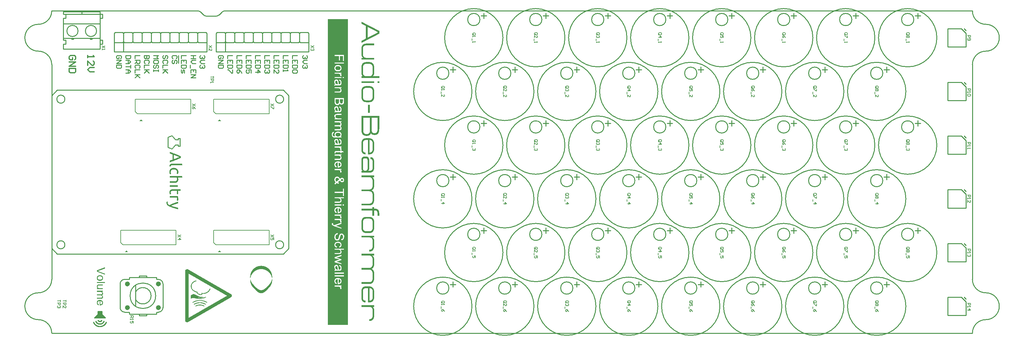
<source format=gto>
G04*
G04 #@! TF.GenerationSoftware,Altium Limited,Altium Designer,22.2.1 (43)*
G04*
G04 Layer_Color=65535*
%FSLAX44Y44*%
%MOMM*%
G71*
G04*
G04 #@! TF.SameCoordinates,C2D7B67D-8841-428D-B263-7EF30795714A*
G04*
G04*
G04 #@! TF.FilePolarity,Positive*
G04*
G01*
G75*
%ADD10C,0.2540*%
%ADD11C,0.8000*%
%ADD12C,0.1524*%
%ADD13C,0.2286*%
%ADD14C,0.3048*%
G36*
X849520Y412618D02*
X849944D01*
Y412406D01*
X850368D01*
Y412194D01*
X850792D01*
Y411982D01*
X851216D01*
Y411770D01*
X851640D01*
Y411558D01*
X852064D01*
Y411346D01*
X852488D01*
Y411134D01*
X852700D01*
Y410922D01*
X853123D01*
Y410710D01*
X853547D01*
Y410498D01*
X853971D01*
Y410286D01*
X854395D01*
Y410075D01*
X854819D01*
Y409863D01*
X855243D01*
Y409651D01*
X855667D01*
Y409439D01*
X856091D01*
Y409227D01*
X856515D01*
Y409015D01*
X856939D01*
Y408803D01*
X857363D01*
Y408591D01*
X857787D01*
Y408379D01*
X858211D01*
Y408167D01*
X858423D01*
Y407955D01*
X858847D01*
Y407743D01*
X859271D01*
Y407531D01*
X859695D01*
Y407319D01*
X860118D01*
Y407107D01*
X860542D01*
Y406895D01*
X860966D01*
Y406683D01*
X861390D01*
Y406471D01*
X861814D01*
Y406259D01*
X862238D01*
Y406047D01*
X862662D01*
Y405835D01*
X863086D01*
Y405623D01*
X863510D01*
Y405411D01*
X863722D01*
Y405199D01*
X864146D01*
Y404987D01*
X864570D01*
Y404775D01*
X864994D01*
Y404563D01*
X865418D01*
Y404351D01*
X865842D01*
Y404139D01*
X866266D01*
Y403927D01*
X866690D01*
Y403715D01*
X867113D01*
Y403503D01*
X867537D01*
Y403292D01*
X867961D01*
Y403079D01*
X868385D01*
Y402868D01*
X868809D01*
Y402656D01*
X869233D01*
Y402444D01*
X869445D01*
Y402232D01*
X869869D01*
Y402020D01*
X870293D01*
Y401808D01*
X870717D01*
Y401596D01*
X871141D01*
Y401384D01*
X871565D01*
Y401172D01*
X871989D01*
Y400960D01*
X872413D01*
Y400748D01*
X872837D01*
Y400536D01*
X873261D01*
Y400324D01*
X873684D01*
Y400112D01*
X874109D01*
Y399900D01*
X874532D01*
Y399688D01*
X874744D01*
Y399476D01*
X875168D01*
Y399264D01*
X875592D01*
Y399052D01*
X876016D01*
Y398840D01*
X876440D01*
Y398628D01*
X876864D01*
Y398416D01*
X877288D01*
Y398204D01*
X877712D01*
Y397992D01*
X878136D01*
Y397780D01*
X878560D01*
Y397568D01*
X878984D01*
Y397356D01*
X879408D01*
Y397144D01*
X879832D01*
Y396932D01*
X880256D01*
Y396720D01*
X880468D01*
Y396508D01*
X880891D01*
Y396297D01*
X881316D01*
Y396085D01*
X881739D01*
Y395872D01*
X882163D01*
Y395661D01*
X882587D01*
Y395449D01*
X883011D01*
Y395237D01*
X883435D01*
Y395025D01*
X883859D01*
Y394813D01*
X884283D01*
Y394601D01*
X884707D01*
Y394389D01*
X885131D01*
Y394177D01*
X885555D01*
Y393965D01*
X885979D01*
Y393753D01*
X886191D01*
Y393541D01*
X886615D01*
Y393329D01*
X887039D01*
Y393117D01*
X887463D01*
Y392905D01*
X887887D01*
Y392693D01*
X888310D01*
Y392481D01*
X888734D01*
Y392269D01*
X889158D01*
Y392057D01*
X889582D01*
Y391845D01*
X890006D01*
Y391633D01*
X890430D01*
Y391421D01*
X890854D01*
Y391209D01*
X891278D01*
Y390997D01*
X891490D01*
Y390785D01*
X891914D01*
Y390573D01*
X892338D01*
Y390361D01*
X892762D01*
Y390149D01*
X893186D01*
Y389937D01*
X893610D01*
Y389725D01*
X894034D01*
Y389513D01*
X894458D01*
Y389301D01*
X894882D01*
Y389090D01*
X895305D01*
Y388877D01*
X895729D01*
Y388666D01*
X896153D01*
Y388454D01*
X896577D01*
Y388242D01*
X897001D01*
Y388030D01*
X897213D01*
Y387818D01*
X897637D01*
Y387606D01*
X898061D01*
Y387394D01*
X898273D01*
Y379763D01*
X897849D01*
Y379551D01*
X897425D01*
Y379339D01*
X897001D01*
Y379127D01*
X896577D01*
Y378915D01*
X896153D01*
Y378703D01*
X895941D01*
Y378491D01*
X895517D01*
Y378279D01*
X895094D01*
Y378067D01*
X894670D01*
Y377855D01*
X894246D01*
Y377643D01*
X893822D01*
Y377431D01*
X893398D01*
Y377219D01*
X892974D01*
Y377007D01*
X892550D01*
Y376795D01*
X892126D01*
Y376583D01*
X891702D01*
Y376371D01*
X891278D01*
Y376159D01*
X890854D01*
Y375947D01*
X890430D01*
Y375735D01*
X890218D01*
Y375523D01*
X889794D01*
Y375311D01*
X889370D01*
Y375099D01*
X888946D01*
Y374888D01*
X888522D01*
Y374675D01*
X888099D01*
Y374464D01*
X887675D01*
Y374252D01*
X887251D01*
Y374040D01*
X886827D01*
Y373828D01*
X886403D01*
Y373616D01*
X885979D01*
Y373404D01*
X885555D01*
Y373192D01*
X885131D01*
Y372980D01*
X884707D01*
Y372768D01*
X884495D01*
Y372556D01*
X884071D01*
Y372344D01*
X883647D01*
Y372132D01*
X883223D01*
Y371920D01*
X882799D01*
Y371708D01*
X882375D01*
Y371496D01*
X881951D01*
Y371284D01*
X881527D01*
Y371072D01*
X881104D01*
Y370860D01*
X880679D01*
Y370648D01*
X880256D01*
Y370436D01*
X879832D01*
Y370224D01*
X879408D01*
Y370012D01*
X879196D01*
Y369800D01*
X878772D01*
Y369588D01*
X878348D01*
Y369376D01*
X877924D01*
Y369164D01*
X877500D01*
Y368952D01*
X877076D01*
Y368740D01*
X876652D01*
Y368528D01*
X876228D01*
Y368316D01*
X875804D01*
Y368105D01*
X875380D01*
Y367892D01*
X874956D01*
Y367681D01*
X874532D01*
Y367469D01*
X874109D01*
Y367257D01*
X873684D01*
Y367045D01*
X873473D01*
Y366833D01*
X873049D01*
Y366621D01*
X872625D01*
Y366409D01*
X872201D01*
Y366197D01*
X871777D01*
Y365985D01*
X871353D01*
Y365773D01*
X870929D01*
Y365561D01*
X870505D01*
Y365349D01*
X870081D01*
Y365137D01*
X869657D01*
Y364925D01*
X869233D01*
Y364713D01*
X868809D01*
Y364501D01*
X868385D01*
Y364289D01*
X867961D01*
Y364077D01*
X867749D01*
Y363865D01*
X867325D01*
Y363653D01*
X866901D01*
Y363441D01*
X866478D01*
Y363229D01*
X866054D01*
Y363017D01*
X865630D01*
Y362805D01*
X865206D01*
Y362593D01*
X864782D01*
Y362381D01*
X864358D01*
Y362169D01*
X863934D01*
Y361957D01*
X863510D01*
Y361745D01*
X863086D01*
Y361533D01*
X862662D01*
Y361321D01*
X862238D01*
Y361110D01*
X862026D01*
Y360897D01*
X861602D01*
Y360686D01*
X861178D01*
Y360474D01*
X860754D01*
Y360262D01*
X860330D01*
Y360050D01*
X859906D01*
Y359838D01*
X859483D01*
Y359626D01*
X859059D01*
Y359414D01*
X858635D01*
Y359202D01*
X858211D01*
Y358990D01*
X857787D01*
Y358778D01*
X857363D01*
Y358566D01*
X856939D01*
Y358354D01*
X856727D01*
Y358142D01*
X856303D01*
Y357930D01*
X855879D01*
Y357718D01*
X855455D01*
Y357506D01*
X855031D01*
Y357294D01*
X854607D01*
Y357082D01*
X854183D01*
Y356870D01*
X853759D01*
Y356658D01*
X853335D01*
Y356446D01*
X852912D01*
Y356234D01*
X852488D01*
Y356022D01*
X852064D01*
Y355810D01*
X851640D01*
Y355598D01*
X851216D01*
Y355386D01*
X851004D01*
Y355174D01*
X850580D01*
Y354962D01*
X850156D01*
Y354750D01*
X849732D01*
Y354538D01*
X849308D01*
Y360262D01*
X849732D01*
Y360474D01*
X850156D01*
Y360686D01*
X850580D01*
Y360897D01*
X851004D01*
Y361110D01*
X851428D01*
Y361321D01*
X851852D01*
Y361533D01*
X852276D01*
Y361745D01*
X852700D01*
Y361957D01*
X853123D01*
Y362169D01*
X853547D01*
Y362381D01*
X853971D01*
Y362593D01*
X854395D01*
Y362805D01*
X854819D01*
Y363017D01*
X855243D01*
Y363229D01*
X855667D01*
Y363441D01*
X856091D01*
Y363653D01*
X856515D01*
Y363865D01*
X856939D01*
Y364077D01*
X857363D01*
Y364289D01*
X857787D01*
Y364501D01*
X857999D01*
Y364713D01*
X858423D01*
Y364925D01*
X858847D01*
Y365137D01*
X859271D01*
Y365349D01*
X859695D01*
Y365561D01*
X860118D01*
Y365773D01*
X860542D01*
Y365985D01*
X860966D01*
Y366197D01*
X861178D01*
Y401384D01*
X860754D01*
Y401596D01*
X860330D01*
Y401808D01*
X860118D01*
Y402020D01*
X859695D01*
Y402232D01*
X859271D01*
Y402444D01*
X858847D01*
Y402656D01*
X858423D01*
Y402868D01*
X857999D01*
Y403079D01*
X857575D01*
Y403292D01*
X857151D01*
Y403503D01*
X856727D01*
Y403715D01*
X856303D01*
Y403927D01*
X855879D01*
Y404139D01*
X855455D01*
Y404351D01*
X855031D01*
Y404563D01*
X854607D01*
Y404775D01*
X854183D01*
Y404987D01*
X853759D01*
Y405199D01*
X853335D01*
Y405411D01*
X852912D01*
Y405623D01*
X852488D01*
Y405835D01*
X852064D01*
Y406047D01*
X851640D01*
Y406259D01*
X851216D01*
Y406471D01*
X850792D01*
Y406683D01*
X850580D01*
Y406895D01*
X850156D01*
Y407107D01*
X849732D01*
Y407319D01*
X849308D01*
Y412830D01*
X849520D01*
Y412618D01*
D02*
G37*
G36*
X884283Y347543D02*
X860118D01*
Y347331D01*
X859271D01*
Y347119D01*
X858635D01*
Y346908D01*
X858211D01*
Y346696D01*
X857787D01*
Y346483D01*
X857363D01*
Y346272D01*
X856939D01*
Y346060D01*
X856727D01*
Y345848D01*
X856515D01*
Y345636D01*
X856303D01*
Y345424D01*
X856091D01*
Y345212D01*
X855879D01*
Y345000D01*
X855667D01*
Y344788D01*
X855455D01*
Y344576D01*
X855243D01*
Y344152D01*
X855031D01*
Y343940D01*
X854819D01*
Y343516D01*
X854607D01*
Y343092D01*
X854395D01*
Y342456D01*
X854183D01*
Y342032D01*
X853971D01*
Y341184D01*
X853759D01*
Y340124D01*
X853547D01*
Y321471D01*
X853759D01*
Y320411D01*
X853971D01*
Y319563D01*
X854183D01*
Y318927D01*
X854395D01*
Y318503D01*
X854607D01*
Y318080D01*
X854819D01*
Y317656D01*
X855031D01*
Y317232D01*
X855243D01*
Y317020D01*
X855455D01*
Y316808D01*
X855667D01*
Y316384D01*
X855879D01*
Y316172D01*
X856091D01*
Y315960D01*
X856303D01*
Y315748D01*
X856515D01*
Y315536D01*
X856727D01*
Y315324D01*
X856939D01*
Y315112D01*
X857363D01*
Y314900D01*
X857575D01*
Y314688D01*
X857999D01*
Y314476D01*
X858423D01*
Y314264D01*
X858847D01*
Y314052D01*
X859271D01*
Y313840D01*
X860118D01*
Y313628D01*
X861814D01*
Y313416D01*
X884283D01*
Y308541D01*
X849308D01*
Y313416D01*
X853547D01*
Y313628D01*
X853335D01*
Y313840D01*
X853123D01*
Y314052D01*
X852912D01*
Y314264D01*
X852700D01*
Y314476D01*
X852488D01*
Y314688D01*
X852276D01*
Y314900D01*
X852064D01*
Y315112D01*
X851852D01*
Y315324D01*
X851640D01*
Y315748D01*
X851428D01*
Y315960D01*
X851216D01*
Y316384D01*
X851004D01*
Y316808D01*
X850792D01*
Y317232D01*
X850580D01*
Y317656D01*
X850368D01*
Y318291D01*
X850156D01*
Y318927D01*
X849944D01*
Y319563D01*
X849732D01*
Y320623D01*
X849520D01*
Y323167D01*
X849308D01*
Y338217D01*
X849520D01*
Y341184D01*
X849732D01*
Y342456D01*
X849944D01*
Y343304D01*
X850156D01*
Y344152D01*
X850368D01*
Y344788D01*
X850580D01*
Y345424D01*
X850792D01*
Y345848D01*
X851004D01*
Y346272D01*
X851216D01*
Y346696D01*
X851428D01*
Y347119D01*
X851640D01*
Y347331D01*
X851852D01*
Y347755D01*
X852064D01*
Y347967D01*
X852276D01*
Y348391D01*
X852488D01*
Y348603D01*
X852700D01*
Y348815D01*
X852912D01*
Y349027D01*
X853123D01*
Y349239D01*
X853335D01*
Y349451D01*
X853547D01*
Y349663D01*
X853971D01*
Y349875D01*
X854183D01*
Y350087D01*
X854395D01*
Y350299D01*
X854819D01*
Y350511D01*
X855031D01*
Y350723D01*
X855455D01*
Y350935D01*
X855879D01*
Y351147D01*
X856303D01*
Y351359D01*
X856727D01*
Y351571D01*
X857363D01*
Y351783D01*
X857999D01*
Y351995D01*
X858635D01*
Y352207D01*
X859695D01*
Y352419D01*
X861178D01*
Y352631D01*
X884283D01*
Y347543D01*
D02*
G37*
G36*
X872413Y301546D02*
X873896D01*
Y301334D01*
X874744D01*
Y301122D01*
X875592D01*
Y300910D01*
X876228D01*
Y300698D01*
X876652D01*
Y300486D01*
X877076D01*
Y300274D01*
X877500D01*
Y300062D01*
X877924D01*
Y299850D01*
X878348D01*
Y299638D01*
X878772D01*
Y299426D01*
X878984D01*
Y299214D01*
X879196D01*
Y299002D01*
X879620D01*
Y298790D01*
X879832D01*
Y298578D01*
X880044D01*
Y298366D01*
X880256D01*
Y298154D01*
X880468D01*
Y297942D01*
X880679D01*
Y297730D01*
X880891D01*
Y297519D01*
X881104D01*
Y297094D01*
X881316D01*
Y296883D01*
X881527D01*
Y296671D01*
X881739D01*
Y296247D01*
X881951D01*
Y296035D01*
X882163D01*
Y295611D01*
X882375D01*
Y295187D01*
X882587D01*
Y294763D01*
X882799D01*
Y294339D01*
X883011D01*
Y293703D01*
X883223D01*
Y293067D01*
X883435D01*
Y292431D01*
X883647D01*
Y291583D01*
X883859D01*
Y290523D01*
X884071D01*
Y288616D01*
X884283D01*
Y271446D01*
X884071D01*
Y269326D01*
X883859D01*
Y268055D01*
X883647D01*
Y267419D01*
X883435D01*
Y266783D01*
X883223D01*
Y266147D01*
X883011D01*
Y265935D01*
X882799D01*
Y265511D01*
X882587D01*
Y265087D01*
X882375D01*
Y264875D01*
X882163D01*
Y264663D01*
X881951D01*
Y264451D01*
X881739D01*
Y264239D01*
X881527D01*
Y264027D01*
X881104D01*
Y263815D01*
X880891D01*
Y263603D01*
X880468D01*
Y263391D01*
X880256D01*
Y263179D01*
X898273D01*
Y258092D01*
X849520D01*
Y263179D01*
X852912D01*
Y263391D01*
X852700D01*
Y263603D01*
X852276D01*
Y263815D01*
X852064D01*
Y264027D01*
X851852D01*
Y264239D01*
X851640D01*
Y264451D01*
X851428D01*
Y264875D01*
X851216D01*
Y265087D01*
X851004D01*
Y265511D01*
X850792D01*
Y265723D01*
X850580D01*
Y266359D01*
X850368D01*
Y266783D01*
X850156D01*
Y267419D01*
X849944D01*
Y268267D01*
X849732D01*
Y269538D01*
X849520D01*
Y272506D01*
X849308D01*
Y287768D01*
X849520D01*
Y290523D01*
X849732D01*
Y291583D01*
X849944D01*
Y292643D01*
X850156D01*
Y293279D01*
X850368D01*
Y293915D01*
X850580D01*
Y294551D01*
X850792D01*
Y294975D01*
X851004D01*
Y295399D01*
X851216D01*
Y295823D01*
X851428D01*
Y296247D01*
X851640D01*
Y296671D01*
X851852D01*
Y296883D01*
X852064D01*
Y297094D01*
X852276D01*
Y297519D01*
X852488D01*
Y297730D01*
X852700D01*
Y297942D01*
X852912D01*
Y298154D01*
X853123D01*
Y298366D01*
X853335D01*
Y298578D01*
X853547D01*
Y298790D01*
X853759D01*
Y299002D01*
X853971D01*
Y299214D01*
X854395D01*
Y299426D01*
X854607D01*
Y299638D01*
X855031D01*
Y299850D01*
X855243D01*
Y300062D01*
X855667D01*
Y300274D01*
X856091D01*
Y300486D01*
X856515D01*
Y300698D01*
X857151D01*
Y300910D01*
X857787D01*
Y301122D01*
X858423D01*
Y301334D01*
X859483D01*
Y301546D01*
X861178D01*
Y301758D01*
X872413D01*
Y301546D01*
D02*
G37*
G36*
X898273Y244314D02*
X893186D01*
Y249189D01*
X898273D01*
Y244314D01*
D02*
G37*
G36*
X884071D02*
X849308D01*
Y249189D01*
X884071D01*
Y244314D01*
D02*
G37*
G36*
X873049Y235623D02*
X874321D01*
Y235411D01*
X875168D01*
Y235199D01*
X875804D01*
Y234987D01*
X876440D01*
Y234775D01*
X877076D01*
Y234563D01*
X877500D01*
Y234351D01*
X877924D01*
Y234139D01*
X878348D01*
Y233927D01*
X878560D01*
Y233715D01*
X878984D01*
Y233504D01*
X879196D01*
Y233292D01*
X879620D01*
Y233080D01*
X879832D01*
Y232868D01*
X880044D01*
Y232656D01*
X880256D01*
Y232444D01*
X880468D01*
Y232232D01*
X880679D01*
Y232020D01*
X880891D01*
Y231808D01*
X881104D01*
Y231596D01*
X881316D01*
Y231172D01*
X881527D01*
Y230960D01*
X881739D01*
Y230536D01*
X881951D01*
Y230324D01*
X882163D01*
Y229900D01*
X882375D01*
Y229476D01*
X882587D01*
Y229052D01*
X882799D01*
Y228628D01*
X883011D01*
Y228204D01*
X883223D01*
Y227568D01*
X883435D01*
Y226933D01*
X883647D01*
Y226085D01*
X883859D01*
Y225025D01*
X884071D01*
Y223329D01*
X884283D01*
Y204252D01*
X884071D01*
Y202556D01*
X883859D01*
Y201496D01*
X883647D01*
Y200648D01*
X883435D01*
Y200012D01*
X883223D01*
Y199376D01*
X883011D01*
Y198953D01*
X882799D01*
Y198528D01*
X882587D01*
Y198105D01*
X882375D01*
Y197681D01*
X882163D01*
Y197257D01*
X881951D01*
Y196833D01*
X881739D01*
Y196621D01*
X881527D01*
Y196197D01*
X881316D01*
Y195985D01*
X881104D01*
Y195773D01*
X880891D01*
Y195561D01*
X880679D01*
Y195349D01*
X880468D01*
Y195137D01*
X880256D01*
Y194925D01*
X880044D01*
Y194713D01*
X879832D01*
Y194501D01*
X879620D01*
Y194289D01*
X879408D01*
Y194077D01*
X878984D01*
Y193865D01*
X878772D01*
Y193653D01*
X878348D01*
Y193441D01*
X878136D01*
Y193229D01*
X877712D01*
Y193017D01*
X877288D01*
Y192805D01*
X876652D01*
Y192593D01*
X876228D01*
Y192381D01*
X875380D01*
Y192169D01*
X874744D01*
Y191957D01*
X873473D01*
Y191745D01*
X871777D01*
Y191534D01*
X862026D01*
Y191745D01*
X860118D01*
Y191957D01*
X859059D01*
Y192169D01*
X858211D01*
Y192381D01*
X857575D01*
Y192593D01*
X856939D01*
Y192805D01*
X856515D01*
Y193017D01*
X856091D01*
Y193229D01*
X855667D01*
Y193441D01*
X855243D01*
Y193653D01*
X855031D01*
Y193865D01*
X854607D01*
Y194077D01*
X854395D01*
Y194289D01*
X854183D01*
Y194501D01*
X853971D01*
Y194713D01*
X853547D01*
Y194925D01*
X853335D01*
Y195137D01*
X853123D01*
Y195349D01*
X852912D01*
Y195561D01*
X852700D01*
Y195985D01*
X852488D01*
Y196197D01*
X852276D01*
Y196409D01*
X852064D01*
Y196833D01*
X851852D01*
Y197045D01*
X851640D01*
Y197469D01*
X851428D01*
Y197893D01*
X851216D01*
Y198316D01*
X851004D01*
Y198741D01*
X850792D01*
Y199164D01*
X850580D01*
Y199588D01*
X850368D01*
Y200224D01*
X850156D01*
Y201072D01*
X849944D01*
Y201920D01*
X849732D01*
Y203192D01*
X849520D01*
Y205947D01*
X849308D01*
Y221633D01*
X849520D01*
Y224389D01*
X849732D01*
Y225661D01*
X849944D01*
Y226509D01*
X850156D01*
Y227356D01*
X850368D01*
Y227992D01*
X850580D01*
Y228628D01*
X850792D01*
Y229052D01*
X851004D01*
Y229476D01*
X851216D01*
Y229900D01*
X851428D01*
Y230324D01*
X851640D01*
Y230748D01*
X851852D01*
Y230960D01*
X852064D01*
Y231384D01*
X852276D01*
Y231596D01*
X852488D01*
Y231808D01*
X852700D01*
Y232020D01*
X852912D01*
Y232232D01*
X853123D01*
Y232444D01*
X853335D01*
Y232656D01*
X853547D01*
Y232868D01*
X853759D01*
Y233080D01*
X853971D01*
Y233292D01*
X854183D01*
Y233504D01*
X854607D01*
Y233715D01*
X854819D01*
Y233927D01*
X855243D01*
Y234139D01*
X855667D01*
Y234351D01*
X856091D01*
Y234563D01*
X856515D01*
Y234775D01*
X856939D01*
Y234987D01*
X857575D01*
Y235199D01*
X858211D01*
Y235411D01*
X859271D01*
Y235623D01*
X860542D01*
Y235835D01*
X873049D01*
Y235623D01*
D02*
G37*
G36*
X872201Y162494D02*
X867325D01*
Y184750D01*
X872201D01*
Y162494D01*
D02*
G37*
G36*
X464000Y140000D02*
X456000D01*
X460000Y145000D01*
X464000Y140000D01*
D02*
G37*
G36*
X249000D02*
X241000D01*
X245000Y145000D01*
X249000Y140000D01*
D02*
G37*
G36*
X898273Y117768D02*
X898061D01*
Y114376D01*
X897849D01*
Y112893D01*
X897637D01*
Y111621D01*
X897425D01*
Y110773D01*
X897213D01*
Y109925D01*
X897001D01*
Y109289D01*
X896789D01*
Y108653D01*
X896577D01*
Y108229D01*
X896365D01*
Y107805D01*
X896153D01*
Y107381D01*
X895941D01*
Y106958D01*
X895729D01*
Y106534D01*
X895517D01*
Y106322D01*
X895305D01*
Y105898D01*
X895094D01*
Y105686D01*
X894882D01*
Y105262D01*
X894670D01*
Y105050D01*
X894458D01*
Y104838D01*
X894246D01*
Y104626D01*
X894034D01*
Y104414D01*
X893822D01*
Y104202D01*
X893398D01*
Y103990D01*
X893186D01*
Y103778D01*
X892974D01*
Y103566D01*
X892550D01*
Y103354D01*
X892338D01*
Y103142D01*
X891914D01*
Y102930D01*
X891490D01*
Y102718D01*
X890854D01*
Y102506D01*
X890218D01*
Y102294D01*
X889370D01*
Y102082D01*
X888310D01*
Y101870D01*
X882799D01*
Y102082D01*
X881316D01*
Y102294D01*
X880468D01*
Y102506D01*
X879832D01*
Y102718D01*
X879196D01*
Y102930D01*
X878560D01*
Y103142D01*
X878136D01*
Y103354D01*
X877924D01*
Y103566D01*
X877500D01*
Y103778D01*
X877288D01*
Y103990D01*
X877076D01*
Y104202D01*
X876864D01*
Y104414D01*
X876652D01*
Y104626D01*
X876440D01*
Y104838D01*
X876228D01*
Y105050D01*
X876016D01*
Y105474D01*
X875804D01*
Y105686D01*
X875592D01*
Y106110D01*
X875380D01*
Y106322D01*
X875168D01*
Y105898D01*
X874956D01*
Y105262D01*
X874744D01*
Y104838D01*
X874532D01*
Y104414D01*
X874321D01*
Y103990D01*
X874109D01*
Y103778D01*
X873896D01*
Y103354D01*
X873684D01*
Y103142D01*
X873473D01*
Y102718D01*
X873261D01*
Y102506D01*
X873049D01*
Y102294D01*
X872837D01*
Y102082D01*
X872625D01*
Y101870D01*
X872201D01*
Y101658D01*
X871989D01*
Y101446D01*
X871777D01*
Y101234D01*
X871353D01*
Y101022D01*
X870929D01*
Y100810D01*
X870505D01*
Y100598D01*
X870081D01*
Y100386D01*
X869657D01*
Y100175D01*
X869021D01*
Y99963D01*
X868385D01*
Y99750D01*
X867537D01*
Y99539D01*
X866266D01*
Y99327D01*
X860754D01*
Y99539D01*
X859483D01*
Y99750D01*
X858423D01*
Y99963D01*
X857787D01*
Y100175D01*
X857151D01*
Y100386D01*
X856727D01*
Y100598D01*
X856091D01*
Y100810D01*
X855667D01*
Y101022D01*
X855455D01*
Y101234D01*
X855031D01*
Y101446D01*
X854607D01*
Y101658D01*
X854395D01*
Y101870D01*
X854183D01*
Y102082D01*
X853971D01*
Y102294D01*
X853547D01*
Y102506D01*
X853335D01*
Y102718D01*
X853123D01*
Y102930D01*
X852912D01*
Y103354D01*
X852700D01*
Y103566D01*
X852488D01*
Y103778D01*
X852276D01*
Y104202D01*
X852064D01*
Y104414D01*
X851852D01*
Y104838D01*
X851640D01*
Y105050D01*
X851428D01*
Y105474D01*
X851216D01*
Y105898D01*
X851004D01*
Y106534D01*
X850792D01*
Y106958D01*
X850580D01*
Y107593D01*
X850368D01*
Y108441D01*
X850156D01*
Y109289D01*
X849944D01*
Y110561D01*
X849732D01*
Y112045D01*
X849520D01*
Y115436D01*
X849308D01*
Y154015D01*
X898273D01*
Y117768D01*
D02*
G37*
G36*
X330562Y100519D02*
X330940D01*
Y100142D01*
X331317D01*
Y99764D01*
X331695D01*
Y99009D01*
X332072D01*
Y98632D01*
X332450D01*
Y98254D01*
X332827D01*
Y97877D01*
X333205D01*
Y97499D01*
X333582D01*
Y97122D01*
X333960D01*
Y96367D01*
X334337D01*
Y95989D01*
X334715D01*
Y95612D01*
X335092D01*
Y95234D01*
X335470D01*
Y94857D01*
X335847D01*
Y94479D01*
X336225D01*
Y93724D01*
X336602D01*
Y93347D01*
X336980D01*
Y92969D01*
X337357D01*
Y92591D01*
X337735D01*
Y92214D01*
X338112D01*
Y91837D01*
X338490D01*
Y91081D01*
X338867D01*
Y90704D01*
X339245D01*
Y90326D01*
X339622D01*
Y89949D01*
X340000D01*
Y89571D01*
X346040D01*
Y92969D01*
X353213D01*
Y69563D01*
X346040D01*
Y72961D01*
X340000D01*
Y72583D01*
X339622D01*
Y72206D01*
X339245D01*
Y71828D01*
X338867D01*
Y71073D01*
X338490D01*
Y70696D01*
X338112D01*
Y70318D01*
X337735D01*
Y69941D01*
X337357D01*
Y69563D01*
X336980D01*
Y69186D01*
X336602D01*
Y68431D01*
X336225D01*
Y68053D01*
X335847D01*
Y67676D01*
X335470D01*
Y67298D01*
X335092D01*
Y66921D01*
X334715D01*
Y66543D01*
X334337D01*
Y65788D01*
X333960D01*
Y65410D01*
X333582D01*
Y65033D01*
X333205D01*
Y64655D01*
X332827D01*
Y64278D01*
X332450D01*
Y63900D01*
X332072D01*
Y63145D01*
X331695D01*
Y62768D01*
X331317D01*
Y62390D01*
X330940D01*
Y62013D01*
X330562D01*
Y61635D01*
X329807D01*
Y62013D01*
X329052D01*
Y62390D01*
X327920D01*
Y62768D01*
X327164D01*
Y63145D01*
X326032D01*
Y63523D01*
X325277D01*
Y63900D01*
X324144D01*
Y64278D01*
X323389D01*
Y64655D01*
X322257D01*
Y65033D01*
X321502D01*
Y65410D01*
X320369D01*
Y65788D01*
X319614D01*
Y66166D01*
X318482D01*
Y66543D01*
X318104D01*
Y95989D01*
X318482D01*
Y96367D01*
X319614D01*
Y96744D01*
X320369D01*
Y97122D01*
X321502D01*
Y97499D01*
X322257D01*
Y97877D01*
X323389D01*
Y98254D01*
X324144D01*
Y98632D01*
X325277D01*
Y99009D01*
X326032D01*
Y99387D01*
X327164D01*
Y99764D01*
X328297D01*
Y100142D01*
X329052D01*
Y100519D01*
X329807D01*
Y100897D01*
X330562D01*
Y100519D01*
D02*
G37*
G36*
X872201Y92544D02*
X873473D01*
Y92332D01*
X874321D01*
Y92120D01*
X875168D01*
Y91908D01*
X875592D01*
Y91696D01*
X876228D01*
Y91484D01*
X876652D01*
Y91272D01*
X877076D01*
Y91060D01*
X877500D01*
Y90848D01*
X877712D01*
Y90636D01*
X878136D01*
Y90424D01*
X878348D01*
Y90212D01*
X878772D01*
Y90000D01*
X878984D01*
Y89788D01*
X879196D01*
Y89576D01*
X879408D01*
Y89364D01*
X879832D01*
Y89152D01*
X880044D01*
Y88940D01*
X880256D01*
Y88728D01*
X880468D01*
Y88304D01*
X880679D01*
Y88092D01*
X880891D01*
Y87880D01*
X881104D01*
Y87668D01*
X881316D01*
Y87244D01*
X881527D01*
Y87032D01*
X881739D01*
Y86608D01*
X881951D01*
Y86396D01*
X882163D01*
Y85972D01*
X882375D01*
Y85548D01*
X882587D01*
Y85125D01*
X882799D01*
Y84701D01*
X883011D01*
Y84065D01*
X883223D01*
Y83641D01*
X883435D01*
Y82793D01*
X883647D01*
Y81945D01*
X883859D01*
Y80885D01*
X884071D01*
Y60324D01*
X883859D01*
Y59052D01*
X883647D01*
Y58204D01*
X883435D01*
Y57568D01*
X883223D01*
Y56933D01*
X883011D01*
Y56297D01*
X882799D01*
Y55873D01*
X882587D01*
Y55449D01*
X882375D01*
Y55025D01*
X882163D01*
Y54601D01*
X881951D01*
Y54177D01*
X881739D01*
Y53753D01*
X881527D01*
Y53541D01*
X881316D01*
Y53117D01*
X881104D01*
Y52905D01*
X880891D01*
Y52693D01*
X880679D01*
Y52481D01*
X880468D01*
Y52057D01*
X880256D01*
Y51845D01*
X880044D01*
Y51633D01*
X879832D01*
Y51421D01*
X879408D01*
Y51209D01*
X879196D01*
Y50998D01*
X878984D01*
Y50785D01*
X878772D01*
Y50574D01*
X878348D01*
Y50361D01*
X878136D01*
Y50150D01*
X877712D01*
Y49938D01*
X877288D01*
Y49726D01*
X876864D01*
Y49514D01*
X876440D01*
Y49302D01*
X875804D01*
Y49090D01*
X875168D01*
Y48878D01*
X874321D01*
Y48666D01*
X872837D01*
Y48454D01*
X866901D01*
Y87880D01*
X861390D01*
Y87668D01*
X859906D01*
Y87456D01*
X859059D01*
Y87244D01*
X858423D01*
Y87032D01*
X857999D01*
Y86820D01*
X857575D01*
Y86608D01*
X857151D01*
Y86396D01*
X856939D01*
Y86185D01*
X856515D01*
Y85972D01*
X856303D01*
Y85760D01*
X856091D01*
Y85548D01*
X855879D01*
Y85337D01*
X855667D01*
Y85125D01*
X855455D01*
Y84913D01*
X855243D01*
Y84701D01*
X855031D01*
Y84277D01*
X854819D01*
Y84065D01*
X854607D01*
Y83641D01*
X854395D01*
Y83217D01*
X854183D01*
Y82581D01*
X853971D01*
Y81733D01*
X853759D01*
Y80673D01*
X853547D01*
Y59052D01*
X853759D01*
Y57993D01*
X853971D01*
Y57357D01*
X854183D01*
Y56721D01*
X854395D01*
Y56509D01*
X854607D01*
Y56085D01*
X854819D01*
Y55873D01*
X855031D01*
Y55449D01*
X855243D01*
Y55237D01*
X855455D01*
Y55025D01*
X855667D01*
Y54813D01*
X856091D01*
Y54601D01*
X856303D01*
Y54389D01*
X856515D01*
Y54177D01*
X856939D01*
Y53965D01*
X857363D01*
Y53753D01*
X857999D01*
Y53541D01*
X859483D01*
Y53329D01*
X860330D01*
Y48454D01*
X859059D01*
Y48666D01*
X857575D01*
Y48878D01*
X856727D01*
Y49090D01*
X856091D01*
Y49302D01*
X855667D01*
Y49514D01*
X855031D01*
Y49726D01*
X854819D01*
Y49938D01*
X854395D01*
Y50150D01*
X853971D01*
Y50361D01*
X853759D01*
Y50574D01*
X853547D01*
Y50785D01*
X853123D01*
Y50998D01*
X852912D01*
Y51209D01*
X852700D01*
Y51421D01*
X852488D01*
Y51633D01*
X852276D01*
Y52057D01*
X852064D01*
Y52269D01*
X851852D01*
Y52481D01*
X851640D01*
Y52905D01*
X851428D01*
Y53117D01*
X851216D01*
Y53541D01*
X851004D01*
Y53965D01*
X850792D01*
Y54389D01*
X850580D01*
Y54813D01*
X850368D01*
Y55237D01*
X850156D01*
Y55873D01*
X849944D01*
Y56721D01*
X849732D01*
Y57780D01*
X849520D01*
Y60112D01*
X849308D01*
Y78766D01*
X849520D01*
Y81521D01*
X849732D01*
Y83005D01*
X849944D01*
Y83853D01*
X850156D01*
Y84701D01*
X850368D01*
Y85337D01*
X850580D01*
Y85972D01*
X850792D01*
Y86396D01*
X851004D01*
Y86820D01*
X851216D01*
Y87244D01*
X851428D01*
Y87668D01*
X851640D01*
Y87880D01*
X851852D01*
Y88304D01*
X852064D01*
Y88516D01*
X852276D01*
Y88940D01*
X852488D01*
Y89152D01*
X852700D01*
Y89364D01*
X852912D01*
Y89576D01*
X853123D01*
Y89788D01*
X853335D01*
Y90000D01*
X853547D01*
Y90212D01*
X853971D01*
Y90424D01*
X854183D01*
Y90636D01*
X854607D01*
Y90848D01*
X854819D01*
Y91060D01*
X855243D01*
Y91272D01*
X855667D01*
Y91484D01*
X856091D01*
Y91696D01*
X856515D01*
Y91908D01*
X857151D01*
Y92120D01*
X857999D01*
Y92332D01*
X858847D01*
Y92544D01*
X860330D01*
Y92755D01*
X872201D01*
Y92544D01*
D02*
G37*
G36*
X324144Y54840D02*
X325277D01*
Y54463D01*
X326032D01*
Y54085D01*
X327164D01*
Y53708D01*
X328297D01*
Y53330D01*
X329052D01*
Y52952D01*
X330185D01*
Y52575D01*
X331317D01*
Y52197D01*
X332450D01*
Y51820D01*
X333205D01*
Y51442D01*
X334337D01*
Y51065D01*
X335470D01*
Y50687D01*
X336225D01*
Y50310D01*
X337357D01*
Y49932D01*
X338112D01*
Y49555D01*
X339245D01*
Y49177D01*
X340000D01*
Y48800D01*
X341133D01*
Y48422D01*
X341888D01*
Y48045D01*
X343020D01*
Y47667D01*
X343775D01*
Y47290D01*
X344908D01*
Y46912D01*
X345663D01*
Y46535D01*
X346418D01*
Y46157D01*
X347550D01*
Y45780D01*
X348305D01*
Y45402D01*
X349060D01*
Y45025D01*
X349815D01*
Y44647D01*
X350948D01*
Y44270D01*
X351703D01*
Y43892D01*
X352458D01*
Y43515D01*
X353213D01*
Y43137D01*
X353968D01*
Y42760D01*
X354346D01*
Y38607D01*
X353591D01*
Y38229D01*
X352836D01*
Y37852D01*
X351703D01*
Y37475D01*
X350948D01*
Y37097D01*
X350193D01*
Y36719D01*
X349438D01*
Y36342D01*
X348683D01*
Y35964D01*
X347550D01*
Y35587D01*
X346795D01*
Y35209D01*
X346040D01*
Y34832D01*
X344908D01*
Y34454D01*
X344153D01*
Y34077D01*
X343020D01*
Y33699D01*
X342265D01*
Y33322D01*
X341133D01*
Y32944D01*
X340378D01*
Y32567D01*
X339245D01*
Y32189D01*
X338490D01*
Y31812D01*
X337357D01*
Y31434D01*
X336602D01*
Y31057D01*
X335470D01*
Y30679D01*
X334337D01*
Y30302D01*
X333582D01*
Y29924D01*
X332450D01*
Y29547D01*
X331695D01*
Y29169D01*
X330562D01*
Y28792D01*
X329430D01*
Y28414D01*
X328297D01*
Y28037D01*
X327542D01*
Y27659D01*
X326409D01*
Y27282D01*
X325277D01*
Y26904D01*
X324522D01*
Y26527D01*
X323389D01*
Y31057D01*
X323767D01*
Y31434D01*
X324899D01*
Y31812D01*
X326032D01*
Y32189D01*
X327164D01*
Y32567D01*
X327920D01*
Y32944D01*
X329052D01*
Y33322D01*
X330185D01*
Y33699D01*
X330940D01*
Y34077D01*
X331317D01*
Y48045D01*
X330562D01*
Y48422D01*
X329430D01*
Y48800D01*
X328297D01*
Y49177D01*
X327542D01*
Y49555D01*
X326409D01*
Y49932D01*
X325277D01*
Y50310D01*
X324144D01*
Y50687D01*
X323389D01*
Y55218D01*
X324144D01*
Y54840D01*
D02*
G37*
G36*
X357366Y21241D02*
X357743D01*
Y19354D01*
X358121D01*
Y18221D01*
X328297D01*
Y17844D01*
X327542D01*
Y17466D01*
X327164D01*
Y17089D01*
X326787D01*
Y16711D01*
X326409D01*
Y14824D01*
X324522D01*
Y15201D01*
X323012D01*
Y15579D01*
X322634D01*
Y16334D01*
X323012D01*
Y18599D01*
X323389D01*
Y19354D01*
X323767D01*
Y20109D01*
X324144D01*
Y20486D01*
X324522D01*
Y20864D01*
X324899D01*
Y21241D01*
X325277D01*
Y21619D01*
X326032D01*
Y21996D01*
X327164D01*
Y22374D01*
X357366D01*
Y21241D01*
D02*
G37*
G36*
X864146Y42095D02*
X864994D01*
Y41883D01*
X865418D01*
Y41671D01*
X866054D01*
Y41459D01*
X866478D01*
Y41247D01*
X866690D01*
Y41035D01*
X867113D01*
Y40823D01*
X867325D01*
Y40611D01*
X867537D01*
Y40399D01*
X867749D01*
Y40187D01*
X867961D01*
Y39975D01*
X868173D01*
Y39763D01*
X868385D01*
Y39551D01*
X868597D01*
Y39339D01*
X868809D01*
Y38915D01*
X869021D01*
Y38703D01*
X869233D01*
Y38279D01*
X869445D01*
Y37855D01*
X869657D01*
Y37219D01*
X869869D01*
Y36583D01*
X870081D01*
Y35736D01*
X870293D01*
Y34676D01*
X870505D01*
Y31920D01*
X870717D01*
Y9027D01*
X870505D01*
Y7120D01*
X870293D01*
Y6272D01*
X870081D01*
Y5636D01*
X869869D01*
Y5212D01*
X869657D01*
Y5000D01*
X869445D01*
Y4576D01*
X869233D01*
Y4364D01*
X869021D01*
Y4152D01*
X868809D01*
Y3940D01*
X868597D01*
Y3728D01*
X868173D01*
Y3516D01*
X867749D01*
Y3304D01*
X874321D01*
Y3516D01*
X875168D01*
Y3728D01*
X875804D01*
Y3940D01*
X876228D01*
Y4152D01*
X876652D01*
Y4364D01*
X876864D01*
Y4576D01*
X877288D01*
Y4788D01*
X877500D01*
Y5000D01*
X877712D01*
Y5212D01*
X877924D01*
Y5424D01*
X878136D01*
Y5636D01*
X878348D01*
Y5848D01*
X878560D01*
Y6060D01*
X878772D01*
Y6484D01*
X878984D01*
Y6908D01*
X879196D01*
Y7332D01*
X879408D01*
Y7968D01*
X879620D01*
Y8816D01*
X879832D01*
Y10511D01*
X880044D01*
Y28317D01*
X879832D01*
Y30224D01*
X879620D01*
Y31284D01*
X879408D01*
Y31920D01*
X879196D01*
Y32344D01*
X878984D01*
Y32980D01*
X878772D01*
Y33192D01*
X878560D01*
Y33616D01*
X878348D01*
Y33828D01*
X878136D01*
Y34040D01*
X877924D01*
Y34252D01*
X877712D01*
Y34464D01*
X877500D01*
Y34676D01*
X877288D01*
Y34888D01*
X876864D01*
Y35100D01*
X876440D01*
Y35312D01*
X875804D01*
Y35524D01*
X874109D01*
Y40611D01*
X875380D01*
Y40399D01*
X877076D01*
Y40187D01*
X877712D01*
Y39975D01*
X878348D01*
Y39763D01*
X878772D01*
Y39551D01*
X879196D01*
Y39339D01*
X879620D01*
Y39127D01*
X879832D01*
Y38915D01*
X880044D01*
Y38703D01*
X880468D01*
Y38491D01*
X880679D01*
Y38279D01*
X880891D01*
Y38067D01*
X881104D01*
Y37855D01*
X881316D01*
Y37431D01*
X881527D01*
Y37219D01*
X881739D01*
Y37007D01*
X881951D01*
Y36583D01*
X882163D01*
Y36372D01*
X882375D01*
Y35948D01*
X882587D01*
Y35524D01*
X882799D01*
Y35100D01*
X883011D01*
Y34464D01*
X883223D01*
Y33828D01*
X883435D01*
Y33192D01*
X883647D01*
Y32132D01*
X883859D01*
Y30648D01*
X884071D01*
Y8816D01*
X883859D01*
Y7332D01*
X883647D01*
Y6484D01*
X883435D01*
Y5636D01*
X883223D01*
Y5000D01*
X883011D01*
Y4576D01*
X882799D01*
Y3940D01*
X882587D01*
Y3516D01*
X882375D01*
Y3304D01*
X882163D01*
Y2880D01*
X881951D01*
Y2668D01*
X881739D01*
Y2244D01*
X881527D01*
Y2032D01*
X881316D01*
Y1820D01*
X881104D01*
Y1609D01*
X880891D01*
Y1397D01*
X880679D01*
Y1185D01*
X880468D01*
Y973D01*
X880256D01*
Y761D01*
X880044D01*
Y549D01*
X879832D01*
Y337D01*
X879408D01*
Y125D01*
X879196D01*
Y-87D01*
X878772D01*
Y-299D01*
X878348D01*
Y-511D01*
X877924D01*
Y-723D01*
X877288D01*
Y-935D01*
X876652D01*
Y-1147D01*
X876016D01*
Y-1359D01*
X874956D01*
Y-1571D01*
X873049D01*
Y-1783D01*
X849308D01*
Y3092D01*
X852064D01*
Y3516D01*
X851852D01*
Y3728D01*
X851640D01*
Y3940D01*
X851428D01*
Y4152D01*
X851216D01*
Y4364D01*
X851004D01*
Y4788D01*
X850792D01*
Y5000D01*
X850580D01*
Y5424D01*
X850368D01*
Y5636D01*
X850156D01*
Y6060D01*
X849944D01*
Y6484D01*
X849732D01*
Y7332D01*
X849520D01*
Y9027D01*
X849308D01*
Y32132D01*
X849520D01*
Y34888D01*
X849732D01*
Y35948D01*
X849944D01*
Y36795D01*
X850156D01*
Y37431D01*
X850368D01*
Y37855D01*
X850580D01*
Y38279D01*
X850792D01*
Y38703D01*
X851004D01*
Y39127D01*
X851216D01*
Y39339D01*
X851428D01*
Y39763D01*
X851640D01*
Y39975D01*
X851852D01*
Y40187D01*
X852064D01*
Y40399D01*
X852276D01*
Y40611D01*
X852488D01*
Y40823D01*
X852912D01*
Y41035D01*
X853123D01*
Y41247D01*
X853547D01*
Y41459D01*
X853971D01*
Y41671D01*
X854607D01*
Y41883D01*
X855243D01*
Y42095D01*
X856303D01*
Y42307D01*
X864146D01*
Y42095D01*
D02*
G37*
G36*
X335847Y11049D02*
X338490D01*
Y10671D01*
X340000D01*
Y10293D01*
X340755D01*
Y9916D01*
X341510D01*
Y9538D01*
X342265D01*
Y9161D01*
X342643D01*
Y8783D01*
X343398D01*
Y8406D01*
X343775D01*
Y8028D01*
X344153D01*
Y7651D01*
X344530D01*
Y7273D01*
X344908D01*
Y6896D01*
X345285D01*
Y6141D01*
X345663D01*
Y5386D01*
X346040D01*
Y4631D01*
X346418D01*
Y3876D01*
X346795D01*
Y2366D01*
X347173D01*
Y-2542D01*
X346795D01*
Y-4430D01*
X346418D01*
Y-5562D01*
X346040D01*
Y-5940D01*
X344908D01*
Y-5562D01*
X343398D01*
Y-5185D01*
X342643D01*
Y-4430D01*
X343020D01*
Y-3297D01*
X343398D01*
Y1988D01*
X343020D01*
Y3121D01*
X342643D01*
Y3876D01*
X342265D01*
Y4253D01*
X341888D01*
Y4631D01*
X341510D01*
Y5008D01*
X341133D01*
Y5386D01*
X340755D01*
Y5763D01*
X340000D01*
Y6141D01*
X339245D01*
Y6518D01*
X337735D01*
Y6896D01*
X332072D01*
Y6518D01*
X330562D01*
Y6141D01*
X329807D01*
Y5763D01*
X329052D01*
Y5386D01*
X328675D01*
Y5008D01*
X328297D01*
Y4631D01*
X327920D01*
Y4253D01*
X327542D01*
Y3498D01*
X327164D01*
Y3121D01*
X326787D01*
Y1988D01*
X326409D01*
Y-3675D01*
X326787D01*
Y-5185D01*
X327164D01*
Y-5940D01*
X325654D01*
Y-6317D01*
X323767D01*
Y-5940D01*
X323389D01*
Y-4430D01*
X323012D01*
Y-2165D01*
X322634D01*
Y1988D01*
X323012D01*
Y3876D01*
X323389D01*
Y5008D01*
X323767D01*
Y5763D01*
X324144D01*
Y6141D01*
X324522D01*
Y6896D01*
X324899D01*
Y7273D01*
X325277D01*
Y7651D01*
X325654D01*
Y8028D01*
X326032D01*
Y8406D01*
X326409D01*
Y8783D01*
X326787D01*
Y9161D01*
X327164D01*
Y9538D01*
X327920D01*
Y9916D01*
X328675D01*
Y10293D01*
X329807D01*
Y10671D01*
X330940D01*
Y11049D01*
X333582D01*
Y11426D01*
X335847D01*
Y11049D01*
D02*
G37*
G36*
X357366Y-11980D02*
X357743D01*
Y-14245D01*
X358121D01*
Y-15000D01*
X346418D01*
Y-16510D01*
X346795D01*
Y-18775D01*
X347173D01*
Y-21795D01*
X346795D01*
Y-24060D01*
X346418D01*
Y-24815D01*
X346040D01*
Y-25570D01*
X345663D01*
Y-26325D01*
X345285D01*
Y-26703D01*
X344908D01*
Y-27081D01*
X344530D01*
Y-27458D01*
X344153D01*
Y-27836D01*
X343775D01*
Y-28213D01*
X343398D01*
Y-28591D01*
X342643D01*
Y-28968D01*
X341510D01*
Y-29346D01*
X340000D01*
Y-29723D01*
X323389D01*
Y-25570D01*
X339245D01*
Y-25193D01*
X340378D01*
Y-24815D01*
X341133D01*
Y-24438D01*
X341888D01*
Y-24060D01*
X342265D01*
Y-23683D01*
X342643D01*
Y-22928D01*
X343020D01*
Y-21795D01*
X343398D01*
Y-17643D01*
X343020D01*
Y-15755D01*
X342643D01*
Y-15000D01*
X323389D01*
Y-10847D01*
X357366D01*
Y-11980D01*
D02*
G37*
G36*
X345663Y-40293D02*
X346040D01*
Y-40671D01*
X323389D01*
Y-36518D01*
X345663D01*
Y-40293D01*
D02*
G37*
G36*
X353213Y-49354D02*
X353591D01*
Y-51996D01*
X346795D01*
Y-52374D01*
X346418D01*
Y-60679D01*
X343020D01*
Y-51996D01*
X329807D01*
Y-52374D01*
X328297D01*
Y-52751D01*
X327542D01*
Y-53129D01*
X327164D01*
Y-53884D01*
X326787D01*
Y-54639D01*
X326409D01*
Y-58792D01*
X326787D01*
Y-59924D01*
X327164D01*
Y-61057D01*
X326032D01*
Y-61434D01*
X324522D01*
Y-61812D01*
X324144D01*
Y-61434D01*
X323767D01*
Y-60679D01*
X323389D01*
Y-59547D01*
X323012D01*
Y-57659D01*
X322634D01*
Y-54261D01*
X323012D01*
Y-52374D01*
X323389D01*
Y-51241D01*
X323767D01*
Y-50864D01*
X324144D01*
Y-50486D01*
X324522D01*
Y-50109D01*
X324899D01*
Y-49731D01*
X325277D01*
Y-49354D01*
X325654D01*
Y-48976D01*
X326409D01*
Y-48599D01*
X327164D01*
Y-48221D01*
X329052D01*
Y-47844D01*
X353213D01*
Y-49354D01*
D02*
G37*
G36*
X345663Y-67097D02*
X346040D01*
Y-68229D01*
X346418D01*
Y-70117D01*
X346795D01*
Y-72760D01*
X347173D01*
Y-76157D01*
X346795D01*
Y-78422D01*
X346418D01*
Y-79555D01*
X345663D01*
Y-79177D01*
X343775D01*
Y-78800D01*
X343020D01*
Y-77290D01*
X343398D01*
Y-72005D01*
X343020D01*
Y-70495D01*
X323389D01*
Y-66342D01*
X345663D01*
Y-67097D01*
D02*
G37*
G36*
X884071Y-14077D02*
X878772D01*
Y-14289D01*
X878984D01*
Y-14501D01*
X879408D01*
Y-14713D01*
X879832D01*
Y-14925D01*
X880044D01*
Y-15137D01*
X880256D01*
Y-15349D01*
X880679D01*
Y-15561D01*
X880891D01*
Y-15773D01*
X881104D01*
Y-15985D01*
X881316D01*
Y-16197D01*
X881527D01*
Y-16621D01*
X881739D01*
Y-16833D01*
X881951D01*
Y-17045D01*
X882163D01*
Y-17469D01*
X882375D01*
Y-17681D01*
X882587D01*
Y-18105D01*
X882799D01*
Y-18529D01*
X883011D01*
Y-18953D01*
X883223D01*
Y-19589D01*
X883435D01*
Y-20224D01*
X883647D01*
Y-21284D01*
X883859D01*
Y-22768D01*
X884071D01*
Y-39938D01*
X883859D01*
Y-41633D01*
X883647D01*
Y-42693D01*
X883435D01*
Y-43541D01*
X883223D01*
Y-44177D01*
X883011D01*
Y-44813D01*
X882799D01*
Y-45237D01*
X882587D01*
Y-45661D01*
X882375D01*
Y-46085D01*
X882163D01*
Y-46509D01*
X881951D01*
Y-46933D01*
X881739D01*
Y-47145D01*
X881527D01*
Y-47569D01*
X881316D01*
Y-47780D01*
X881104D01*
Y-47993D01*
X880891D01*
Y-48204D01*
X880679D01*
Y-48416D01*
X880468D01*
Y-48628D01*
X880256D01*
Y-48840D01*
X880044D01*
Y-49052D01*
X879620D01*
Y-49264D01*
X879408D01*
Y-49476D01*
X878984D01*
Y-49688D01*
X878560D01*
Y-49900D01*
X878348D01*
Y-50112D01*
X877924D01*
Y-50324D01*
X877500D01*
Y-50536D01*
X877288D01*
Y-50748D01*
X877500D01*
Y-50960D01*
X877924D01*
Y-51172D01*
X878348D01*
Y-51384D01*
X878772D01*
Y-51596D01*
X878984D01*
Y-51808D01*
X879408D01*
Y-52020D01*
X879620D01*
Y-52232D01*
X880044D01*
Y-52444D01*
X880256D01*
Y-52656D01*
X880468D01*
Y-52868D01*
X880679D01*
Y-53080D01*
X880891D01*
Y-53292D01*
X881104D01*
Y-53504D01*
X881316D01*
Y-53716D01*
X881527D01*
Y-53928D01*
X881739D01*
Y-54352D01*
X881951D01*
Y-54564D01*
X882163D01*
Y-54988D01*
X882375D01*
Y-55411D01*
X882587D01*
Y-55835D01*
X882799D01*
Y-56259D01*
X883011D01*
Y-56895D01*
X883223D01*
Y-57531D01*
X883435D01*
Y-58379D01*
X883647D01*
Y-59227D01*
X883859D01*
Y-60923D01*
X884071D01*
Y-78940D01*
X883859D01*
Y-80636D01*
X883647D01*
Y-81484D01*
X883435D01*
Y-82332D01*
X883223D01*
Y-82968D01*
X883011D01*
Y-83603D01*
X882799D01*
Y-84239D01*
X882587D01*
Y-84663D01*
X882375D01*
Y-85087D01*
X882163D01*
Y-85511D01*
X881951D01*
Y-85935D01*
X881739D01*
Y-86359D01*
X881527D01*
Y-86571D01*
X881316D01*
Y-86995D01*
X881104D01*
Y-87207D01*
X880891D01*
Y-87419D01*
X880679D01*
Y-87843D01*
X880468D01*
Y-88055D01*
X880256D01*
Y-88267D01*
X880044D01*
Y-88479D01*
X879832D01*
Y-88691D01*
X879620D01*
Y-88903D01*
X879408D01*
Y-89115D01*
X879196D01*
Y-89327D01*
X878984D01*
Y-89539D01*
X878560D01*
Y-89751D01*
X878348D01*
Y-89963D01*
X877924D01*
Y-90175D01*
X877712D01*
Y-90386D01*
X877288D01*
Y-90598D01*
X876864D01*
Y-90810D01*
X876440D01*
Y-91022D01*
X876016D01*
Y-91234D01*
X875380D01*
Y-91446D01*
X874532D01*
Y-91658D01*
X873473D01*
Y-91870D01*
X849308D01*
Y-86995D01*
X872413D01*
Y-86783D01*
X873473D01*
Y-86571D01*
X874109D01*
Y-86359D01*
X874744D01*
Y-86147D01*
X875168D01*
Y-85935D01*
X875592D01*
Y-85723D01*
X876016D01*
Y-85511D01*
X876228D01*
Y-85299D01*
X876440D01*
Y-85087D01*
X876652D01*
Y-84875D01*
X876864D01*
Y-84663D01*
X877076D01*
Y-84451D01*
X877288D01*
Y-84239D01*
X877500D01*
Y-84027D01*
X877712D01*
Y-83815D01*
X877924D01*
Y-83392D01*
X878136D01*
Y-83180D01*
X878348D01*
Y-82756D01*
X878560D01*
Y-82332D01*
X878772D01*
Y-81908D01*
X878984D01*
Y-81272D01*
X879196D01*
Y-80636D01*
X879408D01*
Y-79788D01*
X879620D01*
Y-78728D01*
X879832D01*
Y-76396D01*
X880044D01*
Y-64102D01*
X879832D01*
Y-61559D01*
X879620D01*
Y-60499D01*
X879408D01*
Y-59651D01*
X879196D01*
Y-59015D01*
X878984D01*
Y-58379D01*
X878772D01*
Y-57955D01*
X878560D01*
Y-57319D01*
X878348D01*
Y-57107D01*
X878136D01*
Y-56683D01*
X877924D01*
Y-56259D01*
X877712D01*
Y-56047D01*
X877500D01*
Y-55835D01*
X877288D01*
Y-55411D01*
X877076D01*
Y-55199D01*
X876864D01*
Y-54988D01*
X876440D01*
Y-54776D01*
X876228D01*
Y-54564D01*
X876016D01*
Y-54352D01*
X875592D01*
Y-54140D01*
X875380D01*
Y-53928D01*
X874956D01*
Y-53716D01*
X874321D01*
Y-53504D01*
X873896D01*
Y-53292D01*
X873049D01*
Y-53080D01*
X871353D01*
Y-52868D01*
X849308D01*
Y-47993D01*
X872413D01*
Y-47780D01*
X873473D01*
Y-47569D01*
X874109D01*
Y-47357D01*
X874532D01*
Y-47145D01*
X874956D01*
Y-46933D01*
X875380D01*
Y-46721D01*
X875804D01*
Y-46509D01*
X876016D01*
Y-46297D01*
X876228D01*
Y-46085D01*
X876652D01*
Y-45873D01*
X876864D01*
Y-45661D01*
X877076D01*
Y-45449D01*
X877288D01*
Y-45237D01*
X877500D01*
Y-44813D01*
X877712D01*
Y-44601D01*
X877924D01*
Y-44389D01*
X878136D01*
Y-43965D01*
X878348D01*
Y-43541D01*
X878560D01*
Y-43117D01*
X878772D01*
Y-42693D01*
X878984D01*
Y-42269D01*
X879196D01*
Y-41633D01*
X879408D01*
Y-40785D01*
X879620D01*
Y-39726D01*
X879832D01*
Y-37606D01*
X880044D01*
Y-24888D01*
X879832D01*
Y-22768D01*
X879620D01*
Y-21708D01*
X879408D01*
Y-20860D01*
X879196D01*
Y-20436D01*
X878984D01*
Y-19800D01*
X878772D01*
Y-19377D01*
X878560D01*
Y-18953D01*
X878348D01*
Y-18529D01*
X878136D01*
Y-18105D01*
X877924D01*
Y-17893D01*
X877712D01*
Y-17469D01*
X877500D01*
Y-17257D01*
X877288D01*
Y-17045D01*
X877076D01*
Y-16833D01*
X876864D01*
Y-16621D01*
X876652D01*
Y-16409D01*
X876440D01*
Y-16197D01*
X876228D01*
Y-15985D01*
X876016D01*
Y-15773D01*
X875804D01*
Y-15561D01*
X875380D01*
Y-15349D01*
X875168D01*
Y-15137D01*
X874744D01*
Y-14925D01*
X874321D01*
Y-14713D01*
X873684D01*
Y-14501D01*
X873049D01*
Y-14289D01*
X872201D01*
Y-14077D01*
X849308D01*
Y-9202D01*
X884071D01*
Y-14077D01*
D02*
G37*
G36*
X316217Y-81442D02*
X317727D01*
Y-81820D01*
X318859D01*
Y-82198D01*
X318482D01*
Y-83330D01*
X318104D01*
Y-86350D01*
X318482D01*
Y-87483D01*
X318859D01*
Y-88238D01*
X319237D01*
Y-88615D01*
X319614D01*
Y-88993D01*
X319992D01*
Y-89370D01*
X320369D01*
Y-89748D01*
X320747D01*
Y-90125D01*
X321502D01*
Y-90503D01*
X321879D01*
Y-90880D01*
X323767D01*
Y-90503D01*
X324522D01*
Y-90125D01*
X325277D01*
Y-89748D01*
X326032D01*
Y-89370D01*
X326787D01*
Y-88993D01*
X327542D01*
Y-88615D01*
X328297D01*
Y-88238D01*
X329052D01*
Y-87860D01*
X329807D01*
Y-87483D01*
X330940D01*
Y-87105D01*
X331695D01*
Y-86728D01*
X332450D01*
Y-86350D01*
X333582D01*
Y-85973D01*
X334337D01*
Y-85595D01*
X335470D01*
Y-85218D01*
X336225D01*
Y-84840D01*
X337357D01*
Y-84463D01*
X338490D01*
Y-84085D01*
X339622D01*
Y-83708D01*
X340755D01*
Y-83330D01*
X341888D01*
Y-82953D01*
X343020D01*
Y-82575D01*
X344153D01*
Y-82198D01*
X345663D01*
Y-81820D01*
X346418D01*
Y-86350D01*
X345285D01*
Y-86728D01*
X343775D01*
Y-87105D01*
X342643D01*
Y-87483D01*
X341133D01*
Y-87860D01*
X340000D01*
Y-88238D01*
X338867D01*
Y-88615D01*
X337735D01*
Y-88993D01*
X336602D01*
Y-89370D01*
X335847D01*
Y-89748D01*
X334715D01*
Y-90125D01*
X333582D01*
Y-90503D01*
X332827D01*
Y-90880D01*
X331695D01*
Y-91258D01*
X330940D01*
Y-91635D01*
X329807D01*
Y-92013D01*
X329052D01*
Y-92390D01*
X328297D01*
Y-92768D01*
X327920D01*
Y-93146D01*
X328675D01*
Y-93523D01*
X329807D01*
Y-93900D01*
X330940D01*
Y-94278D01*
X332072D01*
Y-94656D01*
X333582D01*
Y-95033D01*
X334715D01*
Y-95411D01*
X335847D01*
Y-95788D01*
X337357D01*
Y-96166D01*
X338867D01*
Y-96543D01*
X340378D01*
Y-96921D01*
X341888D01*
Y-97298D01*
X343398D01*
Y-97676D01*
X344908D01*
Y-98053D01*
X346418D01*
Y-102583D01*
X346040D01*
Y-102206D01*
X344530D01*
Y-101828D01*
X343020D01*
Y-101451D01*
X341510D01*
Y-101073D01*
X340378D01*
Y-100696D01*
X338867D01*
Y-100318D01*
X337735D01*
Y-99941D01*
X336602D01*
Y-99563D01*
X335092D01*
Y-99186D01*
X333960D01*
Y-98808D01*
X332827D01*
Y-98431D01*
X331695D01*
Y-98053D01*
X330562D01*
Y-97676D01*
X329807D01*
Y-97298D01*
X328675D01*
Y-96921D01*
X327542D01*
Y-96543D01*
X326409D01*
Y-96166D01*
X325654D01*
Y-95788D01*
X324522D01*
Y-95411D01*
X323767D01*
Y-95033D01*
X323012D01*
Y-94656D01*
X321879D01*
Y-94278D01*
X321124D01*
Y-93900D01*
X320369D01*
Y-93523D01*
X319992D01*
Y-93146D01*
X319237D01*
Y-92768D01*
X318859D01*
Y-92390D01*
X318104D01*
Y-92013D01*
X317727D01*
Y-91635D01*
X317349D01*
Y-91258D01*
X316972D01*
Y-90880D01*
X316594D01*
Y-90503D01*
X316217D01*
Y-89748D01*
X315839D01*
Y-89370D01*
X315462D01*
Y-88238D01*
X315084D01*
Y-86728D01*
X314707D01*
Y-82953D01*
X315084D01*
Y-81442D01*
X315462D01*
Y-81065D01*
X316217D01*
Y-81442D01*
D02*
G37*
G36*
X884283Y-100773D02*
X887887D01*
Y-100985D01*
X889370D01*
Y-101197D01*
X890218D01*
Y-101409D01*
X890854D01*
Y-101621D01*
X891490D01*
Y-101833D01*
X892126D01*
Y-102045D01*
X892550D01*
Y-102257D01*
X892974D01*
Y-102469D01*
X893186D01*
Y-102681D01*
X893610D01*
Y-102893D01*
X893822D01*
Y-103105D01*
X894246D01*
Y-103317D01*
X894458D01*
Y-103529D01*
X894670D01*
Y-103741D01*
X894882D01*
Y-103953D01*
X895094D01*
Y-104164D01*
X895305D01*
Y-104376D01*
X895517D01*
Y-104588D01*
X895729D01*
Y-105012D01*
X895941D01*
Y-105224D01*
X896153D01*
Y-105648D01*
X896365D01*
Y-105860D01*
X896577D01*
Y-106284D01*
X896789D01*
Y-106708D01*
X897001D01*
Y-107132D01*
X897213D01*
Y-107768D01*
X897425D01*
Y-108404D01*
X897637D01*
Y-109252D01*
X897849D01*
Y-110312D01*
X898061D01*
Y-112431D01*
X898273D01*
Y-120486D01*
X893186D01*
Y-110736D01*
X892974D01*
Y-109888D01*
X892762D01*
Y-109252D01*
X892550D01*
Y-108828D01*
X892338D01*
Y-108404D01*
X892126D01*
Y-108192D01*
X891914D01*
Y-107768D01*
X891702D01*
Y-107556D01*
X891490D01*
Y-107344D01*
X891278D01*
Y-107132D01*
X891066D01*
Y-106920D01*
X890642D01*
Y-106708D01*
X890430D01*
Y-106496D01*
X890006D01*
Y-106284D01*
X889370D01*
Y-106072D01*
X888734D01*
Y-105860D01*
X887463D01*
Y-105648D01*
X884283D01*
Y-120486D01*
X879408D01*
Y-105648D01*
X849308D01*
Y-100773D01*
X879408D01*
Y-96322D01*
X884283D01*
Y-100773D01*
D02*
G37*
G36*
X873049Y-123666D02*
X874321D01*
Y-123878D01*
X875168D01*
Y-124090D01*
X875804D01*
Y-124302D01*
X876440D01*
Y-124514D01*
X877076D01*
Y-124726D01*
X877500D01*
Y-124938D01*
X877924D01*
Y-125149D01*
X878348D01*
Y-125361D01*
X878560D01*
Y-125574D01*
X878984D01*
Y-125785D01*
X879196D01*
Y-125997D01*
X879620D01*
Y-126209D01*
X879832D01*
Y-126421D01*
X880044D01*
Y-126633D01*
X880256D01*
Y-126845D01*
X880468D01*
Y-127057D01*
X880679D01*
Y-127269D01*
X880891D01*
Y-127481D01*
X881104D01*
Y-127693D01*
X881316D01*
Y-128117D01*
X881527D01*
Y-128329D01*
X881739D01*
Y-128753D01*
X881951D01*
Y-128965D01*
X882163D01*
Y-129389D01*
X882375D01*
Y-129813D01*
X882587D01*
Y-130237D01*
X882799D01*
Y-130661D01*
X883011D01*
Y-131085D01*
X883223D01*
Y-131721D01*
X883435D01*
Y-132357D01*
X883647D01*
Y-133204D01*
X883859D01*
Y-134264D01*
X884071D01*
Y-135960D01*
X884283D01*
Y-155037D01*
X884071D01*
Y-156733D01*
X883859D01*
Y-157793D01*
X883647D01*
Y-158641D01*
X883435D01*
Y-159277D01*
X883223D01*
Y-159913D01*
X883011D01*
Y-160337D01*
X882799D01*
Y-160760D01*
X882587D01*
Y-161184D01*
X882375D01*
Y-161608D01*
X882163D01*
Y-162032D01*
X881951D01*
Y-162456D01*
X881739D01*
Y-162668D01*
X881527D01*
Y-163092D01*
X881316D01*
Y-163304D01*
X881104D01*
Y-163516D01*
X880891D01*
Y-163728D01*
X880679D01*
Y-163940D01*
X880468D01*
Y-164152D01*
X880256D01*
Y-164364D01*
X880044D01*
Y-164576D01*
X879832D01*
Y-164788D01*
X879620D01*
Y-165000D01*
X879408D01*
Y-165212D01*
X878984D01*
Y-165424D01*
X878772D01*
Y-165636D01*
X878348D01*
Y-165848D01*
X878136D01*
Y-166060D01*
X877712D01*
Y-166272D01*
X877288D01*
Y-166484D01*
X876652D01*
Y-166696D01*
X876228D01*
Y-166908D01*
X875380D01*
Y-167120D01*
X874744D01*
Y-167332D01*
X873473D01*
Y-167544D01*
X871777D01*
Y-167756D01*
X862026D01*
Y-167544D01*
X860118D01*
Y-167332D01*
X859059D01*
Y-167120D01*
X858211D01*
Y-166908D01*
X857575D01*
Y-166696D01*
X856939D01*
Y-166484D01*
X856515D01*
Y-166272D01*
X856091D01*
Y-166060D01*
X855667D01*
Y-165848D01*
X855243D01*
Y-165636D01*
X855031D01*
Y-165424D01*
X854607D01*
Y-165212D01*
X854395D01*
Y-165000D01*
X854183D01*
Y-164788D01*
X853971D01*
Y-164576D01*
X853547D01*
Y-164364D01*
X853335D01*
Y-164152D01*
X853123D01*
Y-163940D01*
X852912D01*
Y-163728D01*
X852700D01*
Y-163304D01*
X852488D01*
Y-163092D01*
X852276D01*
Y-162880D01*
X852064D01*
Y-162456D01*
X851852D01*
Y-162244D01*
X851640D01*
Y-161820D01*
X851428D01*
Y-161396D01*
X851216D01*
Y-160972D01*
X851004D01*
Y-160548D01*
X850792D01*
Y-160125D01*
X850580D01*
Y-159701D01*
X850368D01*
Y-159065D01*
X850156D01*
Y-158217D01*
X849944D01*
Y-157369D01*
X849732D01*
Y-156097D01*
X849520D01*
Y-153342D01*
X849308D01*
Y-137656D01*
X849520D01*
Y-134900D01*
X849732D01*
Y-133628D01*
X849944D01*
Y-132781D01*
X850156D01*
Y-131933D01*
X850368D01*
Y-131297D01*
X850580D01*
Y-130661D01*
X850792D01*
Y-130237D01*
X851004D01*
Y-129813D01*
X851216D01*
Y-129389D01*
X851428D01*
Y-128965D01*
X851640D01*
Y-128541D01*
X851852D01*
Y-128329D01*
X852064D01*
Y-127905D01*
X852276D01*
Y-127693D01*
X852488D01*
Y-127481D01*
X852700D01*
Y-127269D01*
X852912D01*
Y-127057D01*
X853123D01*
Y-126845D01*
X853335D01*
Y-126633D01*
X853547D01*
Y-126421D01*
X853759D01*
Y-126209D01*
X853971D01*
Y-125997D01*
X854183D01*
Y-125785D01*
X854607D01*
Y-125574D01*
X854819D01*
Y-125361D01*
X855243D01*
Y-125149D01*
X855667D01*
Y-124938D01*
X856091D01*
Y-124726D01*
X856515D01*
Y-124514D01*
X856939D01*
Y-124302D01*
X857575D01*
Y-124090D01*
X858211D01*
Y-123878D01*
X859271D01*
Y-123666D01*
X860542D01*
Y-123454D01*
X873049D01*
Y-123666D01*
D02*
G37*
G36*
X884071Y-179838D02*
X879620D01*
Y-180050D01*
X879832D01*
Y-180262D01*
X880256D01*
Y-180474D01*
X880468D01*
Y-180686D01*
X880891D01*
Y-180898D01*
X881104D01*
Y-181110D01*
X881316D01*
Y-181322D01*
X881527D01*
Y-181534D01*
X881739D01*
Y-181745D01*
X881951D01*
Y-181957D01*
X882163D01*
Y-182381D01*
X882375D01*
Y-182593D01*
X882587D01*
Y-183017D01*
X882799D01*
Y-183229D01*
X883011D01*
Y-183653D01*
X883223D01*
Y-184289D01*
X883435D01*
Y-184713D01*
X883647D01*
Y-185561D01*
X883859D01*
Y-186621D01*
X884071D01*
Y-188529D01*
X884283D01*
Y-205274D01*
X884071D01*
Y-207394D01*
X883859D01*
Y-208454D01*
X883647D01*
Y-209302D01*
X883435D01*
Y-210149D01*
X883223D01*
Y-210785D01*
X883011D01*
Y-211209D01*
X882799D01*
Y-211633D01*
X882587D01*
Y-212269D01*
X882375D01*
Y-212481D01*
X882163D01*
Y-212905D01*
X881951D01*
Y-213329D01*
X881739D01*
Y-213541D01*
X881527D01*
Y-213965D01*
X881316D01*
Y-214177D01*
X881104D01*
Y-214389D01*
X880891D01*
Y-214813D01*
X880679D01*
Y-215025D01*
X880468D01*
Y-215237D01*
X880256D01*
Y-215449D01*
X880044D01*
Y-215661D01*
X879620D01*
Y-215873D01*
X879408D01*
Y-216085D01*
X879196D01*
Y-216297D01*
X878984D01*
Y-216509D01*
X878560D01*
Y-216721D01*
X878136D01*
Y-216933D01*
X877924D01*
Y-217145D01*
X877500D01*
Y-217356D01*
X877076D01*
Y-217568D01*
X876440D01*
Y-217780D01*
X875804D01*
Y-217992D01*
X875168D01*
Y-218204D01*
X874321D01*
Y-218416D01*
X873049D01*
Y-218628D01*
X870717D01*
Y-213753D01*
X872625D01*
Y-213541D01*
X873684D01*
Y-213329D01*
X874321D01*
Y-213117D01*
X874956D01*
Y-212905D01*
X875380D01*
Y-212693D01*
X875804D01*
Y-212481D01*
X876228D01*
Y-212269D01*
X876440D01*
Y-212057D01*
X876652D01*
Y-211845D01*
X876864D01*
Y-211633D01*
X877288D01*
Y-211421D01*
X877500D01*
Y-210997D01*
X877712D01*
Y-210785D01*
X877924D01*
Y-210573D01*
X878136D01*
Y-210361D01*
X878348D01*
Y-209937D01*
X878560D01*
Y-209514D01*
X878772D01*
Y-209090D01*
X878984D01*
Y-208666D01*
X879196D01*
Y-208242D01*
X879408D01*
Y-207394D01*
X879620D01*
Y-206546D01*
X879832D01*
Y-205062D01*
X880044D01*
Y-188529D01*
X879832D01*
Y-186833D01*
X879620D01*
Y-185985D01*
X879408D01*
Y-185137D01*
X879196D01*
Y-184713D01*
X878984D01*
Y-184077D01*
X878772D01*
Y-183653D01*
X878560D01*
Y-183441D01*
X878348D01*
Y-183017D01*
X878136D01*
Y-182805D01*
X877924D01*
Y-182381D01*
X877712D01*
Y-182169D01*
X877500D01*
Y-181957D01*
X877288D01*
Y-181745D01*
X877076D01*
Y-181534D01*
X876652D01*
Y-181322D01*
X876440D01*
Y-181110D01*
X876016D01*
Y-180898D01*
X875592D01*
Y-180686D01*
X875168D01*
Y-180474D01*
X874532D01*
Y-180262D01*
X873684D01*
Y-180050D01*
X872201D01*
Y-179838D01*
X849308D01*
Y-174963D01*
X884071D01*
Y-179838D01*
D02*
G37*
G36*
X464000Y-220000D02*
X456000D01*
X460000Y-215000D01*
X464000Y-220000D01*
D02*
G37*
G36*
X209000D02*
X201000D01*
X205000Y-215000D01*
X209000Y-220000D01*
D02*
G37*
G36*
X575781Y-257906D02*
X577187D01*
Y-258000D01*
X578031D01*
Y-258094D01*
X578781D01*
Y-258188D01*
X579343D01*
Y-258281D01*
X579905D01*
Y-258375D01*
X580374D01*
Y-258469D01*
X580843D01*
Y-258562D01*
X581312D01*
Y-258656D01*
X581687D01*
Y-258750D01*
X582062D01*
Y-258844D01*
X582343D01*
Y-258937D01*
X582718D01*
Y-259031D01*
X582999D01*
Y-259125D01*
X583374D01*
Y-259219D01*
X583655D01*
Y-259312D01*
X583936D01*
Y-259406D01*
X584218D01*
Y-259500D01*
X584499D01*
Y-259594D01*
X584780D01*
Y-259687D01*
X584967D01*
Y-259781D01*
X585249D01*
Y-259875D01*
X585436D01*
Y-259969D01*
X585717D01*
Y-260062D01*
X585905D01*
Y-260156D01*
X586186D01*
Y-260250D01*
X586374D01*
Y-260343D01*
X586561D01*
Y-260437D01*
X586842D01*
Y-260531D01*
X587030D01*
Y-260625D01*
X587217D01*
Y-260718D01*
X587405D01*
Y-260812D01*
X587592D01*
Y-260906D01*
X587780D01*
Y-261000D01*
X587967D01*
Y-261094D01*
X588155D01*
Y-261187D01*
X588342D01*
Y-261281D01*
X588530D01*
Y-261375D01*
X588717D01*
Y-261468D01*
X588905D01*
Y-261562D01*
X589092D01*
Y-261656D01*
X589186D01*
Y-261750D01*
X589373D01*
Y-261843D01*
X589561D01*
Y-261937D01*
X589748D01*
Y-262031D01*
X589842D01*
Y-262125D01*
X590029D01*
Y-262218D01*
X590217D01*
Y-262312D01*
X590311D01*
Y-262406D01*
X590498D01*
Y-262500D01*
X590592D01*
Y-262593D01*
X590779D01*
Y-262687D01*
X590873D01*
Y-262781D01*
X591061D01*
Y-262875D01*
X591154D01*
Y-262968D01*
X591342D01*
Y-263062D01*
X591436D01*
Y-263156D01*
X591623D01*
Y-263249D01*
X591717D01*
Y-263343D01*
X591904D01*
Y-263437D01*
X591998D01*
Y-263531D01*
X592092D01*
Y-263624D01*
X592279D01*
Y-263718D01*
X592373D01*
Y-263812D01*
X592467D01*
Y-263906D01*
X592654D01*
Y-264000D01*
X592748D01*
Y-264093D01*
X592842D01*
Y-264187D01*
X593029D01*
Y-264281D01*
X593123D01*
Y-264374D01*
X593217D01*
Y-264468D01*
X593311D01*
Y-264562D01*
X593498D01*
Y-264656D01*
X593592D01*
Y-264749D01*
X593685D01*
Y-264843D01*
X593779D01*
Y-264937D01*
X593967D01*
Y-265031D01*
X594060D01*
Y-265124D01*
X594154D01*
Y-265218D01*
X594248D01*
Y-265312D01*
X594342D01*
Y-265406D01*
X594435D01*
Y-265499D01*
X594529D01*
Y-265593D01*
X594623D01*
Y-265687D01*
X594810D01*
Y-265781D01*
X594904D01*
Y-265874D01*
X594998D01*
Y-265968D01*
X595092D01*
Y-266062D01*
X595185D01*
Y-266155D01*
X595279D01*
Y-266249D01*
X595373D01*
Y-266343D01*
X595466D01*
Y-266437D01*
X595560D01*
Y-266530D01*
X595654D01*
Y-266624D01*
X595748D01*
Y-266718D01*
X595841D01*
Y-266812D01*
X595935D01*
Y-266905D01*
X596029D01*
Y-266999D01*
X596123D01*
Y-267093D01*
X596217D01*
Y-267187D01*
X596310D01*
Y-267280D01*
X596404D01*
Y-267374D01*
X596498D01*
Y-267468D01*
X596591D01*
Y-267562D01*
X596685D01*
Y-267749D01*
X596779D01*
Y-267843D01*
X596873D01*
Y-267937D01*
X596966D01*
Y-268030D01*
X597060D01*
Y-268124D01*
X597154D01*
Y-268218D01*
X597248D01*
Y-268312D01*
X597341D01*
Y-268499D01*
X597435D01*
Y-268593D01*
X597529D01*
Y-268687D01*
X597622D01*
Y-268780D01*
X597716D01*
Y-268874D01*
X597810D01*
Y-269062D01*
X597904D01*
Y-269155D01*
X597998D01*
Y-269249D01*
X598091D01*
Y-269343D01*
X598185D01*
Y-269530D01*
X598279D01*
Y-269624D01*
X598372D01*
Y-269718D01*
X598466D01*
Y-269905D01*
X598560D01*
Y-269999D01*
X598654D01*
Y-270093D01*
X598747D01*
Y-270280D01*
X598841D01*
Y-270374D01*
X598935D01*
Y-270561D01*
X599029D01*
Y-270655D01*
X599122D01*
Y-270749D01*
X599216D01*
Y-270936D01*
X599310D01*
Y-271030D01*
X599404D01*
Y-271217D01*
X599497D01*
Y-271311D01*
X599591D01*
Y-271499D01*
X599685D01*
Y-271593D01*
X599779D01*
Y-271780D01*
X599872D01*
Y-271968D01*
X599966D01*
Y-272061D01*
X600060D01*
Y-272249D01*
X600154D01*
Y-272342D01*
X600247D01*
Y-272530D01*
X600341D01*
Y-272717D01*
X600435D01*
Y-272811D01*
X600529D01*
Y-272999D01*
X600622D01*
Y-273186D01*
X600716D01*
Y-273374D01*
X600810D01*
Y-273561D01*
X600904D01*
Y-273655D01*
X600997D01*
Y-273842D01*
X601091D01*
Y-274030D01*
X601185D01*
Y-274217D01*
X601278D01*
Y-274405D01*
X601372D01*
Y-274592D01*
X601466D01*
Y-274780D01*
X601560D01*
Y-274967D01*
X601653D01*
Y-275155D01*
X601747D01*
Y-275436D01*
X601841D01*
Y-275623D01*
X601935D01*
Y-275811D01*
X602028D01*
Y-275998D01*
X602122D01*
Y-276280D01*
X602216D01*
Y-276467D01*
X602310D01*
Y-276748D01*
X602403D01*
Y-276936D01*
X602497D01*
Y-277217D01*
X602591D01*
Y-277404D01*
X602685D01*
Y-277686D01*
X602778D01*
Y-277967D01*
X602872D01*
Y-278248D01*
X602966D01*
Y-278529D01*
X603060D01*
Y-278811D01*
X603153D01*
Y-279092D01*
X603247D01*
Y-279467D01*
X603341D01*
Y-279748D01*
X603434D01*
Y-280123D01*
X603528D01*
Y-280404D01*
X603622D01*
Y-280779D01*
X603716D01*
Y-281248D01*
X603810D01*
Y-281623D01*
X603903D01*
Y-282092D01*
X603997D01*
Y-282654D01*
X604091D01*
Y-283216D01*
X604184D01*
Y-283779D01*
X604278D01*
Y-284622D01*
X604372D01*
Y-285560D01*
X604466D01*
Y-291184D01*
X604372D01*
Y-292122D01*
X604278D01*
Y-292778D01*
X604184D01*
Y-292216D01*
X604091D01*
Y-291653D01*
X603997D01*
Y-291184D01*
X603903D01*
Y-290716D01*
X603810D01*
Y-290247D01*
X603716D01*
Y-289872D01*
X603622D01*
Y-289497D01*
X603528D01*
Y-289122D01*
X603434D01*
Y-288747D01*
X603341D01*
Y-288466D01*
X603247D01*
Y-288185D01*
X603153D01*
Y-287810D01*
X603060D01*
Y-287529D01*
X602966D01*
Y-287247D01*
X602872D01*
Y-286966D01*
X602778D01*
Y-286685D01*
X602685D01*
Y-286497D01*
X602591D01*
Y-286216D01*
X602497D01*
Y-286029D01*
X602403D01*
Y-285748D01*
X602310D01*
Y-285560D01*
X602216D01*
Y-285279D01*
X602122D01*
Y-285091D01*
X602028D01*
Y-284810D01*
X601935D01*
Y-284622D01*
X601841D01*
Y-284435D01*
X601747D01*
Y-284248D01*
X601653D01*
Y-284060D01*
X601560D01*
Y-283873D01*
X601466D01*
Y-283685D01*
X601372D01*
Y-283498D01*
X601278D01*
Y-283310D01*
X601185D01*
Y-283123D01*
X601091D01*
Y-282935D01*
X600997D01*
Y-282748D01*
X600904D01*
Y-282560D01*
X600810D01*
Y-282373D01*
X600716D01*
Y-282185D01*
X600622D01*
Y-282092D01*
X600529D01*
Y-281904D01*
X600435D01*
Y-281717D01*
X600341D01*
Y-281529D01*
X600247D01*
Y-281435D01*
X600154D01*
Y-281248D01*
X600060D01*
Y-281154D01*
X599966D01*
Y-280967D01*
X599872D01*
Y-280779D01*
X599779D01*
Y-280685D01*
X599685D01*
Y-280498D01*
X599591D01*
Y-280404D01*
X599497D01*
Y-280217D01*
X599404D01*
Y-280123D01*
X599310D01*
Y-279935D01*
X599216D01*
Y-279842D01*
X599122D01*
Y-279654D01*
X599029D01*
Y-279561D01*
X598935D01*
Y-279467D01*
X598841D01*
Y-279279D01*
X598747D01*
Y-279186D01*
X598654D01*
Y-278998D01*
X598560D01*
Y-278904D01*
X598466D01*
Y-278811D01*
X598372D01*
Y-278623D01*
X598279D01*
Y-278529D01*
X598185D01*
Y-278436D01*
X598091D01*
Y-278342D01*
X597998D01*
Y-278154D01*
X597904D01*
Y-278061D01*
X597810D01*
Y-277967D01*
X597716D01*
Y-277873D01*
X597622D01*
Y-277686D01*
X597529D01*
Y-277592D01*
X597435D01*
Y-277498D01*
X597341D01*
Y-277404D01*
X597248D01*
Y-277311D01*
X597154D01*
Y-277217D01*
X597060D01*
Y-277029D01*
X596966D01*
Y-276936D01*
X596873D01*
Y-276842D01*
X596779D01*
Y-276748D01*
X596685D01*
Y-276654D01*
X596591D01*
Y-276561D01*
X596498D01*
Y-276467D01*
X596404D01*
Y-276373D01*
X596310D01*
Y-276280D01*
X596217D01*
Y-276186D01*
X596123D01*
Y-276092D01*
X596029D01*
Y-275998D01*
X595935D01*
Y-275905D01*
X595841D01*
Y-275717D01*
X595748D01*
Y-275623D01*
X595654D01*
Y-275530D01*
X595466D01*
Y-275436D01*
X595373D01*
Y-275342D01*
X595279D01*
Y-275248D01*
X595185D01*
Y-275155D01*
X595092D01*
Y-275061D01*
X594998D01*
Y-274967D01*
X594904D01*
Y-274873D01*
X594810D01*
Y-274780D01*
X594716D01*
Y-274686D01*
X594623D01*
Y-274592D01*
X594529D01*
Y-274499D01*
X594435D01*
Y-274405D01*
X594342D01*
Y-274311D01*
X594248D01*
Y-274217D01*
X594060D01*
Y-274123D01*
X593967D01*
Y-274030D01*
X593873D01*
Y-273936D01*
X593779D01*
Y-273842D01*
X593685D01*
Y-273749D01*
X593498D01*
Y-273655D01*
X593404D01*
Y-273561D01*
X593311D01*
Y-273467D01*
X593217D01*
Y-273374D01*
X593123D01*
Y-273280D01*
X592935D01*
Y-273186D01*
X592842D01*
Y-273092D01*
X592748D01*
Y-272999D01*
X592561D01*
Y-272905D01*
X592467D01*
Y-272811D01*
X592373D01*
Y-272717D01*
X592186D01*
Y-272624D01*
X592092D01*
Y-272530D01*
X591998D01*
Y-272436D01*
X591811D01*
Y-272342D01*
X591717D01*
Y-272249D01*
X591529D01*
Y-272155D01*
X591436D01*
Y-272061D01*
X591248D01*
Y-271968D01*
X591154D01*
Y-271874D01*
X590967D01*
Y-271780D01*
X590873D01*
Y-271686D01*
X590686D01*
Y-271593D01*
X590592D01*
Y-271499D01*
X590405D01*
Y-271405D01*
X590311D01*
Y-271311D01*
X590123D01*
Y-271217D01*
X589936D01*
Y-271124D01*
X589842D01*
Y-271030D01*
X589655D01*
Y-270936D01*
X589467D01*
Y-270843D01*
X589373D01*
Y-270749D01*
X589186D01*
Y-270655D01*
X588998D01*
Y-270561D01*
X588811D01*
Y-270468D01*
X588717D01*
Y-270374D01*
X588530D01*
Y-270280D01*
X588342D01*
Y-270186D01*
X588155D01*
Y-270093D01*
X587967D01*
Y-269999D01*
X587780D01*
Y-269905D01*
X587592D01*
Y-269811D01*
X587405D01*
Y-269718D01*
X587217D01*
Y-269624D01*
X587030D01*
Y-269530D01*
X586749D01*
Y-269436D01*
X586561D01*
Y-269343D01*
X586374D01*
Y-269249D01*
X586186D01*
Y-269155D01*
X585905D01*
Y-269062D01*
X585717D01*
Y-268968D01*
X585436D01*
Y-268874D01*
X585249D01*
Y-268780D01*
X584967D01*
Y-268687D01*
X584686D01*
Y-268593D01*
X584499D01*
Y-268499D01*
X584218D01*
Y-268405D01*
X583936D01*
Y-268312D01*
X583655D01*
Y-268218D01*
X583374D01*
Y-268124D01*
X582999D01*
Y-268030D01*
X582718D01*
Y-267937D01*
X582343D01*
Y-267843D01*
X582062D01*
Y-267749D01*
X581687D01*
Y-267655D01*
X581312D01*
Y-267562D01*
X580843D01*
Y-267468D01*
X580468D01*
Y-267374D01*
X579905D01*
Y-267280D01*
X579437D01*
Y-267187D01*
X578781D01*
Y-267093D01*
X578124D01*
Y-266999D01*
X577281D01*
Y-266905D01*
X576062D01*
Y-266812D01*
X572875D01*
Y-266905D01*
X571656D01*
Y-266999D01*
X570812D01*
Y-267093D01*
X570063D01*
Y-267187D01*
X569500D01*
Y-267280D01*
X569031D01*
Y-267374D01*
X568469D01*
Y-267468D01*
X568094D01*
Y-267562D01*
X567625D01*
Y-267655D01*
X567250D01*
Y-267749D01*
X566875D01*
Y-267843D01*
X566594D01*
Y-267937D01*
X566219D01*
Y-268030D01*
X565938D01*
Y-268124D01*
X565563D01*
Y-268218D01*
X565282D01*
Y-268312D01*
X565000D01*
Y-268405D01*
X564719D01*
Y-268499D01*
X564438D01*
Y-268593D01*
X564251D01*
Y-268687D01*
X563969D01*
Y-268780D01*
X563688D01*
Y-268874D01*
X563501D01*
Y-268968D01*
X563219D01*
Y-269062D01*
X563032D01*
Y-269155D01*
X562751D01*
Y-269249D01*
X562563D01*
Y-269343D01*
X562376D01*
Y-269436D01*
X562095D01*
Y-269530D01*
X561907D01*
Y-269624D01*
X561720D01*
Y-269718D01*
X561532D01*
Y-269811D01*
X561345D01*
Y-269905D01*
X561157D01*
Y-269999D01*
X560970D01*
Y-270093D01*
X560782D01*
Y-270186D01*
X560595D01*
Y-270280D01*
X560407D01*
Y-270374D01*
X560220D01*
Y-270468D01*
X560032D01*
Y-270561D01*
X559939D01*
Y-270655D01*
X559751D01*
Y-270749D01*
X559564D01*
Y-270843D01*
X559376D01*
Y-270936D01*
X559282D01*
Y-271030D01*
X559095D01*
Y-271124D01*
X558907D01*
Y-271217D01*
X558814D01*
Y-271311D01*
X558626D01*
Y-271405D01*
X558439D01*
Y-271499D01*
X558345D01*
Y-271593D01*
X558158D01*
Y-271686D01*
X558064D01*
Y-271780D01*
X557876D01*
Y-271874D01*
X557783D01*
Y-271968D01*
X557595D01*
Y-272061D01*
X557501D01*
Y-272155D01*
X557314D01*
Y-272249D01*
X557220D01*
Y-272342D01*
X557126D01*
Y-272436D01*
X556939D01*
Y-272530D01*
X556845D01*
Y-272624D01*
X556658D01*
Y-272717D01*
X556564D01*
Y-272811D01*
X556470D01*
Y-272905D01*
X556283D01*
Y-272999D01*
X556189D01*
Y-273092D01*
X556095D01*
Y-273186D01*
X555908D01*
Y-273280D01*
X555814D01*
Y-273374D01*
X555720D01*
Y-273467D01*
X555626D01*
Y-273561D01*
X555439D01*
Y-273655D01*
X555345D01*
Y-273749D01*
X555251D01*
Y-273842D01*
X555158D01*
Y-273936D01*
X555064D01*
Y-274030D01*
X554877D01*
Y-274123D01*
X554783D01*
Y-274217D01*
X554689D01*
Y-274311D01*
X554595D01*
Y-274405D01*
X554501D01*
Y-274499D01*
X554408D01*
Y-274592D01*
X554314D01*
Y-274686D01*
X554220D01*
Y-274780D01*
X554033D01*
Y-274873D01*
X553939D01*
Y-274967D01*
X553845D01*
Y-275061D01*
X553752D01*
Y-275155D01*
X553658D01*
Y-275248D01*
X553564D01*
Y-275342D01*
X553470D01*
Y-275436D01*
X553377D01*
Y-275530D01*
X553283D01*
Y-275623D01*
X553189D01*
Y-275717D01*
X553095D01*
Y-275811D01*
X553002D01*
Y-275905D01*
X552908D01*
Y-275998D01*
X552814D01*
Y-276092D01*
X552720D01*
Y-276186D01*
X552627D01*
Y-276280D01*
X552533D01*
Y-276373D01*
X552439D01*
Y-276467D01*
X552346D01*
Y-276654D01*
X552252D01*
Y-276748D01*
X552158D01*
Y-276842D01*
X552064D01*
Y-276936D01*
X551970D01*
Y-277029D01*
X551877D01*
Y-277123D01*
X551783D01*
Y-277217D01*
X551689D01*
Y-277311D01*
X551596D01*
Y-277498D01*
X551502D01*
Y-277592D01*
X551408D01*
Y-277686D01*
X551314D01*
Y-277779D01*
X551221D01*
Y-277873D01*
X551127D01*
Y-278061D01*
X551033D01*
Y-278154D01*
X550939D01*
Y-278248D01*
X550846D01*
Y-278342D01*
X550752D01*
Y-278529D01*
X550658D01*
Y-278623D01*
X550564D01*
Y-278717D01*
X550471D01*
Y-278811D01*
X550377D01*
Y-278998D01*
X550283D01*
Y-279092D01*
X550189D01*
Y-279279D01*
X550096D01*
Y-279373D01*
X550002D01*
Y-279467D01*
X549908D01*
Y-279654D01*
X549814D01*
Y-279748D01*
X549721D01*
Y-279935D01*
X549627D01*
Y-280029D01*
X549533D01*
Y-280123D01*
X549440D01*
Y-280310D01*
X549346D01*
Y-280404D01*
X549252D01*
Y-280592D01*
X549158D01*
Y-280779D01*
X549064D01*
Y-280873D01*
X548971D01*
Y-281060D01*
X548877D01*
Y-281154D01*
X548783D01*
Y-281342D01*
X548690D01*
Y-281529D01*
X548596D01*
Y-281623D01*
X548502D01*
Y-281810D01*
X548408D01*
Y-281998D01*
X548315D01*
Y-282092D01*
X548221D01*
Y-282279D01*
X548127D01*
Y-282467D01*
X548033D01*
Y-282654D01*
X547940D01*
Y-282841D01*
X547846D01*
Y-283029D01*
X547752D01*
Y-283123D01*
X547658D01*
Y-283310D01*
X547565D01*
Y-283498D01*
X547471D01*
Y-283685D01*
X547377D01*
Y-283873D01*
X547284D01*
Y-284154D01*
X547190D01*
Y-284341D01*
X547096D01*
Y-284529D01*
X547002D01*
Y-284716D01*
X546908D01*
Y-284904D01*
X546815D01*
Y-285185D01*
X546721D01*
Y-285373D01*
X546627D01*
Y-285560D01*
X546534D01*
Y-285841D01*
X546440D01*
Y-286029D01*
X546346D01*
Y-286310D01*
X546252D01*
Y-286591D01*
X546158D01*
Y-286779D01*
X546065D01*
Y-287060D01*
X545971D01*
Y-287341D01*
X545877D01*
Y-287622D01*
X545784D01*
Y-287903D01*
X545690D01*
Y-288279D01*
X545596D01*
Y-288560D01*
X545502D01*
Y-288841D01*
X545409D01*
Y-289216D01*
X545315D01*
Y-289591D01*
X545221D01*
Y-289966D01*
X545127D01*
Y-290341D01*
X545034D01*
Y-290809D01*
X544940D01*
Y-291278D01*
X544846D01*
Y-291747D01*
X544752D01*
Y-292309D01*
X544659D01*
Y-289966D01*
X544565D01*
Y-291747D01*
X544471D01*
Y-292122D01*
X544377D01*
Y-291278D01*
X544284D01*
Y-285841D01*
X544377D01*
Y-284716D01*
X544471D01*
Y-283966D01*
X544565D01*
Y-283310D01*
X544659D01*
Y-282748D01*
X544752D01*
Y-282185D01*
X544846D01*
Y-281717D01*
X544940D01*
Y-281342D01*
X545034D01*
Y-280873D01*
X545127D01*
Y-280498D01*
X545221D01*
Y-280123D01*
X545315D01*
Y-279842D01*
X545409D01*
Y-279467D01*
X545502D01*
Y-279186D01*
X545596D01*
Y-278904D01*
X545690D01*
Y-278529D01*
X545784D01*
Y-278248D01*
X545877D01*
Y-277967D01*
X545971D01*
Y-277779D01*
X546065D01*
Y-277498D01*
X546158D01*
Y-277217D01*
X546252D01*
Y-277029D01*
X546346D01*
Y-276748D01*
X546440D01*
Y-276561D01*
X546534D01*
Y-276280D01*
X546627D01*
Y-276092D01*
X546721D01*
Y-275811D01*
X546815D01*
Y-275623D01*
X546908D01*
Y-275436D01*
X547002D01*
Y-275248D01*
X547096D01*
Y-275061D01*
X547190D01*
Y-274873D01*
X547284D01*
Y-274686D01*
X547377D01*
Y-274405D01*
X547471D01*
Y-274311D01*
X547565D01*
Y-274123D01*
X547658D01*
Y-273936D01*
X547752D01*
Y-273749D01*
X547846D01*
Y-273561D01*
X547940D01*
Y-273374D01*
X548033D01*
Y-273186D01*
X548127D01*
Y-272999D01*
X548221D01*
Y-272905D01*
X548315D01*
Y-272717D01*
X548408D01*
Y-272530D01*
X548502D01*
Y-272436D01*
X548596D01*
Y-272249D01*
X548690D01*
Y-272061D01*
X548783D01*
Y-271968D01*
X548877D01*
Y-271780D01*
X548971D01*
Y-271686D01*
X549064D01*
Y-271499D01*
X549158D01*
Y-271405D01*
X549252D01*
Y-271217D01*
X549346D01*
Y-271124D01*
X549440D01*
Y-270936D01*
X549533D01*
Y-270843D01*
X549627D01*
Y-270655D01*
X549721D01*
Y-270561D01*
X549814D01*
Y-270374D01*
X549908D01*
Y-270280D01*
X550002D01*
Y-270186D01*
X550096D01*
Y-269999D01*
X550189D01*
Y-269905D01*
X550283D01*
Y-269811D01*
X550377D01*
Y-269624D01*
X550471D01*
Y-269530D01*
X550564D01*
Y-269436D01*
X550658D01*
Y-269249D01*
X550752D01*
Y-269155D01*
X550846D01*
Y-269062D01*
X550939D01*
Y-268968D01*
X551033D01*
Y-268780D01*
X551127D01*
Y-268687D01*
X551221D01*
Y-268593D01*
X551314D01*
Y-268499D01*
X551408D01*
Y-268405D01*
X551502D01*
Y-268218D01*
X551596D01*
Y-268124D01*
X551689D01*
Y-268030D01*
X551783D01*
Y-267937D01*
X551877D01*
Y-267843D01*
X551970D01*
Y-267749D01*
X552064D01*
Y-267655D01*
X552158D01*
Y-267562D01*
X552252D01*
Y-267374D01*
X552346D01*
Y-267280D01*
X552439D01*
Y-267187D01*
X552533D01*
Y-267093D01*
X552627D01*
Y-266999D01*
X552720D01*
Y-266905D01*
X552814D01*
Y-266812D01*
X552908D01*
Y-266718D01*
X553002D01*
Y-266624D01*
X553095D01*
Y-266530D01*
X553189D01*
Y-266437D01*
X553283D01*
Y-266343D01*
X553377D01*
Y-266249D01*
X553470D01*
Y-266155D01*
X553564D01*
Y-266062D01*
X553658D01*
Y-265968D01*
X553752D01*
Y-265874D01*
X553939D01*
Y-265781D01*
X554033D01*
Y-265687D01*
X554127D01*
Y-265593D01*
X554220D01*
Y-265499D01*
X554314D01*
Y-265406D01*
X554408D01*
Y-265312D01*
X554501D01*
Y-265218D01*
X554595D01*
Y-265124D01*
X554783D01*
Y-265031D01*
X554877D01*
Y-264937D01*
X554970D01*
Y-264843D01*
X555064D01*
Y-264749D01*
X555158D01*
Y-264656D01*
X555251D01*
Y-264562D01*
X555439D01*
Y-264468D01*
X555533D01*
Y-264374D01*
X555626D01*
Y-264281D01*
X555720D01*
Y-264187D01*
X555908D01*
Y-264093D01*
X556001D01*
Y-264000D01*
X556095D01*
Y-263906D01*
X556283D01*
Y-263812D01*
X556376D01*
Y-263718D01*
X556470D01*
Y-263624D01*
X556658D01*
Y-263531D01*
X556751D01*
Y-263437D01*
X556939D01*
Y-263343D01*
X557033D01*
Y-263249D01*
X557126D01*
Y-263156D01*
X557314D01*
Y-263062D01*
X557407D01*
Y-262968D01*
X557595D01*
Y-262875D01*
X557689D01*
Y-262781D01*
X557876D01*
Y-262687D01*
X557970D01*
Y-262593D01*
X558158D01*
Y-262500D01*
X558251D01*
Y-262406D01*
X558439D01*
Y-262312D01*
X558626D01*
Y-262218D01*
X558720D01*
Y-262125D01*
X558907D01*
Y-262031D01*
X559095D01*
Y-261937D01*
X559189D01*
Y-261843D01*
X559376D01*
Y-261750D01*
X559564D01*
Y-261656D01*
X559751D01*
Y-261562D01*
X559845D01*
Y-261468D01*
X560032D01*
Y-261375D01*
X560220D01*
Y-261281D01*
X560407D01*
Y-261187D01*
X560595D01*
Y-261094D01*
X560782D01*
Y-261000D01*
X560970D01*
Y-260906D01*
X561157D01*
Y-260812D01*
X561345D01*
Y-260718D01*
X561532D01*
Y-260625D01*
X561720D01*
Y-260531D01*
X561907D01*
Y-260437D01*
X562188D01*
Y-260343D01*
X562376D01*
Y-260250D01*
X562563D01*
Y-260156D01*
X562845D01*
Y-260062D01*
X563032D01*
Y-259969D01*
X563313D01*
Y-259875D01*
X563501D01*
Y-259781D01*
X563782D01*
Y-259687D01*
X564063D01*
Y-259594D01*
X564251D01*
Y-259500D01*
X564532D01*
Y-259406D01*
X564813D01*
Y-259312D01*
X565094D01*
Y-259219D01*
X565376D01*
Y-259125D01*
X565751D01*
Y-259031D01*
X566032D01*
Y-258937D01*
X566407D01*
Y-258844D01*
X566688D01*
Y-258750D01*
X567063D01*
Y-258656D01*
X567532D01*
Y-258562D01*
X567906D01*
Y-258469D01*
X568375D01*
Y-258375D01*
X568844D01*
Y-258281D01*
X569406D01*
Y-258188D01*
X569969D01*
Y-258094D01*
X570719D01*
Y-258000D01*
X571562D01*
Y-257906D01*
X572969D01*
Y-257812D01*
X575781D01*
Y-257906D01*
D02*
G37*
G36*
X884071Y-229651D02*
X878772D01*
Y-229863D01*
X878984D01*
Y-230075D01*
X879408D01*
Y-230287D01*
X879832D01*
Y-230499D01*
X880044D01*
Y-230711D01*
X880256D01*
Y-230923D01*
X880679D01*
Y-231134D01*
X880891D01*
Y-231346D01*
X881104D01*
Y-231558D01*
X881316D01*
Y-231770D01*
X881527D01*
Y-232194D01*
X881739D01*
Y-232406D01*
X881951D01*
Y-232618D01*
X882163D01*
Y-233042D01*
X882375D01*
Y-233254D01*
X882587D01*
Y-233678D01*
X882799D01*
Y-234102D01*
X883011D01*
Y-234526D01*
X883223D01*
Y-235162D01*
X883435D01*
Y-235798D01*
X883647D01*
Y-236858D01*
X883859D01*
Y-238342D01*
X884071D01*
Y-255511D01*
X883859D01*
Y-257207D01*
X883647D01*
Y-258267D01*
X883435D01*
Y-259114D01*
X883223D01*
Y-259750D01*
X883011D01*
Y-260386D01*
X882799D01*
Y-260810D01*
X882587D01*
Y-261234D01*
X882375D01*
Y-261658D01*
X882163D01*
Y-262082D01*
X881951D01*
Y-262506D01*
X881739D01*
Y-262718D01*
X881527D01*
Y-263142D01*
X881316D01*
Y-263354D01*
X881104D01*
Y-263566D01*
X880891D01*
Y-263778D01*
X880679D01*
Y-263990D01*
X880468D01*
Y-264202D01*
X880256D01*
Y-264414D01*
X880044D01*
Y-264626D01*
X879620D01*
Y-264838D01*
X879408D01*
Y-265050D01*
X878984D01*
Y-265262D01*
X878560D01*
Y-265474D01*
X878348D01*
Y-265686D01*
X877924D01*
Y-265898D01*
X877500D01*
Y-266110D01*
X877288D01*
Y-266322D01*
X877500D01*
Y-266534D01*
X877924D01*
Y-266745D01*
X878348D01*
Y-266957D01*
X878772D01*
Y-267169D01*
X878984D01*
Y-267381D01*
X879408D01*
Y-267593D01*
X879620D01*
Y-267805D01*
X880044D01*
Y-268017D01*
X880256D01*
Y-268229D01*
X880468D01*
Y-268441D01*
X880679D01*
Y-268653D01*
X880891D01*
Y-268865D01*
X881104D01*
Y-269077D01*
X881316D01*
Y-269289D01*
X881527D01*
Y-269501D01*
X881739D01*
Y-269925D01*
X881951D01*
Y-270137D01*
X882163D01*
Y-270561D01*
X882375D01*
Y-270985D01*
X882587D01*
Y-271409D01*
X882799D01*
Y-271833D01*
X883011D01*
Y-272469D01*
X883223D01*
Y-273105D01*
X883435D01*
Y-273952D01*
X883647D01*
Y-274800D01*
X883859D01*
Y-276496D01*
X884071D01*
Y-294513D01*
X883859D01*
Y-296209D01*
X883647D01*
Y-297057D01*
X883435D01*
Y-297905D01*
X883223D01*
Y-298541D01*
X883011D01*
Y-299177D01*
X882799D01*
Y-299813D01*
X882587D01*
Y-300237D01*
X882375D01*
Y-300661D01*
X882163D01*
Y-301085D01*
X881951D01*
Y-301509D01*
X881739D01*
Y-301933D01*
X881527D01*
Y-302144D01*
X881316D01*
Y-302568D01*
X881104D01*
Y-302780D01*
X880891D01*
Y-302992D01*
X880679D01*
Y-303416D01*
X880468D01*
Y-303628D01*
X880256D01*
Y-303840D01*
X880044D01*
Y-304052D01*
X879832D01*
Y-304264D01*
X879620D01*
Y-304476D01*
X879408D01*
Y-304688D01*
X879196D01*
Y-304900D01*
X878984D01*
Y-305112D01*
X878560D01*
Y-305324D01*
X878348D01*
Y-305536D01*
X877924D01*
Y-305748D01*
X877712D01*
Y-305960D01*
X877288D01*
Y-306172D01*
X876864D01*
Y-306384D01*
X876440D01*
Y-306596D01*
X876016D01*
Y-306808D01*
X875380D01*
Y-307020D01*
X874532D01*
Y-307232D01*
X873473D01*
Y-307444D01*
X849308D01*
Y-302568D01*
X872413D01*
Y-302356D01*
X873473D01*
Y-302144D01*
X874109D01*
Y-301933D01*
X874744D01*
Y-301721D01*
X875168D01*
Y-301509D01*
X875592D01*
Y-301297D01*
X876016D01*
Y-301085D01*
X876228D01*
Y-300873D01*
X876440D01*
Y-300661D01*
X876652D01*
Y-300449D01*
X876864D01*
Y-300237D01*
X877076D01*
Y-300025D01*
X877288D01*
Y-299813D01*
X877500D01*
Y-299601D01*
X877712D01*
Y-299389D01*
X877924D01*
Y-298965D01*
X878136D01*
Y-298753D01*
X878348D01*
Y-298329D01*
X878560D01*
Y-297905D01*
X878772D01*
Y-297481D01*
X878984D01*
Y-296845D01*
X879196D01*
Y-296209D01*
X879408D01*
Y-295361D01*
X879620D01*
Y-294301D01*
X879832D01*
Y-291970D01*
X880044D01*
Y-279676D01*
X879832D01*
Y-277132D01*
X879620D01*
Y-276072D01*
X879408D01*
Y-275224D01*
X879196D01*
Y-274588D01*
X878984D01*
Y-273952D01*
X878772D01*
Y-273528D01*
X878560D01*
Y-272893D01*
X878348D01*
Y-272681D01*
X878136D01*
Y-272257D01*
X877924D01*
Y-271833D01*
X877712D01*
Y-271621D01*
X877500D01*
Y-271409D01*
X877288D01*
Y-270985D01*
X877076D01*
Y-270773D01*
X876864D01*
Y-270561D01*
X876440D01*
Y-270349D01*
X876228D01*
Y-270137D01*
X876016D01*
Y-269925D01*
X875592D01*
Y-269713D01*
X875380D01*
Y-269501D01*
X874956D01*
Y-269289D01*
X874321D01*
Y-269077D01*
X873896D01*
Y-268865D01*
X873049D01*
Y-268653D01*
X871353D01*
Y-268441D01*
X849308D01*
Y-263566D01*
X872413D01*
Y-263354D01*
X873473D01*
Y-263142D01*
X874109D01*
Y-262930D01*
X874532D01*
Y-262718D01*
X874956D01*
Y-262506D01*
X875380D01*
Y-262294D01*
X875804D01*
Y-262082D01*
X876016D01*
Y-261870D01*
X876228D01*
Y-261658D01*
X876652D01*
Y-261446D01*
X876864D01*
Y-261234D01*
X877076D01*
Y-261022D01*
X877288D01*
Y-260810D01*
X877500D01*
Y-260386D01*
X877712D01*
Y-260174D01*
X877924D01*
Y-259962D01*
X878136D01*
Y-259538D01*
X878348D01*
Y-259114D01*
X878560D01*
Y-258691D01*
X878772D01*
Y-258267D01*
X878984D01*
Y-257843D01*
X879196D01*
Y-257207D01*
X879408D01*
Y-256359D01*
X879620D01*
Y-255299D01*
X879832D01*
Y-253179D01*
X880044D01*
Y-240461D01*
X879832D01*
Y-238342D01*
X879620D01*
Y-237282D01*
X879408D01*
Y-236434D01*
X879196D01*
Y-236010D01*
X878984D01*
Y-235374D01*
X878772D01*
Y-234950D01*
X878560D01*
Y-234526D01*
X878348D01*
Y-234102D01*
X878136D01*
Y-233678D01*
X877924D01*
Y-233466D01*
X877712D01*
Y-233042D01*
X877500D01*
Y-232830D01*
X877288D01*
Y-232618D01*
X877076D01*
Y-232406D01*
X876864D01*
Y-232194D01*
X876652D01*
Y-231982D01*
X876440D01*
Y-231770D01*
X876228D01*
Y-231558D01*
X876016D01*
Y-231346D01*
X875804D01*
Y-231134D01*
X875380D01*
Y-230923D01*
X875168D01*
Y-230711D01*
X874744D01*
Y-230499D01*
X874321D01*
Y-230287D01*
X873684D01*
Y-230075D01*
X873049D01*
Y-229863D01*
X872201D01*
Y-229651D01*
X849308D01*
Y-224775D01*
X884071D01*
Y-229651D01*
D02*
G37*
G36*
X544659Y-293434D02*
X544752D01*
Y-293809D01*
X544846D01*
Y-294278D01*
X544940D01*
Y-294747D01*
X545034D01*
Y-295215D01*
X545127D01*
Y-295590D01*
X545221D01*
Y-295965D01*
X545315D01*
Y-296340D01*
X545409D01*
Y-296621D01*
X545502D01*
Y-296996D01*
X545596D01*
Y-297278D01*
X545690D01*
Y-297653D01*
X545784D01*
Y-297934D01*
X545877D01*
Y-298215D01*
X545971D01*
Y-298496D01*
X546065D01*
Y-298684D01*
X546158D01*
Y-298965D01*
X546252D01*
Y-299246D01*
X546346D01*
Y-299434D01*
X546440D01*
Y-299715D01*
X546534D01*
Y-299996D01*
X546627D01*
Y-300184D01*
X546721D01*
Y-300371D01*
X546815D01*
Y-300652D01*
X546908D01*
Y-300840D01*
X547002D01*
Y-301027D01*
X547096D01*
Y-301215D01*
X547190D01*
Y-301402D01*
X547284D01*
Y-301684D01*
X547377D01*
Y-301871D01*
X547471D01*
Y-302059D01*
X547565D01*
Y-302246D01*
X547658D01*
Y-302433D01*
X547752D01*
Y-302527D01*
X547846D01*
Y-302715D01*
X547940D01*
Y-302902D01*
X548033D01*
Y-303090D01*
X548127D01*
Y-303277D01*
X548221D01*
Y-303465D01*
X548315D01*
Y-303558D01*
X548408D01*
Y-303746D01*
X548502D01*
Y-303933D01*
X548596D01*
Y-304027D01*
X548690D01*
Y-304214D01*
X548783D01*
Y-304402D01*
X548877D01*
Y-304496D01*
X548971D01*
Y-304683D01*
X549064D01*
Y-304871D01*
X549158D01*
Y-304965D01*
X549252D01*
Y-305152D01*
X549346D01*
Y-305246D01*
X549440D01*
Y-305433D01*
X549533D01*
Y-305527D01*
X549627D01*
Y-305714D01*
X549721D01*
Y-305808D01*
X549814D01*
Y-305902D01*
X549908D01*
Y-306089D01*
X550002D01*
Y-306183D01*
X550096D01*
Y-306371D01*
X550189D01*
Y-306464D01*
X550283D01*
Y-306558D01*
X550377D01*
Y-306745D01*
X550471D01*
Y-306839D01*
X550564D01*
Y-306933D01*
X550658D01*
Y-307120D01*
X550752D01*
Y-307214D01*
X550846D01*
Y-307308D01*
X550939D01*
Y-307402D01*
X551033D01*
Y-307589D01*
X551127D01*
Y-307683D01*
X551221D01*
Y-307777D01*
X551314D01*
Y-307870D01*
X551408D01*
Y-307964D01*
X551502D01*
Y-308152D01*
X551596D01*
Y-308245D01*
X551689D01*
Y-308339D01*
X551783D01*
Y-308433D01*
X551877D01*
Y-308527D01*
X551970D01*
Y-308620D01*
X552064D01*
Y-308714D01*
X552158D01*
Y-308808D01*
X552252D01*
Y-308995D01*
X552346D01*
Y-309089D01*
X552439D01*
Y-309183D01*
X552533D01*
Y-309277D01*
X552627D01*
Y-309370D01*
X552720D01*
Y-309464D01*
X552814D01*
Y-309558D01*
X552908D01*
Y-309652D01*
X553002D01*
Y-309745D01*
X553095D01*
Y-309839D01*
X553189D01*
Y-309933D01*
X553283D01*
Y-310026D01*
X553377D01*
Y-310120D01*
X553470D01*
Y-310214D01*
X553564D01*
Y-310308D01*
X553658D01*
Y-310401D01*
X553752D01*
Y-310495D01*
X553845D01*
Y-310589D01*
X553939D01*
Y-310683D01*
X554033D01*
Y-310776D01*
X554127D01*
Y-310870D01*
X554220D01*
Y-310964D01*
X554314D01*
Y-311058D01*
X554408D01*
Y-311151D01*
X554501D01*
Y-311245D01*
X554595D01*
Y-311339D01*
X554689D01*
Y-311433D01*
X554783D01*
Y-311526D01*
X554877D01*
Y-311714D01*
X554970D01*
Y-311808D01*
X555064D01*
Y-311901D01*
X555158D01*
Y-311995D01*
X555251D01*
Y-312089D01*
X555345D01*
Y-312183D01*
X555439D01*
Y-312276D01*
X555533D01*
Y-312370D01*
X555626D01*
Y-312464D01*
X555720D01*
Y-312558D01*
X555814D01*
Y-312651D01*
X555908D01*
Y-312745D01*
X556001D01*
Y-312839D01*
X556095D01*
Y-312932D01*
X556189D01*
Y-313026D01*
X556283D01*
Y-313120D01*
X556376D01*
Y-313214D01*
X556470D01*
Y-313307D01*
X556564D01*
Y-313401D01*
X556658D01*
Y-313495D01*
X556751D01*
Y-313682D01*
X556845D01*
Y-313776D01*
X556939D01*
Y-313870D01*
X557033D01*
Y-313964D01*
X557126D01*
Y-314057D01*
X557220D01*
Y-314151D01*
X557314D01*
Y-314245D01*
X557407D01*
Y-314339D01*
X557501D01*
Y-314432D01*
X557595D01*
Y-314526D01*
X557689D01*
Y-314620D01*
X557783D01*
Y-314714D01*
X557876D01*
Y-314807D01*
X557970D01*
Y-314901D01*
X558064D01*
Y-314995D01*
X558158D01*
Y-315089D01*
X558251D01*
Y-315182D01*
X558345D01*
Y-315276D01*
X558439D01*
Y-315370D01*
X558532D01*
Y-315464D01*
X558626D01*
Y-315557D01*
X558720D01*
Y-315651D01*
X558814D01*
Y-315745D01*
X558907D01*
Y-315838D01*
X559001D01*
Y-315932D01*
X559095D01*
Y-316026D01*
X559189D01*
Y-316120D01*
X559282D01*
Y-316213D01*
X559376D01*
Y-316307D01*
X559470D01*
Y-316401D01*
X559564D01*
Y-316495D01*
X559657D01*
Y-316588D01*
X559751D01*
Y-316682D01*
X559845D01*
Y-316776D01*
X559939D01*
Y-316870D01*
X560032D01*
Y-316963D01*
X560126D01*
Y-317057D01*
X560220D01*
Y-317151D01*
X560313D01*
Y-317245D01*
X560407D01*
Y-317338D01*
X560501D01*
Y-317432D01*
X560595D01*
Y-317526D01*
X560689D01*
Y-317619D01*
X560782D01*
Y-317713D01*
X560876D01*
Y-317807D01*
X561063D01*
Y-317901D01*
X561157D01*
Y-317994D01*
X561251D01*
Y-318088D01*
X561345D01*
Y-318182D01*
X561438D01*
Y-318276D01*
X561532D01*
Y-318370D01*
X561626D01*
Y-318463D01*
X561720D01*
Y-318557D01*
X561813D01*
Y-318651D01*
X561907D01*
Y-318745D01*
X562095D01*
Y-318838D01*
X562188D01*
Y-318932D01*
X562282D01*
Y-319026D01*
X562376D01*
Y-319119D01*
X562469D01*
Y-319213D01*
X562563D01*
Y-319307D01*
X562657D01*
Y-319401D01*
X562845D01*
Y-319494D01*
X562938D01*
Y-319588D01*
X563032D01*
Y-319682D01*
X563126D01*
Y-319776D01*
X563219D01*
Y-319869D01*
X563407D01*
Y-319963D01*
X563501D01*
Y-320057D01*
X563594D01*
Y-320150D01*
X563688D01*
Y-320244D01*
X563876D01*
Y-320338D01*
X563969D01*
Y-320432D01*
X564063D01*
Y-320526D01*
X564157D01*
Y-320619D01*
X564344D01*
Y-320713D01*
X564438D01*
Y-320807D01*
X564532D01*
Y-320900D01*
X564719D01*
Y-320994D01*
X564813D01*
Y-321088D01*
X564907D01*
Y-321182D01*
X565094D01*
Y-321275D01*
X565188D01*
Y-321369D01*
X565376D01*
Y-321463D01*
X565469D01*
Y-321557D01*
X565657D01*
Y-321650D01*
X565751D01*
Y-321744D01*
X565844D01*
Y-321838D01*
X566032D01*
Y-321932D01*
X566125D01*
Y-322025D01*
X566313D01*
Y-322119D01*
X566500D01*
Y-322213D01*
X566594D01*
Y-322307D01*
X566782D01*
Y-322400D01*
X566875D01*
Y-322494D01*
X567063D01*
Y-322588D01*
X567250D01*
Y-322682D01*
X567438D01*
Y-322775D01*
X567532D01*
Y-322869D01*
X567719D01*
Y-322963D01*
X567906D01*
Y-323057D01*
X568094D01*
Y-323150D01*
X568282D01*
Y-323244D01*
X568469D01*
Y-323338D01*
X568657D01*
Y-323432D01*
X568844D01*
Y-323525D01*
X569031D01*
Y-323619D01*
X569219D01*
Y-323713D01*
X569500D01*
Y-323806D01*
X569688D01*
Y-323900D01*
X569969D01*
Y-323994D01*
X570156D01*
Y-324088D01*
X570438D01*
Y-324181D01*
X570719D01*
Y-324275D01*
X571000D01*
Y-324369D01*
X571375D01*
Y-324463D01*
X571750D01*
Y-324556D01*
X572125D01*
Y-324650D01*
X572687D01*
Y-324744D01*
X573437D01*
Y-324838D01*
X575406D01*
Y-324744D01*
X576156D01*
Y-324650D01*
X576624D01*
Y-324556D01*
X577093D01*
Y-324463D01*
X577468D01*
Y-324369D01*
X577749D01*
Y-324275D01*
X578031D01*
Y-324181D01*
X578312D01*
Y-324088D01*
X578593D01*
Y-323994D01*
X578874D01*
Y-323900D01*
X579062D01*
Y-323806D01*
X579343D01*
Y-323713D01*
X579530D01*
Y-323619D01*
X579718D01*
Y-323525D01*
X579999D01*
Y-323432D01*
X580187D01*
Y-323338D01*
X580374D01*
Y-323244D01*
X580562D01*
Y-323150D01*
X580749D01*
Y-323057D01*
X580937D01*
Y-322963D01*
X581030D01*
Y-322869D01*
X581218D01*
Y-322775D01*
X581405D01*
Y-322682D01*
X581593D01*
Y-322588D01*
X581687D01*
Y-322494D01*
X581874D01*
Y-322400D01*
X582062D01*
Y-322307D01*
X582155D01*
Y-322213D01*
X582343D01*
Y-322119D01*
X582530D01*
Y-322025D01*
X582624D01*
Y-321932D01*
X582811D01*
Y-321838D01*
X582905D01*
Y-321744D01*
X583093D01*
Y-321650D01*
X583186D01*
Y-321557D01*
X583374D01*
Y-321463D01*
X583468D01*
Y-321369D01*
X583561D01*
Y-321275D01*
X583749D01*
Y-321182D01*
X583843D01*
Y-321088D01*
X583936D01*
Y-320994D01*
X584124D01*
Y-320900D01*
X584218D01*
Y-320807D01*
X584311D01*
Y-320713D01*
X584499D01*
Y-320619D01*
X584593D01*
Y-320526D01*
X584686D01*
Y-320432D01*
X584874D01*
Y-320338D01*
X584967D01*
Y-320244D01*
X585061D01*
Y-320150D01*
X585155D01*
Y-320057D01*
X585342D01*
Y-319963D01*
X585436D01*
Y-319869D01*
X585530D01*
Y-319776D01*
X585624D01*
Y-319682D01*
X585811D01*
Y-319588D01*
X585905D01*
Y-319494D01*
X585999D01*
Y-319401D01*
X586092D01*
Y-319307D01*
X586186D01*
Y-319213D01*
X586280D01*
Y-319119D01*
X586467D01*
Y-319026D01*
X586561D01*
Y-318932D01*
X586655D01*
Y-318838D01*
X586749D01*
Y-318745D01*
X586842D01*
Y-318651D01*
X586936D01*
Y-318557D01*
X587030D01*
Y-318463D01*
X587123D01*
Y-318370D01*
X587311D01*
Y-318276D01*
X587405D01*
Y-318182D01*
X587499D01*
Y-318088D01*
X587592D01*
Y-317994D01*
X587686D01*
Y-317901D01*
X587780D01*
Y-317807D01*
X587873D01*
Y-317713D01*
X587967D01*
Y-317619D01*
X588061D01*
Y-317526D01*
X588155D01*
Y-317432D01*
X588248D01*
Y-317338D01*
X588342D01*
Y-317245D01*
X588436D01*
Y-317151D01*
X588530D01*
Y-317057D01*
X588717D01*
Y-316963D01*
X588811D01*
Y-316870D01*
X588905D01*
Y-316776D01*
X588998D01*
Y-316682D01*
X589092D01*
Y-316588D01*
X589186D01*
Y-316495D01*
X589280D01*
Y-316401D01*
X589373D01*
Y-316307D01*
X589467D01*
Y-316213D01*
X589561D01*
Y-316120D01*
X589655D01*
Y-316026D01*
X589748D01*
Y-315932D01*
X589842D01*
Y-315838D01*
X589936D01*
Y-315745D01*
X590029D01*
Y-315651D01*
X590123D01*
Y-315557D01*
X590217D01*
Y-315464D01*
X590311D01*
Y-315370D01*
X590405D01*
Y-315276D01*
X590498D01*
Y-315182D01*
X590592D01*
Y-315089D01*
X590686D01*
Y-314995D01*
X590779D01*
Y-314901D01*
X590873D01*
Y-314807D01*
X590967D01*
Y-314714D01*
X591061D01*
Y-314526D01*
X591154D01*
Y-314432D01*
X591248D01*
Y-314339D01*
X591342D01*
Y-314245D01*
X591436D01*
Y-314151D01*
X591529D01*
Y-314057D01*
X591623D01*
Y-313964D01*
X591717D01*
Y-313870D01*
X591811D01*
Y-313776D01*
X591904D01*
Y-313682D01*
X591998D01*
Y-313589D01*
X592092D01*
Y-313495D01*
X592186D01*
Y-313401D01*
X592279D01*
Y-313307D01*
X592373D01*
Y-313214D01*
X592467D01*
Y-313120D01*
X592561D01*
Y-313026D01*
X592654D01*
Y-312932D01*
X592748D01*
Y-312839D01*
X592842D01*
Y-312745D01*
X592935D01*
Y-312651D01*
X593029D01*
Y-312558D01*
X593123D01*
Y-312464D01*
X593217D01*
Y-312370D01*
X593311D01*
Y-312183D01*
X593404D01*
Y-312089D01*
X593498D01*
Y-311995D01*
X593592D01*
Y-311901D01*
X593685D01*
Y-311808D01*
X593779D01*
Y-311714D01*
X593873D01*
Y-311620D01*
X593967D01*
Y-311526D01*
X594060D01*
Y-311433D01*
X594154D01*
Y-311339D01*
X594248D01*
Y-311245D01*
X594342D01*
Y-311151D01*
X594435D01*
Y-311058D01*
X594529D01*
Y-310964D01*
X594623D01*
Y-310870D01*
X594716D01*
Y-310776D01*
X594810D01*
Y-310683D01*
X594904D01*
Y-310589D01*
X594998D01*
Y-310495D01*
X595092D01*
Y-310401D01*
X595185D01*
Y-310308D01*
X595279D01*
Y-310214D01*
X595373D01*
Y-310120D01*
X595466D01*
Y-310026D01*
X595560D01*
Y-309933D01*
X595654D01*
Y-309839D01*
X595748D01*
Y-309745D01*
X595841D01*
Y-309652D01*
X595935D01*
Y-309558D01*
X596029D01*
Y-309464D01*
X596123D01*
Y-309370D01*
X596217D01*
Y-309277D01*
X596310D01*
Y-309183D01*
X596404D01*
Y-309089D01*
X596498D01*
Y-308902D01*
X596591D01*
Y-308808D01*
X596685D01*
Y-308714D01*
X596779D01*
Y-308620D01*
X596873D01*
Y-308527D01*
X596966D01*
Y-308433D01*
X597060D01*
Y-308339D01*
X597154D01*
Y-308245D01*
X597248D01*
Y-308058D01*
X597341D01*
Y-307964D01*
X597435D01*
Y-307870D01*
X597529D01*
Y-307777D01*
X597622D01*
Y-307683D01*
X597716D01*
Y-307589D01*
X597810D01*
Y-307402D01*
X597904D01*
Y-307308D01*
X597998D01*
Y-307214D01*
X598091D01*
Y-307027D01*
X598185D01*
Y-306933D01*
X598279D01*
Y-306839D01*
X598372D01*
Y-306745D01*
X598466D01*
Y-306558D01*
X598560D01*
Y-306464D01*
X598654D01*
Y-306371D01*
X598747D01*
Y-306183D01*
X598841D01*
Y-306089D01*
X598935D01*
Y-305902D01*
X599029D01*
Y-305808D01*
X599122D01*
Y-305714D01*
X599216D01*
Y-305527D01*
X599310D01*
Y-305433D01*
X599404D01*
Y-305246D01*
X599497D01*
Y-305152D01*
X599591D01*
Y-304965D01*
X599685D01*
Y-304871D01*
X599779D01*
Y-304683D01*
X599872D01*
Y-304496D01*
X599966D01*
Y-304402D01*
X600060D01*
Y-304214D01*
X600154D01*
Y-304121D01*
X600247D01*
Y-303933D01*
X600341D01*
Y-303746D01*
X600435D01*
Y-303558D01*
X600529D01*
Y-303465D01*
X600622D01*
Y-303277D01*
X600716D01*
Y-303090D01*
X600810D01*
Y-302902D01*
X600904D01*
Y-302808D01*
X600997D01*
Y-302621D01*
X601091D01*
Y-302433D01*
X601185D01*
Y-302246D01*
X601278D01*
Y-302059D01*
X601372D01*
Y-301871D01*
X601466D01*
Y-301684D01*
X601560D01*
Y-301496D01*
X601653D01*
Y-301308D01*
X601747D01*
Y-301027D01*
X601841D01*
Y-300840D01*
X601935D01*
Y-300652D01*
X602028D01*
Y-300465D01*
X602122D01*
Y-300184D01*
X602216D01*
Y-299996D01*
X602310D01*
Y-299715D01*
X602403D01*
Y-299527D01*
X602497D01*
Y-299246D01*
X602591D01*
Y-299059D01*
X602685D01*
Y-298778D01*
X602778D01*
Y-298496D01*
X602872D01*
Y-298215D01*
X602966D01*
Y-297934D01*
X603060D01*
Y-297653D01*
X603153D01*
Y-297371D01*
X603247D01*
Y-297090D01*
X603341D01*
Y-296715D01*
X603434D01*
Y-296434D01*
X603528D01*
Y-296059D01*
X603622D01*
Y-295684D01*
X603716D01*
Y-295309D01*
X603810D01*
Y-294840D01*
X603903D01*
Y-294372D01*
X603997D01*
Y-293903D01*
X604091D01*
Y-293997D01*
X604184D01*
Y-293247D01*
X604278D01*
Y-293059D01*
X604372D01*
Y-293809D01*
X604466D01*
Y-295028D01*
X604559D01*
Y-298871D01*
X604466D01*
Y-299996D01*
X604372D01*
Y-300840D01*
X604278D01*
Y-301496D01*
X604184D01*
Y-302059D01*
X604091D01*
Y-302621D01*
X603997D01*
Y-303090D01*
X603903D01*
Y-303465D01*
X603810D01*
Y-303933D01*
X603716D01*
Y-304308D01*
X603622D01*
Y-304683D01*
X603528D01*
Y-305058D01*
X603434D01*
Y-305339D01*
X603341D01*
Y-305621D01*
X603247D01*
Y-305996D01*
X603153D01*
Y-306277D01*
X603060D01*
Y-306558D01*
X602966D01*
Y-306839D01*
X602872D01*
Y-307120D01*
X602778D01*
Y-307308D01*
X602685D01*
Y-307589D01*
X602591D01*
Y-307870D01*
X602497D01*
Y-308058D01*
X602403D01*
Y-308339D01*
X602310D01*
Y-308527D01*
X602216D01*
Y-308808D01*
X602122D01*
Y-308995D01*
X602028D01*
Y-309183D01*
X601935D01*
Y-309370D01*
X601841D01*
Y-309652D01*
X601747D01*
Y-309839D01*
X601653D01*
Y-310026D01*
X601560D01*
Y-310214D01*
X601466D01*
Y-310401D01*
X601372D01*
Y-310589D01*
X601278D01*
Y-310776D01*
X601185D01*
Y-310964D01*
X601091D01*
Y-311151D01*
X600997D01*
Y-311245D01*
X600904D01*
Y-311433D01*
X600810D01*
Y-311620D01*
X600716D01*
Y-311808D01*
X600622D01*
Y-311995D01*
X600529D01*
Y-312089D01*
X600435D01*
Y-312276D01*
X600341D01*
Y-312464D01*
X600247D01*
Y-312558D01*
X600154D01*
Y-312745D01*
X600060D01*
Y-312932D01*
X599966D01*
Y-313026D01*
X599872D01*
Y-313214D01*
X599779D01*
Y-313307D01*
X599685D01*
Y-313495D01*
X599591D01*
Y-313589D01*
X599497D01*
Y-313776D01*
X599404D01*
Y-313870D01*
X599310D01*
Y-314057D01*
X599216D01*
Y-314151D01*
X599122D01*
Y-314339D01*
X599029D01*
Y-314432D01*
X598935D01*
Y-314620D01*
X598841D01*
Y-314714D01*
X598747D01*
Y-314807D01*
X598654D01*
Y-314995D01*
X598560D01*
Y-315089D01*
X598466D01*
Y-315182D01*
X598372D01*
Y-315370D01*
X598279D01*
Y-315464D01*
X598185D01*
Y-315557D01*
X598091D01*
Y-315651D01*
X597998D01*
Y-315838D01*
X597904D01*
Y-315932D01*
X597810D01*
Y-316026D01*
X597716D01*
Y-316120D01*
X597622D01*
Y-316307D01*
X597529D01*
Y-316401D01*
X597435D01*
Y-316495D01*
X597341D01*
Y-316588D01*
X597248D01*
Y-316682D01*
X597154D01*
Y-316776D01*
X597060D01*
Y-316963D01*
X596966D01*
Y-317057D01*
X596873D01*
Y-317151D01*
X596779D01*
Y-317245D01*
X596685D01*
Y-317338D01*
X596591D01*
Y-317432D01*
X596498D01*
Y-317526D01*
X596404D01*
Y-317619D01*
X596310D01*
Y-317713D01*
X596217D01*
Y-317807D01*
X596123D01*
Y-317901D01*
X596029D01*
Y-317994D01*
X595935D01*
Y-318088D01*
X595841D01*
Y-318182D01*
X595748D01*
Y-318276D01*
X595654D01*
Y-318370D01*
X595560D01*
Y-318463D01*
X595466D01*
Y-318557D01*
X595373D01*
Y-318651D01*
X595279D01*
Y-318745D01*
X595185D01*
Y-318838D01*
X595092D01*
Y-318932D01*
X594998D01*
Y-319026D01*
X594904D01*
Y-319119D01*
X594810D01*
Y-319213D01*
X594716D01*
Y-319307D01*
X594623D01*
Y-319401D01*
X594529D01*
Y-319494D01*
X594435D01*
Y-319588D01*
X594342D01*
Y-319682D01*
X594248D01*
Y-319776D01*
X594154D01*
Y-319963D01*
X594060D01*
Y-320057D01*
X593967D01*
Y-320150D01*
X593873D01*
Y-320244D01*
X593779D01*
Y-320338D01*
X593685D01*
Y-320432D01*
X593592D01*
Y-320526D01*
X593498D01*
Y-320619D01*
X593404D01*
Y-320713D01*
X593311D01*
Y-320807D01*
X593217D01*
Y-320900D01*
X593123D01*
Y-320994D01*
X593029D01*
Y-321088D01*
X592935D01*
Y-321182D01*
X592842D01*
Y-321275D01*
X592748D01*
Y-321369D01*
X592654D01*
Y-321463D01*
X592561D01*
Y-321557D01*
X592467D01*
Y-321650D01*
X592373D01*
Y-321744D01*
X592279D01*
Y-321838D01*
X592186D01*
Y-321932D01*
X592092D01*
Y-322025D01*
X591998D01*
Y-322119D01*
X591904D01*
Y-322307D01*
X591811D01*
Y-322400D01*
X591717D01*
Y-322494D01*
X591623D01*
Y-322588D01*
X591529D01*
Y-322682D01*
X591436D01*
Y-322775D01*
X591342D01*
Y-322869D01*
X591248D01*
Y-322963D01*
X591154D01*
Y-323057D01*
X591061D01*
Y-323150D01*
X590967D01*
Y-323244D01*
X590873D01*
Y-323338D01*
X590779D01*
Y-323432D01*
X590686D01*
Y-323525D01*
X590592D01*
Y-323619D01*
X590498D01*
Y-323713D01*
X590405D01*
Y-323806D01*
X590311D01*
Y-323900D01*
X590217D01*
Y-323994D01*
X590123D01*
Y-324088D01*
X590029D01*
Y-324181D01*
X589936D01*
Y-324275D01*
X589842D01*
Y-324369D01*
X589748D01*
Y-324463D01*
X589655D01*
Y-324556D01*
X589561D01*
Y-324650D01*
X589467D01*
Y-324744D01*
X589373D01*
Y-324838D01*
X589280D01*
Y-324931D01*
X589186D01*
Y-325025D01*
X589092D01*
Y-325119D01*
X588998D01*
Y-325213D01*
X588905D01*
Y-325306D01*
X588811D01*
Y-325400D01*
X588717D01*
Y-325494D01*
X588623D01*
Y-325588D01*
X588530D01*
Y-325681D01*
X588436D01*
Y-325775D01*
X588342D01*
Y-325869D01*
X588155D01*
Y-325962D01*
X588061D01*
Y-326056D01*
X587967D01*
Y-326150D01*
X587873D01*
Y-326244D01*
X587780D01*
Y-326338D01*
X587686D01*
Y-326431D01*
X587592D01*
Y-326525D01*
X587499D01*
Y-326619D01*
X587405D01*
Y-326712D01*
X587311D01*
Y-326806D01*
X587217D01*
Y-326900D01*
X587030D01*
Y-326994D01*
X586936D01*
Y-327088D01*
X586842D01*
Y-327181D01*
X586749D01*
Y-327275D01*
X586655D01*
Y-327369D01*
X586561D01*
Y-327462D01*
X586467D01*
Y-327556D01*
X586374D01*
Y-327650D01*
X586186D01*
Y-327744D01*
X586092D01*
Y-327837D01*
X585999D01*
Y-327931D01*
X585905D01*
Y-328025D01*
X585811D01*
Y-328119D01*
X585624D01*
Y-328212D01*
X585530D01*
Y-328306D01*
X585436D01*
Y-328400D01*
X585342D01*
Y-328493D01*
X585155D01*
Y-328587D01*
X585061D01*
Y-328681D01*
X584967D01*
Y-328775D01*
X584874D01*
Y-328868D01*
X584686D01*
Y-328962D01*
X584593D01*
Y-329056D01*
X584499D01*
Y-329150D01*
X584311D01*
Y-329244D01*
X584218D01*
Y-329337D01*
X584124D01*
Y-329431D01*
X583936D01*
Y-329525D01*
X583843D01*
Y-329618D01*
X583749D01*
Y-329712D01*
X583561D01*
Y-329806D01*
X583468D01*
Y-329900D01*
X583280D01*
Y-329993D01*
X583186D01*
Y-330087D01*
X582999D01*
Y-330181D01*
X582905D01*
Y-330275D01*
X582718D01*
Y-330368D01*
X582624D01*
Y-330462D01*
X582436D01*
Y-330556D01*
X582343D01*
Y-330650D01*
X582155D01*
Y-330743D01*
X581968D01*
Y-330837D01*
X581874D01*
Y-330931D01*
X581687D01*
Y-331025D01*
X581499D01*
Y-331118D01*
X581312D01*
Y-331212D01*
X581218D01*
Y-331306D01*
X581030D01*
Y-331399D01*
X580843D01*
Y-331493D01*
X580655D01*
Y-331587D01*
X580468D01*
Y-331681D01*
X580280D01*
Y-331774D01*
X580093D01*
Y-331868D01*
X579812D01*
Y-331962D01*
X579624D01*
Y-332056D01*
X579437D01*
Y-332149D01*
X579156D01*
Y-332243D01*
X578968D01*
Y-332337D01*
X578687D01*
Y-332431D01*
X578406D01*
Y-332524D01*
X578124D01*
Y-332618D01*
X577843D01*
Y-332712D01*
X577468D01*
Y-332806D01*
X577093D01*
Y-332899D01*
X576624D01*
Y-332993D01*
X576062D01*
Y-333087D01*
X575125D01*
Y-333181D01*
X573812D01*
Y-333087D01*
X572875D01*
Y-332993D01*
X572312D01*
Y-332899D01*
X571844D01*
Y-332806D01*
X571469D01*
Y-332712D01*
X571094D01*
Y-332618D01*
X570812D01*
Y-332524D01*
X570531D01*
Y-332431D01*
X570250D01*
Y-332337D01*
X569969D01*
Y-332243D01*
X569688D01*
Y-332149D01*
X569500D01*
Y-332056D01*
X569313D01*
Y-331962D01*
X569031D01*
Y-331868D01*
X568844D01*
Y-331774D01*
X568657D01*
Y-331681D01*
X568469D01*
Y-331587D01*
X568282D01*
Y-331493D01*
X568094D01*
Y-331399D01*
X567906D01*
Y-331306D01*
X567719D01*
Y-331212D01*
X567532D01*
Y-331118D01*
X567438D01*
Y-331025D01*
X567250D01*
Y-330931D01*
X567063D01*
Y-330837D01*
X566875D01*
Y-330743D01*
X566782D01*
Y-330650D01*
X566594D01*
Y-330556D01*
X566500D01*
Y-330462D01*
X566313D01*
Y-330368D01*
X566125D01*
Y-330275D01*
X566032D01*
Y-330181D01*
X565844D01*
Y-330087D01*
X565751D01*
Y-329993D01*
X565563D01*
Y-329900D01*
X565469D01*
Y-329806D01*
X565376D01*
Y-329712D01*
X565188D01*
Y-329618D01*
X565094D01*
Y-329525D01*
X564907D01*
Y-329431D01*
X564813D01*
Y-329337D01*
X564719D01*
Y-329244D01*
X564532D01*
Y-329150D01*
X564438D01*
Y-329056D01*
X564344D01*
Y-328962D01*
X564157D01*
Y-328868D01*
X564063D01*
Y-328775D01*
X563969D01*
Y-328681D01*
X563782D01*
Y-328587D01*
X563688D01*
Y-328493D01*
X563594D01*
Y-328400D01*
X563501D01*
Y-328306D01*
X563313D01*
Y-328212D01*
X563219D01*
Y-328119D01*
X563126D01*
Y-328025D01*
X563032D01*
Y-327931D01*
X562938D01*
Y-327837D01*
X562751D01*
Y-327744D01*
X562657D01*
Y-327650D01*
X562563D01*
Y-327556D01*
X562469D01*
Y-327462D01*
X562376D01*
Y-327369D01*
X562282D01*
Y-327275D01*
X562095D01*
Y-327181D01*
X562001D01*
Y-327088D01*
X561907D01*
Y-326994D01*
X561813D01*
Y-326900D01*
X561720D01*
Y-326806D01*
X561626D01*
Y-326712D01*
X561532D01*
Y-326619D01*
X561438D01*
Y-326525D01*
X561345D01*
Y-326431D01*
X561157D01*
Y-326338D01*
X561063D01*
Y-326244D01*
X560970D01*
Y-326150D01*
X560876D01*
Y-326056D01*
X560782D01*
Y-325962D01*
X560689D01*
Y-325869D01*
X560595D01*
Y-325775D01*
X560501D01*
Y-325681D01*
X560407D01*
Y-325588D01*
X560313D01*
Y-325494D01*
X560220D01*
Y-325400D01*
X560126D01*
Y-325306D01*
X560032D01*
Y-325213D01*
X559939D01*
Y-325119D01*
X559845D01*
Y-325025D01*
X559751D01*
Y-324931D01*
X559657D01*
Y-324838D01*
X559564D01*
Y-324744D01*
X559470D01*
Y-324650D01*
X559376D01*
Y-324556D01*
X559282D01*
Y-324463D01*
X559189D01*
Y-324369D01*
X559095D01*
Y-324275D01*
X559001D01*
Y-324181D01*
X558907D01*
Y-324088D01*
X558814D01*
Y-323994D01*
X558720D01*
Y-323900D01*
X558626D01*
Y-323806D01*
X558532D01*
Y-323713D01*
X558439D01*
Y-323619D01*
X558345D01*
Y-323525D01*
X558251D01*
Y-323432D01*
X558158D01*
Y-323338D01*
X558064D01*
Y-323244D01*
X557970D01*
Y-323150D01*
X557876D01*
Y-323057D01*
X557783D01*
Y-322963D01*
X557689D01*
Y-322869D01*
X557595D01*
Y-322775D01*
X557501D01*
Y-322682D01*
X557407D01*
Y-322588D01*
X557314D01*
Y-322494D01*
X557220D01*
Y-322400D01*
X557126D01*
Y-322307D01*
X557033D01*
Y-322213D01*
X556939D01*
Y-322119D01*
X556845D01*
Y-322025D01*
X556751D01*
Y-321932D01*
X556658D01*
Y-321838D01*
X556564D01*
Y-321744D01*
X556470D01*
Y-321650D01*
X556376D01*
Y-321463D01*
X556283D01*
Y-321369D01*
X556189D01*
Y-321275D01*
X556095D01*
Y-321182D01*
X556001D01*
Y-321088D01*
X555908D01*
Y-320994D01*
X555814D01*
Y-320900D01*
X555720D01*
Y-320807D01*
X555626D01*
Y-320713D01*
X555533D01*
Y-320619D01*
X555439D01*
Y-320526D01*
X555345D01*
Y-320432D01*
X555251D01*
Y-320338D01*
X555158D01*
Y-320244D01*
X555064D01*
Y-320150D01*
X554970D01*
Y-320057D01*
X554877D01*
Y-319963D01*
X554783D01*
Y-319869D01*
X554689D01*
Y-319776D01*
X554595D01*
Y-319682D01*
X554501D01*
Y-319494D01*
X554408D01*
Y-319401D01*
X554314D01*
Y-319307D01*
X554220D01*
Y-319213D01*
X554127D01*
Y-319119D01*
X554033D01*
Y-319026D01*
X553939D01*
Y-318932D01*
X553845D01*
Y-318838D01*
X553752D01*
Y-318745D01*
X553658D01*
Y-318651D01*
X553564D01*
Y-318557D01*
X553470D01*
Y-318463D01*
X553377D01*
Y-318370D01*
X553283D01*
Y-318276D01*
X553189D01*
Y-318182D01*
X553095D01*
Y-318088D01*
X553002D01*
Y-317994D01*
X552908D01*
Y-317901D01*
X552814D01*
Y-317807D01*
X552720D01*
Y-317713D01*
X552627D01*
Y-317619D01*
X552533D01*
Y-317526D01*
X552439D01*
Y-317432D01*
X552346D01*
Y-317338D01*
X552252D01*
Y-317245D01*
X552158D01*
Y-317151D01*
X552064D01*
Y-316963D01*
X551970D01*
Y-316870D01*
X551877D01*
Y-316776D01*
X551783D01*
Y-316682D01*
X551689D01*
Y-316588D01*
X551596D01*
Y-316495D01*
X551502D01*
Y-316401D01*
X551408D01*
Y-316213D01*
X551314D01*
Y-316120D01*
X551221D01*
Y-316026D01*
X551127D01*
Y-315932D01*
X551033D01*
Y-315838D01*
X550939D01*
Y-315651D01*
X550846D01*
Y-315557D01*
X550752D01*
Y-315464D01*
X550658D01*
Y-315276D01*
X550564D01*
Y-315182D01*
X550471D01*
Y-315089D01*
X550377D01*
Y-314995D01*
X550283D01*
Y-314807D01*
X550189D01*
Y-314714D01*
X550096D01*
Y-314526D01*
X550002D01*
Y-314432D01*
X549908D01*
Y-314339D01*
X549814D01*
Y-314151D01*
X549721D01*
Y-314057D01*
X549627D01*
Y-313870D01*
X549533D01*
Y-313776D01*
X549440D01*
Y-313589D01*
X549346D01*
Y-313495D01*
X549252D01*
Y-313307D01*
X549158D01*
Y-313214D01*
X549064D01*
Y-313026D01*
X548971D01*
Y-312932D01*
X548877D01*
Y-312745D01*
X548783D01*
Y-312558D01*
X548690D01*
Y-312464D01*
X548596D01*
Y-312276D01*
X548502D01*
Y-312089D01*
X548408D01*
Y-311995D01*
X548315D01*
Y-311808D01*
X548221D01*
Y-311620D01*
X548127D01*
Y-311433D01*
X548033D01*
Y-311339D01*
X547940D01*
Y-311151D01*
X547846D01*
Y-310964D01*
X547752D01*
Y-310776D01*
X547658D01*
Y-310589D01*
X547565D01*
Y-310401D01*
X547471D01*
Y-310214D01*
X547377D01*
Y-310026D01*
X547284D01*
Y-309839D01*
X547190D01*
Y-309652D01*
X547096D01*
Y-309464D01*
X547002D01*
Y-309183D01*
X546908D01*
Y-308995D01*
X546815D01*
Y-308808D01*
X546721D01*
Y-308527D01*
X546627D01*
Y-308339D01*
X546534D01*
Y-308058D01*
X546440D01*
Y-307870D01*
X546346D01*
Y-307589D01*
X546252D01*
Y-307402D01*
X546158D01*
Y-307120D01*
X546065D01*
Y-306839D01*
X545971D01*
Y-306558D01*
X545877D01*
Y-306277D01*
X545784D01*
Y-305996D01*
X545690D01*
Y-305714D01*
X545596D01*
Y-305339D01*
X545502D01*
Y-305058D01*
X545409D01*
Y-304683D01*
X545315D01*
Y-304308D01*
X545221D01*
Y-303933D01*
X545127D01*
Y-303558D01*
X545034D01*
Y-303183D01*
X544940D01*
Y-302715D01*
X544846D01*
Y-302152D01*
X544752D01*
Y-301590D01*
X544659D01*
Y-300934D01*
X544565D01*
Y-300184D01*
X544471D01*
Y-299153D01*
X544377D01*
Y-295215D01*
X544471D01*
Y-293715D01*
X544565D01*
Y-292872D01*
X544659D01*
Y-293434D01*
D02*
G37*
G36*
X872201Y-314227D02*
X873473D01*
Y-314439D01*
X874321D01*
Y-314651D01*
X875168D01*
Y-314863D01*
X875592D01*
Y-315075D01*
X876228D01*
Y-315287D01*
X876652D01*
Y-315499D01*
X877076D01*
Y-315711D01*
X877500D01*
Y-315923D01*
X877712D01*
Y-316134D01*
X878136D01*
Y-316346D01*
X878348D01*
Y-316558D01*
X878772D01*
Y-316770D01*
X878984D01*
Y-316982D01*
X879196D01*
Y-317194D01*
X879408D01*
Y-317406D01*
X879832D01*
Y-317618D01*
X880044D01*
Y-317830D01*
X880256D01*
Y-318042D01*
X880468D01*
Y-318466D01*
X880679D01*
Y-318678D01*
X880891D01*
Y-318890D01*
X881104D01*
Y-319102D01*
X881316D01*
Y-319526D01*
X881527D01*
Y-319738D01*
X881739D01*
Y-320162D01*
X881951D01*
Y-320374D01*
X882163D01*
Y-320798D01*
X882375D01*
Y-321222D01*
X882587D01*
Y-321646D01*
X882799D01*
Y-322070D01*
X883011D01*
Y-322705D01*
X883223D01*
Y-323130D01*
X883435D01*
Y-323977D01*
X883647D01*
Y-324825D01*
X883859D01*
Y-325885D01*
X884071D01*
Y-346446D01*
X883859D01*
Y-347718D01*
X883647D01*
Y-348566D01*
X883435D01*
Y-349202D01*
X883223D01*
Y-349838D01*
X883011D01*
Y-350474D01*
X882799D01*
Y-350897D01*
X882587D01*
Y-351321D01*
X882375D01*
Y-351745D01*
X882163D01*
Y-352169D01*
X881951D01*
Y-352593D01*
X881739D01*
Y-353017D01*
X881527D01*
Y-353229D01*
X881316D01*
Y-353653D01*
X881104D01*
Y-353865D01*
X880891D01*
Y-354077D01*
X880679D01*
Y-354289D01*
X880468D01*
Y-354713D01*
X880256D01*
Y-354925D01*
X880044D01*
Y-355137D01*
X879832D01*
Y-355349D01*
X879408D01*
Y-355561D01*
X879196D01*
Y-355773D01*
X878984D01*
Y-355985D01*
X878772D01*
Y-356197D01*
X878348D01*
Y-356409D01*
X878136D01*
Y-356621D01*
X877712D01*
Y-356833D01*
X877288D01*
Y-357045D01*
X876864D01*
Y-357257D01*
X876440D01*
Y-357469D01*
X875804D01*
Y-357681D01*
X875168D01*
Y-357892D01*
X874321D01*
Y-358105D01*
X872837D01*
Y-358316D01*
X866901D01*
Y-318890D01*
X861390D01*
Y-319102D01*
X859906D01*
Y-319314D01*
X859059D01*
Y-319526D01*
X858423D01*
Y-319738D01*
X857999D01*
Y-319950D01*
X857575D01*
Y-320162D01*
X857151D01*
Y-320374D01*
X856939D01*
Y-320586D01*
X856515D01*
Y-320798D01*
X856303D01*
Y-321010D01*
X856091D01*
Y-321222D01*
X855879D01*
Y-321434D01*
X855667D01*
Y-321646D01*
X855455D01*
Y-321858D01*
X855243D01*
Y-322070D01*
X855031D01*
Y-322494D01*
X854819D01*
Y-322705D01*
X854607D01*
Y-323130D01*
X854395D01*
Y-323553D01*
X854183D01*
Y-324189D01*
X853971D01*
Y-325037D01*
X853759D01*
Y-326097D01*
X853547D01*
Y-347718D01*
X853759D01*
Y-348778D01*
X853971D01*
Y-349414D01*
X854183D01*
Y-350050D01*
X854395D01*
Y-350262D01*
X854607D01*
Y-350686D01*
X854819D01*
Y-350897D01*
X855031D01*
Y-351321D01*
X855243D01*
Y-351533D01*
X855455D01*
Y-351745D01*
X855667D01*
Y-351957D01*
X856091D01*
Y-352169D01*
X856303D01*
Y-352381D01*
X856515D01*
Y-352593D01*
X856939D01*
Y-352805D01*
X857363D01*
Y-353017D01*
X857999D01*
Y-353229D01*
X859483D01*
Y-353441D01*
X860330D01*
Y-358316D01*
X859059D01*
Y-358105D01*
X857575D01*
Y-357892D01*
X856727D01*
Y-357681D01*
X856091D01*
Y-357469D01*
X855667D01*
Y-357257D01*
X855031D01*
Y-357045D01*
X854819D01*
Y-356833D01*
X854395D01*
Y-356621D01*
X853971D01*
Y-356409D01*
X853759D01*
Y-356197D01*
X853547D01*
Y-355985D01*
X853123D01*
Y-355773D01*
X852912D01*
Y-355561D01*
X852700D01*
Y-355349D01*
X852488D01*
Y-355137D01*
X852276D01*
Y-354713D01*
X852064D01*
Y-354501D01*
X851852D01*
Y-354289D01*
X851640D01*
Y-353865D01*
X851428D01*
Y-353653D01*
X851216D01*
Y-353229D01*
X851004D01*
Y-352805D01*
X850792D01*
Y-352381D01*
X850580D01*
Y-351957D01*
X850368D01*
Y-351533D01*
X850156D01*
Y-350897D01*
X849944D01*
Y-350050D01*
X849732D01*
Y-348990D01*
X849520D01*
Y-346658D01*
X849308D01*
Y-328005D01*
X849520D01*
Y-325249D01*
X849732D01*
Y-323765D01*
X849944D01*
Y-322918D01*
X850156D01*
Y-322070D01*
X850368D01*
Y-321434D01*
X850580D01*
Y-320798D01*
X850792D01*
Y-320374D01*
X851004D01*
Y-319950D01*
X851216D01*
Y-319526D01*
X851428D01*
Y-319102D01*
X851640D01*
Y-318890D01*
X851852D01*
Y-318466D01*
X852064D01*
Y-318254D01*
X852276D01*
Y-317830D01*
X852488D01*
Y-317618D01*
X852700D01*
Y-317406D01*
X852912D01*
Y-317194D01*
X853123D01*
Y-316982D01*
X853335D01*
Y-316770D01*
X853547D01*
Y-316558D01*
X853971D01*
Y-316346D01*
X854183D01*
Y-316134D01*
X854607D01*
Y-315923D01*
X854819D01*
Y-315711D01*
X855243D01*
Y-315499D01*
X855667D01*
Y-315287D01*
X856091D01*
Y-315075D01*
X856515D01*
Y-314863D01*
X857151D01*
Y-314651D01*
X857999D01*
Y-314439D01*
X858847D01*
Y-314227D01*
X860330D01*
Y-314015D01*
X872201D01*
Y-314227D01*
D02*
G37*
G36*
X137381Y-382152D02*
X137901D01*
Y-382238D01*
X138074D01*
Y-382325D01*
X138247D01*
Y-382411D01*
X138334D01*
Y-382498D01*
X138507D01*
Y-382584D01*
X138593D01*
Y-382758D01*
X138680D01*
Y-382844D01*
X138767D01*
Y-382931D01*
X138853D01*
Y-383104D01*
X138940D01*
Y-383364D01*
X139026D01*
Y-390811D01*
X139113D01*
Y-390897D01*
X139200D01*
Y-390984D01*
X139286D01*
Y-391070D01*
X139373D01*
Y-391157D01*
X139459D01*
Y-391243D01*
X139546D01*
Y-391330D01*
X139633D01*
Y-391417D01*
X139719D01*
Y-391503D01*
X139806D01*
Y-391590D01*
X139892D01*
Y-391676D01*
X139979D01*
Y-391763D01*
X140065D01*
Y-391850D01*
X140152D01*
Y-391936D01*
X140239D01*
Y-392023D01*
X140325D01*
Y-392109D01*
X140412D01*
Y-392196D01*
X140498D01*
Y-392282D01*
X140585D01*
Y-392369D01*
X140672D01*
Y-392456D01*
X140758D01*
Y-392542D01*
X140845D01*
Y-392629D01*
X140931D01*
Y-392715D01*
X141018D01*
Y-392802D01*
X141104D01*
Y-392889D01*
X141191D01*
Y-392975D01*
X141278D01*
Y-393062D01*
X141364D01*
Y-393148D01*
X141451D01*
Y-393235D01*
X141538D01*
Y-393322D01*
X141624D01*
Y-393408D01*
X141711D01*
Y-393495D01*
X141797D01*
Y-393581D01*
X141884D01*
Y-393668D01*
X141970D01*
Y-393755D01*
X142057D01*
Y-393841D01*
X142144D01*
Y-393928D01*
X142230D01*
Y-394014D01*
X142317D01*
Y-394101D01*
X142403D01*
Y-394188D01*
X142490D01*
Y-394274D01*
X142577D01*
Y-394361D01*
X142663D01*
Y-394447D01*
X142750D01*
Y-394534D01*
X142836D01*
Y-394620D01*
X142923D01*
Y-394707D01*
X143010D01*
Y-394794D01*
X143096D01*
Y-394880D01*
X143183D01*
Y-394967D01*
X143269D01*
Y-395053D01*
X143356D01*
Y-395140D01*
X143442D01*
Y-395227D01*
X143529D01*
Y-395313D01*
X143616D01*
Y-395400D01*
X143702D01*
Y-395486D01*
X143789D01*
Y-395573D01*
X143875D01*
Y-395659D01*
X143962D01*
Y-395746D01*
X144049D01*
Y-395833D01*
X144135D01*
Y-395919D01*
X144222D01*
Y-396006D01*
X144308D01*
Y-396092D01*
X144395D01*
Y-396179D01*
X144481D01*
Y-396266D01*
X144568D01*
Y-396352D01*
X144655D01*
Y-396439D01*
X144741D01*
Y-396525D01*
X144828D01*
Y-396612D01*
X144914D01*
Y-396698D01*
X145001D01*
Y-396785D01*
X145088D01*
Y-396872D01*
X145174D01*
Y-396958D01*
X145261D01*
Y-397045D01*
X145347D01*
Y-397132D01*
X145434D01*
Y-397218D01*
X145521D01*
Y-397305D01*
X145607D01*
Y-397391D01*
X145694D01*
Y-397478D01*
X145780D01*
Y-397564D01*
X145867D01*
Y-397651D01*
X145954D01*
Y-397738D01*
X146040D01*
Y-397824D01*
X146127D01*
Y-397911D01*
X146213D01*
Y-397997D01*
X146300D01*
Y-398084D01*
X146386D01*
Y-398171D01*
X146473D01*
Y-398257D01*
X146560D01*
Y-398344D01*
X146646D01*
Y-398430D01*
X146733D01*
Y-398517D01*
X146819D01*
Y-398604D01*
X146906D01*
Y-398690D01*
X146993D01*
Y-398777D01*
X147079D01*
Y-398863D01*
X147166D01*
Y-398950D01*
X147252D01*
Y-399036D01*
X147339D01*
Y-399123D01*
X147425D01*
Y-399210D01*
X147512D01*
Y-399296D01*
X147599D01*
Y-399383D01*
X147685D01*
Y-399469D01*
X147772D01*
Y-399556D01*
X147858D01*
Y-399643D01*
X147945D01*
Y-399729D01*
X148032D01*
Y-399816D01*
X148118D01*
Y-399989D01*
X148205D01*
Y-400075D01*
X148291D01*
Y-400335D01*
X148378D01*
Y-400768D01*
X148465D01*
Y-400855D01*
X148378D01*
Y-401374D01*
X148291D01*
Y-401548D01*
X148205D01*
Y-401721D01*
X148118D01*
Y-401807D01*
X148032D01*
Y-401894D01*
X147945D01*
Y-401981D01*
X147858D01*
Y-402067D01*
X147772D01*
Y-402154D01*
X147685D01*
Y-402240D01*
X147512D01*
Y-402327D01*
X147339D01*
Y-402413D01*
X146993D01*
Y-402500D01*
X117552D01*
Y-402413D01*
X117206D01*
Y-402327D01*
X117033D01*
Y-402240D01*
X116860D01*
Y-402154D01*
X116773D01*
Y-402067D01*
X116686D01*
Y-401981D01*
X116600D01*
Y-401894D01*
X116513D01*
Y-401807D01*
X116427D01*
Y-401721D01*
X116340D01*
Y-401548D01*
X116253D01*
Y-401374D01*
X116167D01*
Y-400855D01*
X116080D01*
Y-400768D01*
X116167D01*
Y-400335D01*
X116253D01*
Y-400075D01*
X116340D01*
Y-399989D01*
X116427D01*
Y-399816D01*
X116513D01*
Y-399729D01*
X116600D01*
Y-399643D01*
X116686D01*
Y-399556D01*
X116773D01*
Y-399469D01*
X116860D01*
Y-399383D01*
X116946D01*
Y-399296D01*
X117033D01*
Y-399210D01*
X117119D01*
Y-399123D01*
X117206D01*
Y-399036D01*
X117293D01*
Y-398950D01*
X117379D01*
Y-398863D01*
X117466D01*
Y-398777D01*
X117552D01*
Y-398690D01*
X117639D01*
Y-398604D01*
X117725D01*
Y-398517D01*
X117812D01*
Y-398430D01*
X117899D01*
Y-398344D01*
X117985D01*
Y-398257D01*
X118072D01*
Y-398171D01*
X118158D01*
Y-398084D01*
X118245D01*
Y-397997D01*
X118332D01*
Y-397911D01*
X118418D01*
Y-397824D01*
X118505D01*
Y-397738D01*
X118591D01*
Y-397651D01*
X118678D01*
Y-397564D01*
X118765D01*
Y-397478D01*
X118851D01*
Y-397391D01*
X118938D01*
Y-397305D01*
X119024D01*
Y-397218D01*
X119111D01*
Y-397132D01*
X119198D01*
Y-397045D01*
X119284D01*
Y-396958D01*
X119371D01*
Y-396872D01*
X119457D01*
Y-396785D01*
X119544D01*
Y-396698D01*
X119630D01*
Y-396612D01*
X119717D01*
Y-396525D01*
X119804D01*
Y-396439D01*
X119890D01*
Y-396352D01*
X119977D01*
Y-396266D01*
X120063D01*
Y-396179D01*
X120150D01*
Y-396092D01*
X120237D01*
Y-396006D01*
X120323D01*
Y-395919D01*
X120410D01*
Y-395833D01*
X120496D01*
Y-395746D01*
X120583D01*
Y-395659D01*
X120669D01*
Y-395573D01*
X120756D01*
Y-395486D01*
X120843D01*
Y-395400D01*
X120929D01*
Y-395313D01*
X121016D01*
Y-395227D01*
X121103D01*
Y-395140D01*
X121189D01*
Y-395053D01*
X121276D01*
Y-394967D01*
X121362D01*
Y-394880D01*
X121449D01*
Y-394794D01*
X121535D01*
Y-394707D01*
X121622D01*
Y-394620D01*
X121709D01*
Y-394534D01*
X121795D01*
Y-394447D01*
X121882D01*
Y-394361D01*
X121968D01*
Y-394274D01*
X122055D01*
Y-394188D01*
X122142D01*
Y-394101D01*
X122228D01*
Y-394014D01*
X122315D01*
Y-393928D01*
X122401D01*
Y-393841D01*
X122488D01*
Y-393755D01*
X122575D01*
Y-393668D01*
X122661D01*
Y-393581D01*
X122748D01*
Y-393495D01*
X122834D01*
Y-393408D01*
X122921D01*
Y-393322D01*
X123007D01*
Y-393235D01*
X123094D01*
Y-393148D01*
X123181D01*
Y-393062D01*
X123267D01*
Y-392975D01*
X123354D01*
Y-392889D01*
X123440D01*
Y-392802D01*
X123527D01*
Y-392715D01*
X123614D01*
Y-392629D01*
X123700D01*
Y-392542D01*
X123787D01*
Y-392456D01*
X123873D01*
Y-392369D01*
X123960D01*
Y-392282D01*
X124046D01*
Y-392196D01*
X124133D01*
Y-392109D01*
X124220D01*
Y-392023D01*
X124306D01*
Y-391936D01*
X124393D01*
Y-391850D01*
X124479D01*
Y-391763D01*
X124566D01*
Y-391676D01*
X124653D01*
Y-391590D01*
X124739D01*
Y-391503D01*
X124826D01*
Y-391417D01*
X124912D01*
Y-391330D01*
X124999D01*
Y-391243D01*
X125086D01*
Y-391157D01*
X125172D01*
Y-391070D01*
X125259D01*
Y-390984D01*
X125345D01*
Y-390897D01*
X125432D01*
Y-390811D01*
X125519D01*
Y-383364D01*
X125605D01*
Y-383104D01*
X125692D01*
Y-382931D01*
X125778D01*
Y-382844D01*
X125865D01*
Y-382758D01*
X125951D01*
Y-382584D01*
X126038D01*
Y-382498D01*
X126211D01*
Y-382411D01*
X126298D01*
Y-382325D01*
X126471D01*
Y-382238D01*
X126644D01*
Y-382152D01*
X127164D01*
Y-382065D01*
X137381D01*
Y-382152D01*
D02*
G37*
G36*
X884071Y-370611D02*
X879620D01*
Y-370823D01*
X879832D01*
Y-371035D01*
X880256D01*
Y-371247D01*
X880468D01*
Y-371459D01*
X880891D01*
Y-371671D01*
X881104D01*
Y-371883D01*
X881316D01*
Y-372094D01*
X881527D01*
Y-372307D01*
X881739D01*
Y-372518D01*
X881951D01*
Y-372730D01*
X882163D01*
Y-373154D01*
X882375D01*
Y-373366D01*
X882587D01*
Y-373790D01*
X882799D01*
Y-374002D01*
X883011D01*
Y-374426D01*
X883223D01*
Y-375062D01*
X883435D01*
Y-375486D01*
X883647D01*
Y-376334D01*
X883859D01*
Y-377394D01*
X884071D01*
Y-379301D01*
X884283D01*
Y-396047D01*
X884071D01*
Y-398167D01*
X883859D01*
Y-399227D01*
X883647D01*
Y-400075D01*
X883435D01*
Y-400922D01*
X883223D01*
Y-401558D01*
X883011D01*
Y-401982D01*
X882799D01*
Y-402406D01*
X882587D01*
Y-403042D01*
X882375D01*
Y-403254D01*
X882163D01*
Y-403678D01*
X881951D01*
Y-404102D01*
X881739D01*
Y-404314D01*
X881527D01*
Y-404738D01*
X881316D01*
Y-404950D01*
X881104D01*
Y-405162D01*
X880891D01*
Y-405586D01*
X880679D01*
Y-405798D01*
X880468D01*
Y-406010D01*
X880256D01*
Y-406222D01*
X880044D01*
Y-406434D01*
X879620D01*
Y-406646D01*
X879408D01*
Y-406858D01*
X879196D01*
Y-407070D01*
X878984D01*
Y-407281D01*
X878560D01*
Y-407494D01*
X878136D01*
Y-407705D01*
X877924D01*
Y-407917D01*
X877500D01*
Y-408129D01*
X877076D01*
Y-408341D01*
X876440D01*
Y-408553D01*
X875804D01*
Y-408765D01*
X875168D01*
Y-408977D01*
X874321D01*
Y-409189D01*
X873049D01*
Y-409401D01*
X870717D01*
Y-404526D01*
X872625D01*
Y-404314D01*
X873684D01*
Y-404102D01*
X874321D01*
Y-403890D01*
X874956D01*
Y-403678D01*
X875380D01*
Y-403466D01*
X875804D01*
Y-403254D01*
X876228D01*
Y-403042D01*
X876440D01*
Y-402830D01*
X876652D01*
Y-402618D01*
X876864D01*
Y-402406D01*
X877288D01*
Y-402194D01*
X877500D01*
Y-401770D01*
X877712D01*
Y-401558D01*
X877924D01*
Y-401346D01*
X878136D01*
Y-401134D01*
X878348D01*
Y-400710D01*
X878560D01*
Y-400286D01*
X878772D01*
Y-399863D01*
X878984D01*
Y-399439D01*
X879196D01*
Y-399015D01*
X879408D01*
Y-398167D01*
X879620D01*
Y-397319D01*
X879832D01*
Y-395835D01*
X880044D01*
Y-379301D01*
X879832D01*
Y-377606D01*
X879620D01*
Y-376758D01*
X879408D01*
Y-375910D01*
X879196D01*
Y-375486D01*
X878984D01*
Y-374850D01*
X878772D01*
Y-374426D01*
X878560D01*
Y-374214D01*
X878348D01*
Y-373790D01*
X878136D01*
Y-373578D01*
X877924D01*
Y-373154D01*
X877712D01*
Y-372942D01*
X877500D01*
Y-372730D01*
X877288D01*
Y-372518D01*
X877076D01*
Y-372307D01*
X876652D01*
Y-372094D01*
X876440D01*
Y-371883D01*
X876016D01*
Y-371671D01*
X875592D01*
Y-371459D01*
X875168D01*
Y-371247D01*
X874532D01*
Y-371035D01*
X873684D01*
Y-370823D01*
X872201D01*
Y-370611D01*
X849308D01*
Y-365735D01*
X884071D01*
Y-370611D01*
D02*
G37*
G36*
X137381Y-406396D02*
X137641D01*
Y-406483D01*
X137814D01*
Y-406570D01*
X137901D01*
Y-406656D01*
X137987D01*
Y-406743D01*
X138074D01*
Y-406829D01*
X138160D01*
Y-406916D01*
X138247D01*
Y-407003D01*
X138334D01*
Y-407089D01*
X138420D01*
Y-407262D01*
X138507D01*
Y-407522D01*
X138593D01*
Y-408388D01*
X138507D01*
Y-408648D01*
X138420D01*
Y-408821D01*
X138334D01*
Y-408994D01*
X138247D01*
Y-409167D01*
X138160D01*
Y-409341D01*
X138074D01*
Y-409514D01*
X137987D01*
Y-409687D01*
X137901D01*
Y-409773D01*
X137814D01*
Y-409860D01*
X137727D01*
Y-410033D01*
X137641D01*
Y-410120D01*
X137554D01*
Y-410293D01*
X137468D01*
Y-410380D01*
X137381D01*
Y-410466D01*
X137295D01*
Y-410553D01*
X137208D01*
Y-410639D01*
X137121D01*
Y-410726D01*
X137035D01*
Y-410812D01*
X136948D01*
Y-410899D01*
X136862D01*
Y-410986D01*
X136775D01*
Y-411072D01*
X136602D01*
Y-411159D01*
X136515D01*
Y-411245D01*
X136429D01*
Y-411332D01*
X136256D01*
Y-411419D01*
X136169D01*
Y-411505D01*
X136082D01*
Y-411592D01*
X135909D01*
Y-411678D01*
X135736D01*
Y-411765D01*
X135649D01*
Y-411852D01*
X135476D01*
Y-411938D01*
X135303D01*
Y-412025D01*
X135130D01*
Y-412111D01*
X134957D01*
Y-412198D01*
X134697D01*
Y-412285D01*
X134437D01*
Y-412371D01*
X134264D01*
Y-412458D01*
X133918D01*
Y-412544D01*
X133485D01*
Y-412631D01*
X132792D01*
Y-412718D01*
X131753D01*
Y-412631D01*
X131060D01*
Y-412544D01*
X130627D01*
Y-412458D01*
X130281D01*
Y-412371D01*
X130108D01*
Y-412285D01*
X129848D01*
Y-412198D01*
X129588D01*
Y-412111D01*
X129415D01*
Y-412025D01*
X129242D01*
Y-411938D01*
X129069D01*
Y-411852D01*
X128982D01*
Y-411765D01*
X128809D01*
Y-411678D01*
X128636D01*
Y-411592D01*
X128462D01*
Y-411505D01*
X128376D01*
Y-411419D01*
X128289D01*
Y-411332D01*
X128116D01*
Y-411245D01*
X128030D01*
Y-411159D01*
X127943D01*
Y-411072D01*
X127770D01*
Y-410986D01*
X127683D01*
Y-410899D01*
X127597D01*
Y-410812D01*
X127510D01*
Y-410726D01*
X127423D01*
Y-410639D01*
X127337D01*
Y-410553D01*
X127250D01*
Y-410466D01*
X127164D01*
Y-410380D01*
X127077D01*
Y-410293D01*
X126990D01*
Y-410120D01*
X126904D01*
Y-410033D01*
X126817D01*
Y-409860D01*
X126731D01*
Y-409773D01*
X126644D01*
Y-409600D01*
X126558D01*
Y-409514D01*
X126471D01*
Y-409341D01*
X126384D01*
Y-409167D01*
X126298D01*
Y-408994D01*
X126211D01*
Y-408821D01*
X126125D01*
Y-408648D01*
X126038D01*
Y-408388D01*
X125951D01*
Y-407522D01*
X126038D01*
Y-407262D01*
X126125D01*
Y-407089D01*
X126211D01*
Y-407003D01*
X126298D01*
Y-406916D01*
X126384D01*
Y-406829D01*
X126471D01*
Y-406743D01*
X126558D01*
Y-406656D01*
X126644D01*
Y-406570D01*
X126731D01*
Y-406483D01*
X126904D01*
Y-406396D01*
X127164D01*
Y-406310D01*
X127943D01*
Y-406396D01*
X128203D01*
Y-406483D01*
X128376D01*
Y-406570D01*
X128462D01*
Y-406656D01*
X128549D01*
Y-406743D01*
X128636D01*
Y-406829D01*
X128722D01*
Y-406916D01*
X128809D01*
Y-407003D01*
X128895D01*
Y-407089D01*
X128982D01*
Y-407176D01*
X129069D01*
Y-407349D01*
X129155D01*
Y-407436D01*
X129242D01*
Y-407609D01*
X129328D01*
Y-407695D01*
X129415D01*
Y-407868D01*
X129502D01*
Y-407955D01*
X129588D01*
Y-408128D01*
X129675D01*
Y-408215D01*
X129761D01*
Y-408302D01*
X129848D01*
Y-408388D01*
X129935D01*
Y-408475D01*
X130021D01*
Y-408561D01*
X130108D01*
Y-408734D01*
X130281D01*
Y-408821D01*
X130367D01*
Y-408908D01*
X130541D01*
Y-408994D01*
X130627D01*
Y-409081D01*
X130887D01*
Y-409167D01*
X131060D01*
Y-409254D01*
X131407D01*
Y-409341D01*
X132099D01*
Y-409427D01*
X132446D01*
Y-409341D01*
X133225D01*
Y-409254D01*
X133485D01*
Y-409167D01*
X133658D01*
Y-409081D01*
X133918D01*
Y-408994D01*
X134004D01*
Y-408908D01*
X134177D01*
Y-408821D01*
X134264D01*
Y-408734D01*
X134437D01*
Y-408561D01*
X134524D01*
Y-408475D01*
X134610D01*
Y-408388D01*
X134697D01*
Y-408302D01*
X134783D01*
Y-408215D01*
X134870D01*
Y-408128D01*
X134957D01*
Y-407955D01*
X135043D01*
Y-407868D01*
X135130D01*
Y-407695D01*
X135217D01*
Y-407609D01*
X135303D01*
Y-407436D01*
X135390D01*
Y-407349D01*
X135476D01*
Y-407176D01*
X135563D01*
Y-407089D01*
X135649D01*
Y-407003D01*
X135736D01*
Y-406916D01*
X135823D01*
Y-406829D01*
X135909D01*
Y-406743D01*
X135996D01*
Y-406656D01*
X136082D01*
Y-406570D01*
X136169D01*
Y-406483D01*
X136342D01*
Y-406396D01*
X136602D01*
Y-406310D01*
X137381D01*
Y-406396D01*
D02*
G37*
G36*
X372586Y-267267D02*
X373385D01*
Y-267534D01*
X373918D01*
Y-267800D01*
X374184D01*
Y-268067D01*
X374717D01*
Y-268333D01*
X375250D01*
Y-268600D01*
X375783D01*
Y-268866D01*
X376049D01*
Y-269132D01*
X376582D01*
Y-269399D01*
X377115D01*
Y-269665D01*
X377648D01*
Y-269932D01*
X377914D01*
Y-270198D01*
X378447D01*
Y-270464D01*
X378980D01*
Y-270731D01*
X379513D01*
Y-270997D01*
X379779D01*
Y-271264D01*
X380312D01*
Y-271530D01*
X380845D01*
Y-271797D01*
X381111D01*
Y-272063D01*
X381644D01*
Y-272329D01*
X382177D01*
Y-272596D01*
X382710D01*
Y-272862D01*
X382976D01*
Y-273129D01*
X383509D01*
Y-273395D01*
X384042D01*
Y-273661D01*
X384575D01*
Y-273928D01*
X384841D01*
Y-274194D01*
X385374D01*
Y-274461D01*
X385907D01*
Y-274727D01*
X386173D01*
Y-274994D01*
X386706D01*
Y-275260D01*
X387239D01*
Y-275527D01*
X387772D01*
Y-275793D01*
X388038D01*
Y-276059D01*
X388571D01*
Y-276326D01*
X389104D01*
Y-276592D01*
X389637D01*
Y-276859D01*
X389903D01*
Y-277125D01*
X390436D01*
Y-277391D01*
X390969D01*
Y-277658D01*
X391502D01*
Y-277924D01*
X391768D01*
Y-278191D01*
X392301D01*
Y-278457D01*
X392834D01*
Y-278724D01*
X393100D01*
Y-278990D01*
X393633D01*
Y-279256D01*
X394166D01*
Y-279523D01*
X394699D01*
Y-279789D01*
X394965D01*
Y-280056D01*
X395498D01*
Y-280322D01*
X396031D01*
Y-280588D01*
X396564D01*
Y-280855D01*
X396830D01*
Y-281121D01*
X397363D01*
Y-281388D01*
X397896D01*
Y-281654D01*
X398429D01*
Y-281921D01*
X398695D01*
Y-282187D01*
X399228D01*
Y-282453D01*
X399761D01*
Y-282720D01*
X400027D01*
Y-282986D01*
X400560D01*
Y-283253D01*
X401093D01*
Y-283519D01*
X401626D01*
Y-283785D01*
X401892D01*
Y-284052D01*
X402425D01*
Y-284318D01*
X402958D01*
Y-284585D01*
X403491D01*
Y-284851D01*
X403757D01*
Y-285118D01*
X404290D01*
Y-285384D01*
X404823D01*
Y-285650D01*
X405355D01*
Y-285917D01*
X405622D01*
Y-286183D01*
X406155D01*
Y-286450D01*
X406688D01*
Y-286716D01*
X406954D01*
Y-286982D01*
X407487D01*
Y-287249D01*
X408020D01*
Y-287515D01*
X408553D01*
Y-287782D01*
X408819D01*
Y-288048D01*
X409352D01*
Y-288315D01*
X409885D01*
Y-288581D01*
X410418D01*
Y-288848D01*
X410684D01*
Y-289114D01*
X411217D01*
Y-289380D01*
X411750D01*
Y-289647D01*
X412282D01*
Y-289913D01*
X412549D01*
Y-290180D01*
X413082D01*
Y-290446D01*
X413615D01*
Y-290712D01*
X413881D01*
Y-290979D01*
X414414D01*
Y-291245D01*
X414947D01*
Y-291512D01*
X415480D01*
Y-291778D01*
X415746D01*
Y-292045D01*
X416279D01*
Y-292311D01*
X416811D01*
Y-292577D01*
X417344D01*
Y-292844D01*
X417611D01*
Y-293110D01*
X418144D01*
Y-293377D01*
X418676D01*
Y-293643D01*
X418943D01*
Y-293909D01*
X419476D01*
Y-294176D01*
X420009D01*
Y-294442D01*
X420541D01*
Y-294709D01*
X420808D01*
Y-294975D01*
X421341D01*
Y-295242D01*
X421874D01*
Y-295508D01*
X422406D01*
Y-295774D01*
X422673D01*
Y-296041D01*
X423206D01*
Y-296307D01*
X423738D01*
Y-296574D01*
X424271D01*
Y-296840D01*
X424538D01*
Y-297106D01*
X425070D01*
Y-297373D01*
X425603D01*
Y-297639D01*
X425870D01*
Y-297906D01*
X426403D01*
Y-298172D01*
X426936D01*
Y-298438D01*
X427468D01*
Y-298705D01*
X427735D01*
Y-298971D01*
X428268D01*
Y-299238D01*
X428800D01*
Y-299504D01*
X429333D01*
Y-299771D01*
X429600D01*
Y-300037D01*
X430132D01*
Y-300303D01*
X430665D01*
Y-300570D01*
X431198D01*
Y-300836D01*
X431465D01*
Y-301103D01*
X431997D01*
Y-301369D01*
X432530D01*
Y-301636D01*
X432797D01*
Y-301902D01*
X433330D01*
Y-302168D01*
X433862D01*
Y-302435D01*
X434395D01*
Y-302701D01*
X434662D01*
Y-302968D01*
X435195D01*
Y-303234D01*
X435727D01*
Y-303500D01*
X436260D01*
Y-303767D01*
X436527D01*
Y-304033D01*
X437059D01*
Y-304300D01*
X437592D01*
Y-304566D01*
X438125D01*
Y-304833D01*
X438391D01*
Y-305099D01*
X438924D01*
Y-305366D01*
X439457D01*
Y-305632D01*
X439724D01*
Y-305898D01*
X440257D01*
Y-306165D01*
X440789D01*
Y-306431D01*
X441322D01*
Y-306698D01*
X441589D01*
Y-306964D01*
X442121D01*
Y-307230D01*
X442654D01*
Y-307497D01*
X443187D01*
Y-307763D01*
X443453D01*
Y-308030D01*
X443986D01*
Y-308296D01*
X444519D01*
Y-308563D01*
X445052D01*
Y-308829D01*
X445318D01*
Y-309095D01*
X445851D01*
Y-309362D01*
X446384D01*
Y-309628D01*
X446651D01*
Y-309895D01*
X447183D01*
Y-310161D01*
X447716D01*
Y-310427D01*
X448249D01*
Y-310694D01*
X448516D01*
Y-310960D01*
X449048D01*
Y-311227D01*
X449581D01*
Y-311493D01*
X450114D01*
Y-311759D01*
X450380D01*
Y-312026D01*
X450913D01*
Y-312292D01*
X451446D01*
Y-312559D01*
X451712D01*
Y-312825D01*
X452245D01*
Y-313092D01*
X452778D01*
Y-313358D01*
X453311D01*
Y-313624D01*
X453577D01*
Y-313891D01*
X454110D01*
Y-314157D01*
X454643D01*
Y-314424D01*
X455176D01*
Y-314690D01*
X455442D01*
Y-314957D01*
X455975D01*
Y-315223D01*
X456508D01*
Y-315489D01*
X457041D01*
Y-315756D01*
X457307D01*
Y-316022D01*
X457840D01*
Y-316289D01*
X458373D01*
Y-316555D01*
X458639D01*
Y-316821D01*
X459172D01*
Y-317088D01*
X459705D01*
Y-317354D01*
X460238D01*
Y-317621D01*
X460504D01*
Y-317887D01*
X461037D01*
Y-318154D01*
X461570D01*
Y-318420D01*
X462103D01*
Y-318686D01*
X462369D01*
Y-318953D01*
X462902D01*
Y-319219D01*
X463435D01*
Y-319486D01*
X463968D01*
Y-319752D01*
X464234D01*
Y-320019D01*
X464767D01*
Y-320285D01*
X465300D01*
Y-320551D01*
X465566D01*
Y-320818D01*
X466099D01*
Y-321084D01*
X466632D01*
Y-321351D01*
X467165D01*
Y-321617D01*
X467431D01*
Y-321884D01*
X467964D01*
Y-322150D01*
X468497D01*
Y-322416D01*
X469030D01*
Y-322683D01*
X469296D01*
Y-322949D01*
X469829D01*
Y-323216D01*
X470362D01*
Y-323482D01*
X470895D01*
Y-323748D01*
X471161D01*
Y-324015D01*
X471694D01*
Y-324281D01*
X472227D01*
Y-324548D01*
X472493D01*
Y-324814D01*
X473026D01*
Y-325080D01*
X473559D01*
Y-325347D01*
X474092D01*
Y-325613D01*
X474358D01*
Y-325880D01*
X474891D01*
Y-326146D01*
X475424D01*
Y-326413D01*
X475957D01*
Y-326679D01*
X476223D01*
Y-326945D01*
X476756D01*
Y-327212D01*
X477289D01*
Y-327478D01*
X477555D01*
Y-327745D01*
X478088D01*
Y-328011D01*
X478621D01*
Y-328278D01*
X479154D01*
Y-328544D01*
X479420D01*
Y-328810D01*
X479953D01*
Y-329077D01*
X480486D01*
Y-329343D01*
X481019D01*
Y-329610D01*
X481285D01*
Y-329876D01*
X481818D01*
Y-330143D01*
X482351D01*
Y-330409D01*
X482884D01*
Y-330675D01*
X483150D01*
Y-330942D01*
X483683D01*
Y-331208D01*
X484216D01*
Y-331475D01*
X484482D01*
Y-331741D01*
X485015D01*
Y-332007D01*
X485548D01*
Y-332274D01*
X486081D01*
Y-332540D01*
X486347D01*
Y-332807D01*
X486880D01*
Y-333073D01*
X487413D01*
Y-333340D01*
X487946D01*
Y-333606D01*
X488212D01*
Y-333872D01*
X488745D01*
Y-334139D01*
X489278D01*
Y-334405D01*
X489810D01*
Y-334672D01*
X490077D01*
Y-334938D01*
X490610D01*
Y-335205D01*
X491143D01*
Y-335471D01*
X491409D01*
Y-335737D01*
X491942D01*
Y-336004D01*
X492208D01*
Y-336270D01*
X492475D01*
Y-336537D01*
X492741D01*
Y-337069D01*
X493008D01*
Y-337336D01*
X493274D01*
Y-337869D01*
X493540D01*
Y-338668D01*
X493807D01*
Y-341066D01*
X493540D01*
Y-341865D01*
X493274D01*
Y-342664D01*
X493008D01*
Y-342931D01*
X492741D01*
Y-343197D01*
X492475D01*
Y-343730D01*
X492208D01*
Y-343996D01*
X491675D01*
Y-344263D01*
X491409D01*
Y-344529D01*
X490876D01*
Y-344796D01*
X490610D01*
Y-345062D01*
X490077D01*
Y-345328D01*
X489544D01*
Y-345595D01*
X489011D01*
Y-345861D01*
X488745D01*
Y-346128D01*
X488212D01*
Y-346394D01*
X487679D01*
Y-346660D01*
X487413D01*
Y-346927D01*
X486880D01*
Y-347193D01*
X486347D01*
Y-347460D01*
X485814D01*
Y-347726D01*
X485548D01*
Y-347993D01*
X485015D01*
Y-348259D01*
X484482D01*
Y-348525D01*
X483949D01*
Y-348792D01*
X483683D01*
Y-349058D01*
X483150D01*
Y-349325D01*
X482617D01*
Y-349591D01*
X482084D01*
Y-349857D01*
X481818D01*
Y-350124D01*
X481285D01*
Y-350390D01*
X480752D01*
Y-350657D01*
X480486D01*
Y-350923D01*
X479953D01*
Y-351190D01*
X479420D01*
Y-351456D01*
X478887D01*
Y-351722D01*
X478621D01*
Y-351989D01*
X478088D01*
Y-352255D01*
X477555D01*
Y-352522D01*
X477022D01*
Y-352788D01*
X476756D01*
Y-353055D01*
X476223D01*
Y-353321D01*
X475690D01*
Y-353587D01*
X475157D01*
Y-353854D01*
X474891D01*
Y-354120D01*
X474358D01*
Y-354387D01*
X473825D01*
Y-354653D01*
X473559D01*
Y-354920D01*
X473026D01*
Y-355186D01*
X472493D01*
Y-355452D01*
X471960D01*
Y-355719D01*
X471694D01*
Y-355985D01*
X471161D01*
Y-356252D01*
X470628D01*
Y-356518D01*
X470095D01*
Y-356784D01*
X469829D01*
Y-357051D01*
X469296D01*
Y-357317D01*
X468763D01*
Y-357584D01*
X468231D01*
Y-357850D01*
X467964D01*
Y-358116D01*
X467431D01*
Y-358383D01*
X466898D01*
Y-358649D01*
X466632D01*
Y-358916D01*
X466099D01*
Y-359182D01*
X465566D01*
Y-359449D01*
X465033D01*
Y-359715D01*
X464767D01*
Y-359981D01*
X464234D01*
Y-360248D01*
X463701D01*
Y-360514D01*
X463168D01*
Y-360781D01*
X462902D01*
Y-361047D01*
X462369D01*
Y-361314D01*
X461837D01*
Y-361580D01*
X461570D01*
Y-361846D01*
X461037D01*
Y-362113D01*
X460504D01*
Y-362379D01*
X459972D01*
Y-362646D01*
X459705D01*
Y-362912D01*
X459172D01*
Y-363178D01*
X458639D01*
Y-363445D01*
X458107D01*
Y-363711D01*
X457840D01*
Y-363978D01*
X457307D01*
Y-364244D01*
X456774D01*
Y-364511D01*
X456242D01*
Y-364777D01*
X455975D01*
Y-365043D01*
X455442D01*
Y-365310D01*
X454910D01*
Y-365576D01*
X454643D01*
Y-365843D01*
X454110D01*
Y-366109D01*
X453577D01*
Y-366376D01*
X453045D01*
Y-366642D01*
X452778D01*
Y-366908D01*
X452245D01*
Y-367175D01*
X451712D01*
Y-367441D01*
X451180D01*
Y-367708D01*
X450913D01*
Y-367974D01*
X450380D01*
Y-368241D01*
X449848D01*
Y-368507D01*
X449315D01*
Y-368773D01*
X449048D01*
Y-369040D01*
X448516D01*
Y-369306D01*
X447983D01*
Y-369573D01*
X447716D01*
Y-369839D01*
X447183D01*
Y-370105D01*
X446651D01*
Y-370372D01*
X446118D01*
Y-370638D01*
X445851D01*
Y-370905D01*
X445318D01*
Y-371171D01*
X444786D01*
Y-371437D01*
X444253D01*
Y-371704D01*
X443986D01*
Y-371970D01*
X443453D01*
Y-372237D01*
X442921D01*
Y-372503D01*
X442388D01*
Y-372770D01*
X442121D01*
Y-373036D01*
X441589D01*
Y-373302D01*
X441056D01*
Y-373569D01*
X440789D01*
Y-373835D01*
X440257D01*
Y-374102D01*
X439724D01*
Y-374368D01*
X439191D01*
Y-374635D01*
X438924D01*
Y-374901D01*
X438391D01*
Y-375167D01*
X437859D01*
Y-375434D01*
X437326D01*
Y-375700D01*
X437059D01*
Y-375967D01*
X436527D01*
Y-376233D01*
X435994D01*
Y-376499D01*
X435727D01*
Y-376766D01*
X435195D01*
Y-377032D01*
X434662D01*
Y-377299D01*
X434129D01*
Y-377565D01*
X433862D01*
Y-377832D01*
X433330D01*
Y-378098D01*
X432797D01*
Y-378364D01*
X432264D01*
Y-378631D01*
X431997D01*
Y-378897D01*
X431465D01*
Y-379164D01*
X430932D01*
Y-379430D01*
X430399D01*
Y-379697D01*
X430132D01*
Y-379963D01*
X429600D01*
Y-380229D01*
X429067D01*
Y-380496D01*
X428800D01*
Y-380762D01*
X428268D01*
Y-381029D01*
X427735D01*
Y-381295D01*
X427202D01*
Y-381562D01*
X426936D01*
Y-381828D01*
X426403D01*
Y-382094D01*
X425870D01*
Y-382361D01*
X425337D01*
Y-382627D01*
X425070D01*
Y-382894D01*
X424538D01*
Y-383160D01*
X424005D01*
Y-383426D01*
X423472D01*
Y-383693D01*
X423206D01*
Y-383959D01*
X422673D01*
Y-384226D01*
X422140D01*
Y-384492D01*
X421874D01*
Y-384758D01*
X421341D01*
Y-385025D01*
X420808D01*
Y-385291D01*
X420275D01*
Y-385558D01*
X420009D01*
Y-385824D01*
X419476D01*
Y-386091D01*
X418943D01*
Y-386357D01*
X418410D01*
Y-386623D01*
X418144D01*
Y-386890D01*
X417611D01*
Y-387156D01*
X417078D01*
Y-387423D01*
X416545D01*
Y-387689D01*
X416279D01*
Y-387956D01*
X415746D01*
Y-388222D01*
X415213D01*
Y-388488D01*
X414947D01*
Y-388755D01*
X414414D01*
Y-389021D01*
X413881D01*
Y-389288D01*
X413348D01*
Y-389554D01*
X413082D01*
Y-389821D01*
X412549D01*
Y-390087D01*
X412016D01*
Y-390353D01*
X411483D01*
Y-390620D01*
X411217D01*
Y-390886D01*
X410684D01*
Y-391153D01*
X410151D01*
Y-391419D01*
X409618D01*
Y-391685D01*
X409352D01*
Y-391952D01*
X408819D01*
Y-392218D01*
X408286D01*
Y-392485D01*
X408020D01*
Y-392751D01*
X407487D01*
Y-393018D01*
X406954D01*
Y-393284D01*
X406421D01*
Y-393550D01*
X406155D01*
Y-393817D01*
X405622D01*
Y-394083D01*
X405089D01*
Y-394350D01*
X404556D01*
Y-394616D01*
X404290D01*
Y-394882D01*
X403757D01*
Y-395149D01*
X403224D01*
Y-395415D01*
X402958D01*
Y-395682D01*
X402425D01*
Y-395948D01*
X401892D01*
Y-396214D01*
X401359D01*
Y-396481D01*
X401093D01*
Y-396747D01*
X400560D01*
Y-397014D01*
X400027D01*
Y-397280D01*
X399494D01*
Y-397547D01*
X399228D01*
Y-397813D01*
X398695D01*
Y-398079D01*
X398162D01*
Y-398346D01*
X397629D01*
Y-398612D01*
X397363D01*
Y-398879D01*
X396830D01*
Y-399145D01*
X396297D01*
Y-399412D01*
X396031D01*
Y-399678D01*
X395498D01*
Y-399944D01*
X394965D01*
Y-400211D01*
X394432D01*
Y-400477D01*
X394166D01*
Y-400744D01*
X393633D01*
Y-401010D01*
X393100D01*
Y-401277D01*
X392567D01*
Y-401543D01*
X392301D01*
Y-401809D01*
X391768D01*
Y-402076D01*
X391235D01*
Y-402342D01*
X390702D01*
Y-402609D01*
X390436D01*
Y-402875D01*
X389903D01*
Y-403142D01*
X389370D01*
Y-403408D01*
X389104D01*
Y-403674D01*
X388571D01*
Y-403941D01*
X388038D01*
Y-404207D01*
X387505D01*
Y-404473D01*
X387239D01*
Y-404740D01*
X386706D01*
Y-405006D01*
X386173D01*
Y-405273D01*
X385640D01*
Y-405539D01*
X385374D01*
Y-405806D01*
X384841D01*
Y-406072D01*
X384308D01*
Y-406339D01*
X383775D01*
Y-406605D01*
X383509D01*
Y-406871D01*
X382976D01*
Y-407138D01*
X382443D01*
Y-407404D01*
X382177D01*
Y-407671D01*
X381644D01*
Y-407937D01*
X381111D01*
Y-408203D01*
X380578D01*
Y-408470D01*
X380312D01*
Y-408736D01*
X379779D01*
Y-409003D01*
X379246D01*
Y-409269D01*
X378713D01*
Y-409535D01*
X378447D01*
Y-409802D01*
X377914D01*
Y-410068D01*
X377381D01*
Y-410335D01*
X377115D01*
Y-410601D01*
X376582D01*
Y-410868D01*
X376049D01*
Y-411134D01*
X375517D01*
Y-411400D01*
X375250D01*
Y-411667D01*
X374717D01*
Y-411933D01*
X374184D01*
Y-412200D01*
X373652D01*
Y-412466D01*
X373119D01*
Y-412733D01*
X372319D01*
Y-412999D01*
X370188D01*
Y-412733D01*
X369389D01*
Y-412466D01*
X368856D01*
Y-412200D01*
X368323D01*
Y-411933D01*
X368057D01*
Y-411667D01*
X367524D01*
Y-411400D01*
X367257D01*
Y-410868D01*
X366991D01*
Y-410601D01*
X366725D01*
Y-410335D01*
X366458D01*
Y-409535D01*
X366192D01*
Y-408736D01*
X365925D01*
Y-271264D01*
X366192D01*
Y-270198D01*
X366458D01*
Y-269665D01*
X366725D01*
Y-269399D01*
X366991D01*
Y-268866D01*
X367257D01*
Y-268600D01*
X367524D01*
Y-268333D01*
X367790D01*
Y-268067D01*
X368323D01*
Y-267800D01*
X368590D01*
Y-267534D01*
X369123D01*
Y-267267D01*
X369922D01*
Y-267001D01*
X372586D01*
Y-267267D01*
D02*
G37*
G36*
X143702Y-409081D02*
X143962D01*
Y-409167D01*
X144049D01*
Y-409254D01*
X144222D01*
Y-409341D01*
X144308D01*
Y-409427D01*
X144395D01*
Y-409514D01*
X144481D01*
Y-409600D01*
X144568D01*
Y-409687D01*
X144655D01*
Y-409860D01*
X144741D01*
Y-410033D01*
X144828D01*
Y-410293D01*
X144914D01*
Y-410986D01*
X144828D01*
Y-411245D01*
X144741D01*
Y-411419D01*
X144655D01*
Y-411678D01*
X144568D01*
Y-411852D01*
X144481D01*
Y-412025D01*
X144395D01*
Y-412198D01*
X144308D01*
Y-412371D01*
X144222D01*
Y-412544D01*
X144135D01*
Y-412631D01*
X144049D01*
Y-412804D01*
X143962D01*
Y-412977D01*
X143875D01*
Y-413150D01*
X143789D01*
Y-413237D01*
X143702D01*
Y-413410D01*
X143616D01*
Y-413497D01*
X143529D01*
Y-413670D01*
X143442D01*
Y-413757D01*
X143356D01*
Y-413930D01*
X143269D01*
Y-414016D01*
X143183D01*
Y-414103D01*
X143096D01*
Y-414276D01*
X143010D01*
Y-414363D01*
X142923D01*
Y-414449D01*
X142836D01*
Y-414536D01*
X142750D01*
Y-414709D01*
X142663D01*
Y-414796D01*
X142577D01*
Y-414882D01*
X142490D01*
Y-414969D01*
X142403D01*
Y-415055D01*
X142317D01*
Y-415142D01*
X142230D01*
Y-415229D01*
X142144D01*
Y-415315D01*
X142057D01*
Y-415402D01*
X141970D01*
Y-415488D01*
X141884D01*
Y-415575D01*
X141797D01*
Y-415662D01*
X141711D01*
Y-415748D01*
X141624D01*
Y-415835D01*
X141538D01*
Y-415921D01*
X141451D01*
Y-416008D01*
X141364D01*
Y-416095D01*
X141278D01*
Y-416181D01*
X141191D01*
Y-416268D01*
X141018D01*
Y-416354D01*
X140931D01*
Y-416441D01*
X140845D01*
Y-416527D01*
X140758D01*
Y-416614D01*
X140672D01*
Y-416701D01*
X140498D01*
Y-416787D01*
X140412D01*
Y-416874D01*
X140239D01*
Y-416960D01*
X140152D01*
Y-417047D01*
X140065D01*
Y-417133D01*
X139892D01*
Y-417220D01*
X139806D01*
Y-417307D01*
X139633D01*
Y-417393D01*
X139459D01*
Y-417480D01*
X139373D01*
Y-417566D01*
X139200D01*
Y-417653D01*
X139026D01*
Y-417740D01*
X138940D01*
Y-417826D01*
X138767D01*
Y-417913D01*
X138593D01*
Y-417999D01*
X138420D01*
Y-418086D01*
X138247D01*
Y-418173D01*
X138074D01*
Y-418259D01*
X137901D01*
Y-418346D01*
X137727D01*
Y-418432D01*
X137468D01*
Y-418519D01*
X137295D01*
Y-418605D01*
X137121D01*
Y-418692D01*
X136862D01*
Y-418779D01*
X136602D01*
Y-418865D01*
X136342D01*
Y-418952D01*
X136082D01*
Y-419039D01*
X135736D01*
Y-419125D01*
X135390D01*
Y-419212D01*
X135043D01*
Y-419298D01*
X134524D01*
Y-419385D01*
X133918D01*
Y-419471D01*
X132879D01*
Y-419558D01*
X131666D01*
Y-419471D01*
X130627D01*
Y-419385D01*
X130021D01*
Y-419298D01*
X129502D01*
Y-419212D01*
X129155D01*
Y-419125D01*
X128809D01*
Y-419039D01*
X128462D01*
Y-418952D01*
X128203D01*
Y-418865D01*
X127943D01*
Y-418779D01*
X127683D01*
Y-418692D01*
X127423D01*
Y-418605D01*
X127250D01*
Y-418519D01*
X127077D01*
Y-418432D01*
X126817D01*
Y-418346D01*
X126644D01*
Y-418259D01*
X126471D01*
Y-418173D01*
X126298D01*
Y-418086D01*
X126125D01*
Y-417999D01*
X125951D01*
Y-417913D01*
X125778D01*
Y-417826D01*
X125605D01*
Y-417740D01*
X125519D01*
Y-417653D01*
X125345D01*
Y-417566D01*
X125172D01*
Y-417480D01*
X125086D01*
Y-417393D01*
X124912D01*
Y-417307D01*
X124739D01*
Y-417220D01*
X124653D01*
Y-417133D01*
X124566D01*
Y-417047D01*
X124393D01*
Y-416960D01*
X124306D01*
Y-416874D01*
X124133D01*
Y-416787D01*
X124046D01*
Y-416701D01*
X123960D01*
Y-416614D01*
X123787D01*
Y-416527D01*
X123700D01*
Y-416441D01*
X123614D01*
Y-416354D01*
X123527D01*
Y-416268D01*
X123354D01*
Y-416181D01*
X123267D01*
Y-416095D01*
X123181D01*
Y-416008D01*
X123094D01*
Y-415921D01*
X123007D01*
Y-415835D01*
X122921D01*
Y-415748D01*
X122834D01*
Y-415662D01*
X122748D01*
Y-415575D01*
X122661D01*
Y-415488D01*
X122575D01*
Y-415402D01*
X122488D01*
Y-415315D01*
X122401D01*
Y-415229D01*
X122315D01*
Y-415142D01*
X122228D01*
Y-415055D01*
X122142D01*
Y-414969D01*
X122055D01*
Y-414882D01*
X121968D01*
Y-414796D01*
X121882D01*
Y-414709D01*
X121795D01*
Y-414536D01*
X121709D01*
Y-414449D01*
X121622D01*
Y-414363D01*
X121535D01*
Y-414276D01*
X121449D01*
Y-414103D01*
X121362D01*
Y-414016D01*
X121276D01*
Y-413930D01*
X121189D01*
Y-413757D01*
X121103D01*
Y-413670D01*
X121016D01*
Y-413497D01*
X120929D01*
Y-413410D01*
X120843D01*
Y-413237D01*
X120756D01*
Y-413150D01*
X120669D01*
Y-412977D01*
X120583D01*
Y-412804D01*
X120496D01*
Y-412631D01*
X120410D01*
Y-412544D01*
X120323D01*
Y-412371D01*
X120237D01*
Y-412198D01*
X120150D01*
Y-412025D01*
X120063D01*
Y-411852D01*
X119977D01*
Y-411678D01*
X119890D01*
Y-411419D01*
X119804D01*
Y-411245D01*
X119717D01*
Y-410986D01*
X119630D01*
Y-410293D01*
X119717D01*
Y-410033D01*
X119804D01*
Y-409860D01*
X119890D01*
Y-409687D01*
X119977D01*
Y-409600D01*
X120063D01*
Y-409514D01*
X120150D01*
Y-409427D01*
X120237D01*
Y-409341D01*
X120323D01*
Y-409254D01*
X120496D01*
Y-409167D01*
X120583D01*
Y-409081D01*
X120843D01*
Y-408994D01*
X121795D01*
Y-409081D01*
X121968D01*
Y-409167D01*
X122142D01*
Y-409254D01*
X122228D01*
Y-409341D01*
X122315D01*
Y-409427D01*
X122488D01*
Y-409514D01*
X122575D01*
Y-409687D01*
X122661D01*
Y-409773D01*
X122748D01*
Y-409947D01*
X122834D01*
Y-410120D01*
X122921D01*
Y-410293D01*
X123007D01*
Y-410380D01*
X123094D01*
Y-410553D01*
X123181D01*
Y-410726D01*
X123267D01*
Y-410899D01*
X123354D01*
Y-411072D01*
X123440D01*
Y-411245D01*
X123527D01*
Y-411332D01*
X123614D01*
Y-411505D01*
X123700D01*
Y-411592D01*
X123787D01*
Y-411765D01*
X123873D01*
Y-411852D01*
X123960D01*
Y-412025D01*
X124046D01*
Y-412111D01*
X124133D01*
Y-412198D01*
X124220D01*
Y-412371D01*
X124306D01*
Y-412458D01*
X124393D01*
Y-412544D01*
X124479D01*
Y-412631D01*
X124566D01*
Y-412804D01*
X124653D01*
Y-412891D01*
X124739D01*
Y-412977D01*
X124826D01*
Y-413064D01*
X124912D01*
Y-413150D01*
X124999D01*
Y-413237D01*
X125086D01*
Y-413324D01*
X125172D01*
Y-413410D01*
X125259D01*
Y-413497D01*
X125345D01*
Y-413583D01*
X125432D01*
Y-413670D01*
X125519D01*
Y-413757D01*
X125692D01*
Y-413843D01*
X125778D01*
Y-413930D01*
X125865D01*
Y-414016D01*
X125951D01*
Y-414103D01*
X126125D01*
Y-414189D01*
X126211D01*
Y-414276D01*
X126298D01*
Y-414363D01*
X126471D01*
Y-414449D01*
X126558D01*
Y-414536D01*
X126731D01*
Y-414622D01*
X126904D01*
Y-414709D01*
X126990D01*
Y-414796D01*
X127164D01*
Y-414882D01*
X127337D01*
Y-414969D01*
X127423D01*
Y-415055D01*
X127597D01*
Y-415142D01*
X127770D01*
Y-415229D01*
X128030D01*
Y-415315D01*
X128203D01*
Y-415402D01*
X128376D01*
Y-415488D01*
X128636D01*
Y-415575D01*
X128809D01*
Y-415662D01*
X129069D01*
Y-415748D01*
X129415D01*
Y-415835D01*
X129675D01*
Y-415921D01*
X130021D01*
Y-416008D01*
X130541D01*
Y-416095D01*
X130974D01*
Y-416181D01*
X133571D01*
Y-416095D01*
X134004D01*
Y-416008D01*
X134524D01*
Y-415921D01*
X134870D01*
Y-415835D01*
X135130D01*
Y-415748D01*
X135476D01*
Y-415662D01*
X135736D01*
Y-415575D01*
X135996D01*
Y-415488D01*
X136169D01*
Y-415402D01*
X136342D01*
Y-415315D01*
X136515D01*
Y-415229D01*
X136775D01*
Y-415142D01*
X136948D01*
Y-415055D01*
X137121D01*
Y-414969D01*
X137208D01*
Y-414882D01*
X137381D01*
Y-414796D01*
X137554D01*
Y-414709D01*
X137641D01*
Y-414622D01*
X137814D01*
Y-414536D01*
X137987D01*
Y-414449D01*
X138074D01*
Y-414363D01*
X138247D01*
Y-414276D01*
X138334D01*
Y-414189D01*
X138420D01*
Y-414103D01*
X138593D01*
Y-414016D01*
X138680D01*
Y-413930D01*
X138767D01*
Y-413843D01*
X138853D01*
Y-413757D01*
X139026D01*
Y-413670D01*
X139113D01*
Y-413583D01*
X139200D01*
Y-413497D01*
X139286D01*
Y-413410D01*
X139373D01*
Y-413324D01*
X139459D01*
Y-413237D01*
X139546D01*
Y-413150D01*
X139633D01*
Y-413064D01*
X139719D01*
Y-412977D01*
X139806D01*
Y-412891D01*
X139892D01*
Y-412804D01*
X139979D01*
Y-412631D01*
X140065D01*
Y-412544D01*
X140152D01*
Y-412458D01*
X140239D01*
Y-412371D01*
X140325D01*
Y-412198D01*
X140412D01*
Y-412111D01*
X140498D01*
Y-412025D01*
X140585D01*
Y-411938D01*
X140672D01*
Y-411765D01*
X140758D01*
Y-411592D01*
X140845D01*
Y-411505D01*
X140931D01*
Y-411332D01*
X141018D01*
Y-411245D01*
X141104D01*
Y-411072D01*
X141191D01*
Y-410899D01*
X141278D01*
Y-410726D01*
X141364D01*
Y-410553D01*
X141451D01*
Y-410380D01*
X141538D01*
Y-410293D01*
X141624D01*
Y-410120D01*
X141711D01*
Y-409947D01*
X141797D01*
Y-409773D01*
X141884D01*
Y-409687D01*
X141970D01*
Y-409514D01*
X142057D01*
Y-409427D01*
X142230D01*
Y-409341D01*
X142317D01*
Y-409254D01*
X142403D01*
Y-409167D01*
X142577D01*
Y-409081D01*
X142750D01*
Y-408994D01*
X143702D01*
Y-409081D01*
D02*
G37*
G36*
X149937Y-411765D02*
X150196D01*
Y-411852D01*
X150370D01*
Y-411938D01*
X150456D01*
Y-412025D01*
X150543D01*
Y-412111D01*
X150629D01*
Y-412198D01*
X150716D01*
Y-412285D01*
X150802D01*
Y-412371D01*
X150889D01*
Y-412458D01*
X150976D01*
Y-412631D01*
X151062D01*
Y-412891D01*
X151149D01*
Y-413757D01*
X151062D01*
Y-414016D01*
X150976D01*
Y-414189D01*
X150889D01*
Y-414363D01*
X150802D01*
Y-414536D01*
X150716D01*
Y-414709D01*
X150629D01*
Y-414969D01*
X150543D01*
Y-415142D01*
X150456D01*
Y-415315D01*
X150370D01*
Y-415488D01*
X150283D01*
Y-415575D01*
X150196D01*
Y-415748D01*
X150110D01*
Y-415921D01*
X150023D01*
Y-416095D01*
X149937D01*
Y-416268D01*
X149850D01*
Y-416354D01*
X149763D01*
Y-416527D01*
X149677D01*
Y-416701D01*
X149590D01*
Y-416787D01*
X149504D01*
Y-416960D01*
X149417D01*
Y-417047D01*
X149331D01*
Y-417220D01*
X149244D01*
Y-417307D01*
X149157D01*
Y-417480D01*
X149071D01*
Y-417566D01*
X148984D01*
Y-417740D01*
X148897D01*
Y-417826D01*
X148811D01*
Y-417999D01*
X148724D01*
Y-418086D01*
X148638D01*
Y-418173D01*
X148551D01*
Y-418346D01*
X148465D01*
Y-418432D01*
X148378D01*
Y-418519D01*
X148291D01*
Y-418605D01*
X148205D01*
Y-418779D01*
X148118D01*
Y-418865D01*
X148032D01*
Y-418952D01*
X147945D01*
Y-419039D01*
X147858D01*
Y-419212D01*
X147772D01*
Y-419298D01*
X147685D01*
Y-419385D01*
X147599D01*
Y-419471D01*
X147512D01*
Y-419558D01*
X147425D01*
Y-419645D01*
X147339D01*
Y-419731D01*
X147252D01*
Y-419818D01*
X147166D01*
Y-419904D01*
X147079D01*
Y-419991D01*
X146993D01*
Y-420164D01*
X146906D01*
Y-420251D01*
X146733D01*
Y-420337D01*
X146646D01*
Y-420424D01*
X146560D01*
Y-420510D01*
X146473D01*
Y-420597D01*
X146386D01*
Y-420684D01*
X146300D01*
Y-420770D01*
X146213D01*
Y-420857D01*
X146127D01*
Y-420943D01*
X146040D01*
Y-421030D01*
X145954D01*
Y-421117D01*
X145867D01*
Y-421203D01*
X145780D01*
Y-421290D01*
X145694D01*
Y-421376D01*
X145521D01*
Y-421463D01*
X145434D01*
Y-421550D01*
X145347D01*
Y-421636D01*
X145261D01*
Y-421723D01*
X145088D01*
Y-421809D01*
X145001D01*
Y-421896D01*
X144914D01*
Y-421982D01*
X144828D01*
Y-422069D01*
X144741D01*
Y-422156D01*
X144568D01*
Y-422242D01*
X144481D01*
Y-422329D01*
X144308D01*
Y-422416D01*
X144222D01*
Y-422502D01*
X144135D01*
Y-422589D01*
X143962D01*
Y-422675D01*
X143875D01*
Y-422762D01*
X143702D01*
Y-422848D01*
X143616D01*
Y-422935D01*
X143529D01*
Y-423022D01*
X143356D01*
Y-423108D01*
X143183D01*
Y-423195D01*
X143096D01*
Y-423281D01*
X142923D01*
Y-423368D01*
X142750D01*
Y-423455D01*
X142663D01*
Y-423541D01*
X142490D01*
Y-423628D01*
X142317D01*
Y-423714D01*
X142230D01*
Y-423801D01*
X142057D01*
Y-423887D01*
X141884D01*
Y-423974D01*
X141711D01*
Y-424061D01*
X141538D01*
Y-424147D01*
X141364D01*
Y-424234D01*
X141191D01*
Y-424320D01*
X141018D01*
Y-424407D01*
X140845D01*
Y-424494D01*
X140672D01*
Y-424580D01*
X140498D01*
Y-424667D01*
X140239D01*
Y-424753D01*
X140065D01*
Y-424840D01*
X139892D01*
Y-424926D01*
X139633D01*
Y-425013D01*
X139459D01*
Y-425100D01*
X139200D01*
Y-425186D01*
X138940D01*
Y-425273D01*
X138680D01*
Y-425359D01*
X138420D01*
Y-425446D01*
X138160D01*
Y-425533D01*
X137901D01*
Y-425619D01*
X137554D01*
Y-425706D01*
X137208D01*
Y-425792D01*
X136862D01*
Y-425879D01*
X136429D01*
Y-425966D01*
X135996D01*
Y-426052D01*
X135476D01*
Y-426139D01*
X134870D01*
Y-426225D01*
X134091D01*
Y-426312D01*
X130454D01*
Y-426225D01*
X129675D01*
Y-426139D01*
X129069D01*
Y-426052D01*
X128549D01*
Y-425966D01*
X128116D01*
Y-425879D01*
X127683D01*
Y-425792D01*
X127337D01*
Y-425706D01*
X126990D01*
Y-425619D01*
X126644D01*
Y-425533D01*
X126384D01*
Y-425446D01*
X126125D01*
Y-425359D01*
X125865D01*
Y-425273D01*
X125605D01*
Y-425186D01*
X125345D01*
Y-425100D01*
X125086D01*
Y-425013D01*
X124912D01*
Y-424926D01*
X124653D01*
Y-424840D01*
X124479D01*
Y-424753D01*
X124306D01*
Y-424667D01*
X124046D01*
Y-424580D01*
X123873D01*
Y-424494D01*
X123700D01*
Y-424407D01*
X123527D01*
Y-424320D01*
X123354D01*
Y-424234D01*
X123181D01*
Y-424147D01*
X123007D01*
Y-424061D01*
X122834D01*
Y-423974D01*
X122661D01*
Y-423887D01*
X122488D01*
Y-423801D01*
X122315D01*
Y-423714D01*
X122228D01*
Y-423628D01*
X122055D01*
Y-423541D01*
X121882D01*
Y-423455D01*
X121795D01*
Y-423368D01*
X121622D01*
Y-423281D01*
X121449D01*
Y-423195D01*
X121362D01*
Y-423108D01*
X121189D01*
Y-423022D01*
X121016D01*
Y-422935D01*
X120929D01*
Y-422848D01*
X120843D01*
Y-422762D01*
X120669D01*
Y-422675D01*
X120583D01*
Y-422589D01*
X120410D01*
Y-422502D01*
X120323D01*
Y-422416D01*
X120237D01*
Y-422329D01*
X120063D01*
Y-422242D01*
X119977D01*
Y-422156D01*
X119804D01*
Y-422069D01*
X119717D01*
Y-421982D01*
X119630D01*
Y-421896D01*
X119544D01*
Y-421809D01*
X119457D01*
Y-421723D01*
X119284D01*
Y-421636D01*
X119198D01*
Y-421550D01*
X119111D01*
Y-421463D01*
X119024D01*
Y-421376D01*
X118851D01*
Y-421290D01*
X118765D01*
Y-421203D01*
X118678D01*
Y-421117D01*
X118591D01*
Y-421030D01*
X118505D01*
Y-420943D01*
X118418D01*
Y-420857D01*
X118332D01*
Y-420770D01*
X118245D01*
Y-420684D01*
X118158D01*
Y-420597D01*
X118072D01*
Y-420510D01*
X117985D01*
Y-420424D01*
X117899D01*
Y-420337D01*
X117812D01*
Y-420251D01*
X117639D01*
Y-420164D01*
X117552D01*
Y-419991D01*
X117466D01*
Y-419904D01*
X117379D01*
Y-419818D01*
X117293D01*
Y-419731D01*
X117206D01*
Y-419645D01*
X117119D01*
Y-419558D01*
X117033D01*
Y-419471D01*
X116946D01*
Y-419385D01*
X116860D01*
Y-419298D01*
X116773D01*
Y-419212D01*
X116686D01*
Y-419039D01*
X116600D01*
Y-418952D01*
X116513D01*
Y-418865D01*
X116427D01*
Y-418779D01*
X116340D01*
Y-418605D01*
X116253D01*
Y-418519D01*
X116167D01*
Y-418432D01*
X116080D01*
Y-418346D01*
X115994D01*
Y-418173D01*
X115907D01*
Y-418086D01*
X115821D01*
Y-417999D01*
X115734D01*
Y-417826D01*
X115647D01*
Y-417740D01*
X115561D01*
Y-417566D01*
X115474D01*
Y-417480D01*
X115388D01*
Y-417307D01*
X115301D01*
Y-417220D01*
X115214D01*
Y-417047D01*
X115128D01*
Y-416960D01*
X115041D01*
Y-416787D01*
X114955D01*
Y-416701D01*
X114868D01*
Y-416527D01*
X114782D01*
Y-416354D01*
X114695D01*
Y-416268D01*
X114608D01*
Y-416095D01*
X114522D01*
Y-415921D01*
X114435D01*
Y-415748D01*
X114348D01*
Y-415575D01*
X114262D01*
Y-415488D01*
X114175D01*
Y-415315D01*
X114089D01*
Y-415142D01*
X114002D01*
Y-414969D01*
X113916D01*
Y-414709D01*
X113829D01*
Y-414536D01*
X113742D01*
Y-414363D01*
X113656D01*
Y-414189D01*
X113569D01*
Y-414016D01*
X113483D01*
Y-413757D01*
X113396D01*
Y-412891D01*
X113483D01*
Y-412631D01*
X113569D01*
Y-412458D01*
X113656D01*
Y-412371D01*
X113742D01*
Y-412285D01*
X113829D01*
Y-412198D01*
X113916D01*
Y-412111D01*
X114002D01*
Y-412025D01*
X114089D01*
Y-411938D01*
X114175D01*
Y-411852D01*
X114348D01*
Y-411765D01*
X114608D01*
Y-411678D01*
X115474D01*
Y-411765D01*
X115647D01*
Y-411852D01*
X115821D01*
Y-411938D01*
X115907D01*
Y-412025D01*
X116080D01*
Y-412111D01*
X116167D01*
Y-412198D01*
X116253D01*
Y-412285D01*
X116340D01*
Y-412458D01*
X116427D01*
Y-412544D01*
X116513D01*
Y-412631D01*
X116600D01*
Y-412891D01*
X116686D01*
Y-413064D01*
X116773D01*
Y-413237D01*
X116860D01*
Y-413410D01*
X116946D01*
Y-413583D01*
X117033D01*
Y-413757D01*
X117119D01*
Y-413930D01*
X117206D01*
Y-414103D01*
X117293D01*
Y-414276D01*
X117379D01*
Y-414363D01*
X117466D01*
Y-414536D01*
X117552D01*
Y-414709D01*
X117639D01*
Y-414882D01*
X117725D01*
Y-414969D01*
X117812D01*
Y-415142D01*
X117899D01*
Y-415229D01*
X117985D01*
Y-415402D01*
X118072D01*
Y-415488D01*
X118158D01*
Y-415662D01*
X118245D01*
Y-415748D01*
X118332D01*
Y-415921D01*
X118418D01*
Y-416008D01*
X118505D01*
Y-416181D01*
X118591D01*
Y-416268D01*
X118678D01*
Y-416354D01*
X118765D01*
Y-416527D01*
X118851D01*
Y-416614D01*
X118938D01*
Y-416701D01*
X119024D01*
Y-416787D01*
X119111D01*
Y-416960D01*
X119198D01*
Y-417047D01*
X119284D01*
Y-417133D01*
X119371D01*
Y-417220D01*
X119457D01*
Y-417307D01*
X119544D01*
Y-417393D01*
X119630D01*
Y-417480D01*
X119717D01*
Y-417566D01*
X119804D01*
Y-417740D01*
X119890D01*
Y-417826D01*
X119977D01*
Y-417913D01*
X120063D01*
Y-417999D01*
X120150D01*
Y-418086D01*
X120237D01*
Y-418173D01*
X120323D01*
Y-418259D01*
X120410D01*
Y-418346D01*
X120496D01*
Y-418432D01*
X120669D01*
Y-418519D01*
X120756D01*
Y-418605D01*
X120843D01*
Y-418692D01*
X120929D01*
Y-418779D01*
X121016D01*
Y-418865D01*
X121103D01*
Y-418952D01*
X121189D01*
Y-419039D01*
X121362D01*
Y-419125D01*
X121449D01*
Y-419212D01*
X121535D01*
Y-419298D01*
X121622D01*
Y-419385D01*
X121795D01*
Y-419471D01*
X121882D01*
Y-419558D01*
X121968D01*
Y-419645D01*
X122055D01*
Y-419731D01*
X122228D01*
Y-419818D01*
X122315D01*
Y-419904D01*
X122488D01*
Y-419991D01*
X122575D01*
Y-420078D01*
X122748D01*
Y-420164D01*
X122834D01*
Y-420251D01*
X123007D01*
Y-420337D01*
X123094D01*
Y-420424D01*
X123267D01*
Y-420510D01*
X123354D01*
Y-420597D01*
X123527D01*
Y-420684D01*
X123700D01*
Y-420770D01*
X123873D01*
Y-420857D01*
X123960D01*
Y-420943D01*
X124133D01*
Y-421030D01*
X124306D01*
Y-421117D01*
X124479D01*
Y-421203D01*
X124653D01*
Y-421290D01*
X124826D01*
Y-421376D01*
X124999D01*
Y-421463D01*
X125172D01*
Y-421550D01*
X125345D01*
Y-421636D01*
X125605D01*
Y-421723D01*
X125778D01*
Y-421809D01*
X126038D01*
Y-421896D01*
X126211D01*
Y-421982D01*
X126471D01*
Y-422069D01*
X126731D01*
Y-422156D01*
X126990D01*
Y-422242D01*
X127250D01*
Y-422329D01*
X127510D01*
Y-422416D01*
X127856D01*
Y-422502D01*
X128203D01*
Y-422589D01*
X128549D01*
Y-422675D01*
X128982D01*
Y-422762D01*
X129502D01*
Y-422848D01*
X130108D01*
Y-422935D01*
X130974D01*
Y-423022D01*
X133571D01*
Y-422935D01*
X134437D01*
Y-422848D01*
X135043D01*
Y-422762D01*
X135563D01*
Y-422675D01*
X135996D01*
Y-422589D01*
X136342D01*
Y-422502D01*
X136688D01*
Y-422416D01*
X137035D01*
Y-422329D01*
X137295D01*
Y-422242D01*
X137554D01*
Y-422156D01*
X137814D01*
Y-422069D01*
X138074D01*
Y-421982D01*
X138334D01*
Y-421896D01*
X138507D01*
Y-421809D01*
X138767D01*
Y-421723D01*
X138940D01*
Y-421636D01*
X139200D01*
Y-421550D01*
X139373D01*
Y-421463D01*
X139546D01*
Y-421376D01*
X139719D01*
Y-421290D01*
X139892D01*
Y-421203D01*
X140065D01*
Y-421117D01*
X140239D01*
Y-421030D01*
X140412D01*
Y-420943D01*
X140585D01*
Y-420857D01*
X140672D01*
Y-420770D01*
X140845D01*
Y-420684D01*
X141018D01*
Y-420597D01*
X141104D01*
Y-420510D01*
X141278D01*
Y-420424D01*
X141451D01*
Y-420337D01*
X141538D01*
Y-420251D01*
X141711D01*
Y-420164D01*
X141797D01*
Y-420078D01*
X141970D01*
Y-419991D01*
X142057D01*
Y-419904D01*
X142230D01*
Y-419818D01*
X142317D01*
Y-419731D01*
X142490D01*
Y-419645D01*
X142577D01*
Y-419558D01*
X142663D01*
Y-419471D01*
X142750D01*
Y-419385D01*
X142923D01*
Y-419298D01*
X143010D01*
Y-419212D01*
X143096D01*
Y-419125D01*
X143183D01*
Y-419039D01*
X143356D01*
Y-418952D01*
X143442D01*
Y-418865D01*
X143529D01*
Y-418779D01*
X143616D01*
Y-418692D01*
X143702D01*
Y-418605D01*
X143789D01*
Y-418519D01*
X143875D01*
Y-418432D01*
X144049D01*
Y-418346D01*
X144135D01*
Y-418259D01*
X144222D01*
Y-418173D01*
X144308D01*
Y-418086D01*
X144395D01*
Y-417999D01*
X144481D01*
Y-417913D01*
X144568D01*
Y-417826D01*
X144655D01*
Y-417740D01*
X144741D01*
Y-417566D01*
X144828D01*
Y-417480D01*
X144914D01*
Y-417393D01*
X145001D01*
Y-417307D01*
X145088D01*
Y-417220D01*
X145174D01*
Y-417133D01*
X145261D01*
Y-417047D01*
X145347D01*
Y-416960D01*
X145434D01*
Y-416787D01*
X145521D01*
Y-416701D01*
X145607D01*
Y-416614D01*
X145694D01*
Y-416527D01*
X145780D01*
Y-416354D01*
X145867D01*
Y-416268D01*
X145954D01*
Y-416181D01*
X146040D01*
Y-416008D01*
X146127D01*
Y-415921D01*
X146213D01*
Y-415748D01*
X146300D01*
Y-415662D01*
X146386D01*
Y-415488D01*
X146473D01*
Y-415402D01*
X146560D01*
Y-415229D01*
X146646D01*
Y-415142D01*
X146733D01*
Y-414969D01*
X146819D01*
Y-414882D01*
X146906D01*
Y-414709D01*
X146993D01*
Y-414536D01*
X147079D01*
Y-414363D01*
X147166D01*
Y-414276D01*
X147252D01*
Y-414103D01*
X147339D01*
Y-413930D01*
X147425D01*
Y-413757D01*
X147512D01*
Y-413583D01*
X147599D01*
Y-413410D01*
X147685D01*
Y-413237D01*
X147772D01*
Y-413064D01*
X147858D01*
Y-412891D01*
X147945D01*
Y-412631D01*
X148032D01*
Y-412544D01*
X148118D01*
Y-412458D01*
X148205D01*
Y-412285D01*
X148291D01*
Y-412198D01*
X148378D01*
Y-412111D01*
X148465D01*
Y-412025D01*
X148638D01*
Y-411938D01*
X148724D01*
Y-411852D01*
X148897D01*
Y-411765D01*
X149071D01*
Y-411678D01*
X149937D01*
Y-411765D01*
D02*
G37*
G36*
X812700Y-420000D02*
X757300D01*
Y420000D01*
X812700D01*
Y-420000D01*
D02*
G37*
G36*
X146374Y-265022D02*
X130098Y-270830D01*
X130081Y-270846D01*
X130017Y-270863D01*
X129903Y-270895D01*
X129758Y-270943D01*
X129596Y-271008D01*
X129386Y-271073D01*
X129159Y-271154D01*
X128900Y-271251D01*
X128625Y-271332D01*
X128334Y-271429D01*
X127719Y-271623D01*
X127072Y-271833D01*
X126425Y-272011D01*
X126441D01*
X126506Y-272027D01*
X126603Y-272060D01*
X126732Y-272108D01*
X126910Y-272157D01*
X127104Y-272205D01*
X127331Y-272286D01*
X127573Y-272351D01*
X127832Y-272448D01*
X128124Y-272529D01*
X128431Y-272642D01*
X128738Y-272739D01*
X129418Y-272966D01*
X130098Y-273225D01*
X146374Y-279276D01*
Y-282302D01*
X123982Y-273532D01*
Y-270474D01*
X146374Y-261802D01*
Y-265022D01*
D02*
G37*
G36*
X132395Y-283596D02*
X132524D01*
X132670Y-283612D01*
X132832D01*
X133010Y-283628D01*
X133204Y-283661D01*
X133625Y-283709D01*
X134094Y-283790D01*
X134612Y-283887D01*
X135146Y-284017D01*
X135696Y-284195D01*
X136246Y-284389D01*
X136796Y-284632D01*
X137330Y-284923D01*
X137848Y-285246D01*
X138317Y-285635D01*
X138754Y-286071D01*
X138770Y-286104D01*
X138835Y-286169D01*
X138916Y-286282D01*
X139045Y-286444D01*
X139174Y-286654D01*
X139320Y-286897D01*
X139498Y-287172D01*
X139660Y-287495D01*
X139822Y-287851D01*
X140000Y-288240D01*
X140145Y-288660D01*
X140291Y-289113D01*
X140404Y-289583D01*
X140485Y-290084D01*
X140550Y-290618D01*
X140566Y-291168D01*
Y-291395D01*
X140550Y-291492D01*
X140534Y-291718D01*
X140501Y-292010D01*
X140453Y-292333D01*
X140388Y-292705D01*
X140291Y-293110D01*
X140178Y-293530D01*
X140032Y-293983D01*
X139854Y-294436D01*
X139644Y-294890D01*
X139385Y-295343D01*
X139094Y-295795D01*
X138754Y-296232D01*
X138365Y-296637D01*
X138333Y-296669D01*
X138268Y-296734D01*
X138139Y-296831D01*
X137961Y-296977D01*
X137734Y-297139D01*
X137476Y-297316D01*
X137152Y-297511D01*
X136796Y-297705D01*
X136375Y-297899D01*
X135922Y-298093D01*
X135437Y-298271D01*
X134887Y-298433D01*
X134304Y-298578D01*
X133689Y-298676D01*
X133026Y-298757D01*
X132314Y-298773D01*
X132298D01*
X132282D01*
X132233D01*
X132185D01*
X132007D01*
X131796Y-298757D01*
X131538Y-298740D01*
X131230Y-298724D01*
X130890Y-298692D01*
X130534Y-298659D01*
X130146Y-298611D01*
X129742Y-298546D01*
X129337Y-298465D01*
X128916Y-298368D01*
X128512Y-298255D01*
X128124Y-298142D01*
X127752Y-297980D01*
X127395Y-297818D01*
X127379Y-297802D01*
X127315Y-297770D01*
X127218Y-297721D01*
X127104Y-297640D01*
X126943Y-297543D01*
X126781Y-297430D01*
X126587Y-297284D01*
X126376Y-297122D01*
X126150Y-296944D01*
X125923Y-296734D01*
X125697Y-296507D01*
X125470Y-296265D01*
X125244Y-296006D01*
X125017Y-295715D01*
X124807Y-295407D01*
X124613Y-295084D01*
X124596Y-295068D01*
X124564Y-295003D01*
X124515Y-294906D01*
X124467Y-294776D01*
X124386Y-294598D01*
X124305Y-294404D01*
X124208Y-294178D01*
X124127Y-293935D01*
X124030Y-293644D01*
X123933Y-293352D01*
X123852Y-293029D01*
X123787Y-292689D01*
X123723Y-292317D01*
X123674Y-291945D01*
X123642Y-291573D01*
X123626Y-291168D01*
Y-291022D01*
X123642Y-290942D01*
Y-290844D01*
X123658Y-290602D01*
X123690Y-290311D01*
X123739Y-289987D01*
X123804Y-289615D01*
X123901Y-289210D01*
X124014Y-288773D01*
X124160Y-288337D01*
X124338Y-287867D01*
X124548Y-287414D01*
X124791Y-286961D01*
X125082Y-286508D01*
X125405Y-286071D01*
X125794Y-285667D01*
X125826Y-285651D01*
X125891Y-285570D01*
X126020Y-285473D01*
X126198Y-285343D01*
X126425Y-285182D01*
X126700Y-285004D01*
X127023Y-284826D01*
X127395Y-284632D01*
X127816Y-284437D01*
X128285Y-284243D01*
X128803Y-284065D01*
X129369Y-283903D01*
X129984Y-283774D01*
X130632Y-283677D01*
X131343Y-283596D01*
X132088Y-283580D01*
X132104D01*
X132136D01*
X132201D01*
X132282D01*
X132395Y-283596D01*
D02*
G37*
G36*
X146374Y-304694D02*
X123982D01*
Y-301944D01*
X146374D01*
Y-304694D01*
D02*
G37*
G36*
X140210Y-311636D02*
X131198D01*
X131182D01*
X131101D01*
X130987D01*
X130858D01*
X130680D01*
X130486Y-311652D01*
X130259D01*
X130033D01*
X129547Y-311668D01*
X129062Y-311700D01*
X128852Y-311716D01*
X128641Y-311749D01*
X128463Y-311765D01*
X128302Y-311797D01*
X128285D01*
X128253Y-311814D01*
X128204Y-311830D01*
X128124Y-311846D01*
X128027Y-311878D01*
X127929Y-311927D01*
X127687Y-312040D01*
X127412Y-312186D01*
X127121Y-312364D01*
X126845Y-312606D01*
X126603Y-312898D01*
Y-312914D01*
X126570Y-312930D01*
X126554Y-312978D01*
X126506Y-313043D01*
X126457Y-313124D01*
X126409Y-313221D01*
X126295Y-313480D01*
X126182Y-313771D01*
X126085Y-314127D01*
X126020Y-314532D01*
X125988Y-314969D01*
Y-315082D01*
X126004Y-315179D01*
Y-315292D01*
X126020Y-315422D01*
X126036Y-315567D01*
X126069Y-315713D01*
X126150Y-316069D01*
X126247Y-316457D01*
X126409Y-316878D01*
X126619Y-317282D01*
Y-317299D01*
X126651Y-317331D01*
X126684Y-317379D01*
X126732Y-317460D01*
X126878Y-317654D01*
X127072Y-317881D01*
X127315Y-318140D01*
X127606Y-318382D01*
X127946Y-318625D01*
X128334Y-318819D01*
X128350D01*
X128383Y-318836D01*
X128447Y-318868D01*
X128544Y-318884D01*
X128658Y-318933D01*
X128787Y-318965D01*
X128949Y-318997D01*
X129143Y-319046D01*
X129353Y-319095D01*
X129596Y-319127D01*
X129855Y-319175D01*
X130130Y-319208D01*
X130437Y-319224D01*
X130777Y-319256D01*
X131133Y-319272D01*
X131505D01*
X140210D01*
Y-322023D01*
X123982D01*
Y-319564D01*
X126360D01*
X126328Y-319548D01*
X126247Y-319483D01*
X126101Y-319370D01*
X125939Y-319224D01*
X125729Y-319030D01*
X125503Y-318787D01*
X125244Y-318528D01*
X125001Y-318205D01*
X124742Y-317865D01*
X124499Y-317477D01*
X124257Y-317056D01*
X124046Y-316603D01*
X123884Y-316101D01*
X123739Y-315567D01*
X123658Y-315017D01*
X123626Y-314419D01*
Y-314273D01*
X123642Y-314176D01*
Y-314046D01*
X123658Y-313901D01*
X123674Y-313723D01*
X123690Y-313545D01*
X123755Y-313124D01*
X123852Y-312671D01*
X123982Y-312202D01*
X124160Y-311733D01*
Y-311716D01*
X124192Y-311684D01*
X124224Y-311619D01*
X124257Y-311522D01*
X124305Y-311425D01*
X124370Y-311312D01*
X124532Y-311037D01*
X124742Y-310730D01*
X124969Y-310422D01*
X125244Y-310147D01*
X125535Y-309888D01*
X125551D01*
X125567Y-309856D01*
X125616Y-309840D01*
X125681Y-309791D01*
X125761Y-309743D01*
X125858Y-309694D01*
X126101Y-309565D01*
X126409Y-309419D01*
X126764Y-309273D01*
X127153Y-309160D01*
X127590Y-309047D01*
X127606D01*
X127622D01*
X127671Y-309031D01*
X127752Y-309014D01*
X127832D01*
X127946Y-308998D01*
X128059Y-308982D01*
X128221Y-308966D01*
X128383Y-308950D01*
X128577Y-308934D01*
X128787Y-308917D01*
X129014D01*
X129256Y-308901D01*
X129531Y-308885D01*
X129823D01*
X130146D01*
X140210D01*
Y-311636D01*
D02*
G37*
G36*
Y-328786D02*
X137912D01*
X137929Y-328802D01*
X137961Y-328819D01*
X138026Y-328867D01*
X138107Y-328932D01*
X138220Y-328997D01*
X138333Y-329094D01*
X138608Y-329320D01*
X138916Y-329611D01*
X139223Y-329967D01*
X139547Y-330356D01*
X139838Y-330809D01*
X139854Y-330825D01*
X139870Y-330873D01*
X139902Y-330938D01*
X139951Y-331035D01*
X140000Y-331148D01*
X140064Y-331294D01*
X140129Y-331472D01*
X140210Y-331650D01*
X140275Y-331860D01*
X140339Y-332071D01*
X140404Y-332313D01*
X140453Y-332572D01*
X140534Y-333122D01*
X140566Y-333414D01*
Y-333883D01*
X140550Y-334012D01*
Y-334158D01*
X140534Y-334336D01*
X140501Y-334546D01*
X140469Y-334757D01*
X140388Y-335226D01*
X140242Y-335711D01*
X140064Y-336213D01*
X139935Y-336439D01*
X139805Y-336666D01*
X139789Y-336682D01*
X139773Y-336714D01*
X139725Y-336779D01*
X139676Y-336860D01*
X139595Y-336941D01*
X139498Y-337054D01*
X139271Y-337297D01*
X138964Y-337572D01*
X138608Y-337831D01*
X138188Y-338073D01*
X137718Y-338284D01*
X137734D01*
X137751Y-338300D01*
X137848Y-338381D01*
X137977Y-338478D01*
X138171Y-338640D01*
X138382Y-338834D01*
X138624Y-339060D01*
X138883Y-339335D01*
X139142Y-339643D01*
X139401Y-339983D01*
X139660Y-340371D01*
X139902Y-340775D01*
X140129Y-341228D01*
X140307Y-341698D01*
X140436Y-342215D01*
X140534Y-342749D01*
X140566Y-343024D01*
Y-343429D01*
X140550Y-343542D01*
Y-343720D01*
X140517Y-343914D01*
X140501Y-344141D01*
X140453Y-344400D01*
X140404Y-344691D01*
X140323Y-344982D01*
X140242Y-345273D01*
X140129Y-345581D01*
X140000Y-345904D01*
X139854Y-346196D01*
X139660Y-346487D01*
X139466Y-346762D01*
X139223Y-347021D01*
X139207Y-347037D01*
X139158Y-347085D01*
X139077Y-347150D01*
X138964Y-347231D01*
X138835Y-347328D01*
X138657Y-347441D01*
X138446Y-347555D01*
X138204Y-347684D01*
X137929Y-347797D01*
X137637Y-347911D01*
X137298Y-348024D01*
X136925Y-348121D01*
X136521Y-348218D01*
X136084Y-348283D01*
X135615Y-348315D01*
X135113Y-348331D01*
X123982D01*
Y-345581D01*
X134191D01*
X134207D01*
X134272D01*
X134353D01*
X134466D01*
X134595D01*
X134757Y-345565D01*
X135113Y-345548D01*
X135502Y-345516D01*
X135890Y-345467D01*
X136262Y-345403D01*
X136424Y-345354D01*
X136569Y-345306D01*
X136586D01*
X136602Y-345290D01*
X136683Y-345257D01*
X136828Y-345192D01*
X136990Y-345095D01*
X137168Y-344950D01*
X137362Y-344788D01*
X137556Y-344578D01*
X137734Y-344335D01*
X137751Y-344303D01*
X137799Y-344206D01*
X137880Y-344060D01*
X137961Y-343866D01*
X138042Y-343623D01*
X138123Y-343348D01*
X138171Y-343024D01*
X138188Y-342685D01*
Y-342523D01*
X138171Y-342410D01*
X138155Y-342264D01*
X138123Y-342086D01*
X138090Y-341892D01*
X138042Y-341698D01*
X137977Y-341471D01*
X137912Y-341245D01*
X137815Y-341018D01*
X137702Y-340775D01*
X137573Y-340533D01*
X137411Y-340306D01*
X137249Y-340080D01*
X137039Y-339853D01*
X137022Y-339837D01*
X136990Y-339805D01*
X136925Y-339756D01*
X136828Y-339675D01*
X136699Y-339594D01*
X136553Y-339497D01*
X136375Y-339400D01*
X136165Y-339287D01*
X135922Y-339190D01*
X135647Y-339076D01*
X135356Y-338979D01*
X135032Y-338899D01*
X134660Y-338818D01*
X134272Y-338769D01*
X133851Y-338737D01*
X133398Y-338721D01*
X123982D01*
Y-335970D01*
X134515D01*
X134531D01*
X134595D01*
X134693D01*
X134822Y-335954D01*
X134968D01*
X135146Y-335938D01*
X135340Y-335922D01*
X135550Y-335889D01*
X135987Y-335808D01*
X136440Y-335679D01*
X136877Y-335517D01*
X137087Y-335404D01*
X137265Y-335290D01*
X137281D01*
X137298Y-335258D01*
X137346Y-335226D01*
X137411Y-335161D01*
X137476Y-335096D01*
X137556Y-334999D01*
X137637Y-334886D01*
X137734Y-334773D01*
X137815Y-334627D01*
X137896Y-334465D01*
X137977Y-334287D01*
X138042Y-334077D01*
X138107Y-333867D01*
X138155Y-333624D01*
X138171Y-333365D01*
X138188Y-333090D01*
Y-332977D01*
X138171Y-332896D01*
Y-332799D01*
X138155Y-332669D01*
X138107Y-332394D01*
X138042Y-332071D01*
X137929Y-331698D01*
X137783Y-331326D01*
X137573Y-330954D01*
Y-330938D01*
X137540Y-330906D01*
X137508Y-330857D01*
X137459Y-330793D01*
X137314Y-330615D01*
X137120Y-330404D01*
X136861Y-330161D01*
X136553Y-329935D01*
X136197Y-329708D01*
X135777Y-329514D01*
X135760D01*
X135728Y-329498D01*
X135647Y-329482D01*
X135566Y-329450D01*
X135437Y-329417D01*
X135291Y-329369D01*
X135113Y-329336D01*
X134919Y-329304D01*
X134693Y-329255D01*
X134434Y-329223D01*
X134159Y-329174D01*
X133851Y-329142D01*
X133528Y-329126D01*
X133172Y-329094D01*
X132800Y-329077D01*
X132395D01*
X123982D01*
Y-326327D01*
X140210D01*
Y-328786D01*
D02*
G37*
G36*
X132233Y-351486D02*
X132346D01*
X132476D01*
X132638Y-351503D01*
X132978Y-351535D01*
X133366Y-351584D01*
X133803Y-351648D01*
X134288Y-351729D01*
X134774Y-351842D01*
X135291Y-351988D01*
X135825Y-352150D01*
X136359Y-352360D01*
X136877Y-352603D01*
X137379Y-352878D01*
X137864Y-353201D01*
X138301Y-353574D01*
X138333Y-353606D01*
X138398Y-353671D01*
X138511Y-353784D01*
X138657Y-353962D01*
X138835Y-354172D01*
X139013Y-354415D01*
X139223Y-354706D01*
X139433Y-355046D01*
X139644Y-355418D01*
X139854Y-355839D01*
X140048Y-356276D01*
X140210Y-356761D01*
X140356Y-357295D01*
X140469Y-357845D01*
X140534Y-358428D01*
X140566Y-359042D01*
Y-359188D01*
X140550Y-359350D01*
X140534Y-359576D01*
X140501Y-359868D01*
X140453Y-360175D01*
X140388Y-360531D01*
X140291Y-360919D01*
X140178Y-361340D01*
X140032Y-361761D01*
X139854Y-362214D01*
X139628Y-362650D01*
X139385Y-363103D01*
X139077Y-363524D01*
X138738Y-363945D01*
X138349Y-364349D01*
X138317Y-364366D01*
X138252Y-364446D01*
X138123Y-364543D01*
X137945Y-364673D01*
X137718Y-364835D01*
X137443Y-365013D01*
X137120Y-365191D01*
X136748Y-365385D01*
X136327Y-365579D01*
X135858Y-365773D01*
X135340Y-365935D01*
X134790Y-366097D01*
X134191Y-366226D01*
X133544Y-366339D01*
X132848Y-366404D01*
X132120Y-366420D01*
X132104D01*
X132072D01*
X132023D01*
X131942D01*
X131829D01*
X131715D01*
X131570Y-366404D01*
X131392D01*
Y-354302D01*
X131360D01*
X131279Y-354318D01*
X131133D01*
X130955Y-354350D01*
X130729Y-354383D01*
X130470Y-354415D01*
X130195Y-354480D01*
X129887Y-354544D01*
X129547Y-354625D01*
X129224Y-354739D01*
X128884Y-354852D01*
X128544Y-354997D01*
X128204Y-355159D01*
X127881Y-355353D01*
X127573Y-355564D01*
X127298Y-355806D01*
X127282Y-355823D01*
X127234Y-355871D01*
X127169Y-355952D01*
X127072Y-356049D01*
X126975Y-356179D01*
X126862Y-356340D01*
X126732Y-356535D01*
X126603Y-356745D01*
X126457Y-356971D01*
X126344Y-357230D01*
X126214Y-357505D01*
X126117Y-357813D01*
X126020Y-358136D01*
X125955Y-358476D01*
X125907Y-358832D01*
X125891Y-359204D01*
Y-359350D01*
X125907Y-359463D01*
X125923Y-359593D01*
X125939Y-359738D01*
X125955Y-359916D01*
X125988Y-360094D01*
X126085Y-360499D01*
X126231Y-360935D01*
X126312Y-361162D01*
X126425Y-361372D01*
X126538Y-361583D01*
X126684Y-361793D01*
X126700Y-361809D01*
X126716Y-361842D01*
X126764Y-361890D01*
X126829Y-361971D01*
X126926Y-362068D01*
X127023Y-362165D01*
X127153Y-362278D01*
X127298Y-362408D01*
X127476Y-362537D01*
X127654Y-362683D01*
X127865Y-362812D01*
X128091Y-362958D01*
X128350Y-363103D01*
X128625Y-363233D01*
X128916Y-363362D01*
X129240Y-363492D01*
X128868Y-366323D01*
X128835D01*
X128755Y-366291D01*
X128625Y-366242D01*
X128463Y-366194D01*
X128253Y-366113D01*
X128010Y-366016D01*
X127735Y-365903D01*
X127444Y-365757D01*
X127153Y-365595D01*
X126829Y-365417D01*
X126506Y-365207D01*
X126182Y-364980D01*
X125875Y-364738D01*
X125567Y-364463D01*
X125276Y-364155D01*
X125001Y-363832D01*
X124985Y-363815D01*
X124936Y-363751D01*
X124872Y-363654D01*
X124791Y-363508D01*
X124677Y-363330D01*
X124564Y-363103D01*
X124435Y-362861D01*
X124321Y-362570D01*
X124192Y-362246D01*
X124062Y-361906D01*
X123949Y-361518D01*
X123836Y-361113D01*
X123755Y-360676D01*
X123690Y-360207D01*
X123642Y-359706D01*
X123626Y-359188D01*
Y-359026D01*
X123642Y-358945D01*
Y-358848D01*
X123658Y-358605D01*
X123690Y-358298D01*
X123739Y-357958D01*
X123804Y-357570D01*
X123901Y-357149D01*
X124014Y-356712D01*
X124160Y-356243D01*
X124338Y-355774D01*
X124548Y-355305D01*
X124791Y-354836D01*
X125082Y-354383D01*
X125422Y-353946D01*
X125810Y-353541D01*
X125842Y-353525D01*
X125907Y-353460D01*
X126036Y-353347D01*
X126214Y-353218D01*
X126441Y-353056D01*
X126716Y-352894D01*
X127023Y-352700D01*
X127395Y-352506D01*
X127816Y-352312D01*
X128269Y-352134D01*
X128771Y-351956D01*
X129321Y-351794D01*
X129920Y-351664D01*
X130551Y-351567D01*
X131230Y-351486D01*
X131958Y-351470D01*
X131974D01*
X132007D01*
X132055D01*
X132136D01*
X132233Y-351486D01*
D02*
G37*
%LPC*%
G36*
X866690Y398416D02*
X866266D01*
Y368952D01*
X866690D01*
Y369164D01*
X867113D01*
Y369376D01*
X867537D01*
Y369588D01*
X867961D01*
Y369800D01*
X868385D01*
Y370012D01*
X868809D01*
Y370224D01*
X869233D01*
Y370436D01*
X869657D01*
Y370648D01*
X870081D01*
Y370860D01*
X870505D01*
Y371072D01*
X870929D01*
Y371284D01*
X871353D01*
Y371496D01*
X871777D01*
Y371708D01*
X872201D01*
Y371920D01*
X872413D01*
Y372132D01*
X872837D01*
Y372344D01*
X873261D01*
Y372556D01*
X873684D01*
Y372768D01*
X874109D01*
Y372980D01*
X874532D01*
Y373192D01*
X874956D01*
Y373404D01*
X875380D01*
Y373616D01*
X875804D01*
Y373828D01*
X876228D01*
Y374040D01*
X876652D01*
Y374252D01*
X877076D01*
Y374464D01*
X877500D01*
Y374675D01*
X877924D01*
Y374888D01*
X878348D01*
Y375099D01*
X878560D01*
Y375311D01*
X878984D01*
Y375523D01*
X879408D01*
Y375735D01*
X879832D01*
Y375947D01*
X880256D01*
Y376159D01*
X880679D01*
Y376371D01*
X881104D01*
Y376583D01*
X881527D01*
Y376795D01*
X881951D01*
Y377007D01*
X882375D01*
Y377219D01*
X882799D01*
Y377431D01*
X883223D01*
Y377643D01*
X883647D01*
Y377855D01*
X884071D01*
Y378067D01*
X884495D01*
Y378279D01*
X884707D01*
Y378491D01*
X885131D01*
Y378703D01*
X885555D01*
Y378915D01*
X885979D01*
Y379127D01*
X886403D01*
Y379339D01*
X886827D01*
Y379551D01*
X887251D01*
Y379763D01*
X887675D01*
Y379975D01*
X888099D01*
Y380187D01*
X888522D01*
Y380399D01*
X888946D01*
Y380611D01*
X889370D01*
Y380823D01*
X889794D01*
Y381035D01*
X890218D01*
Y381247D01*
X890642D01*
Y381459D01*
X890854D01*
Y381670D01*
X891278D01*
Y381883D01*
X891702D01*
Y382094D01*
X892126D01*
Y382306D01*
X892550D01*
Y382518D01*
X892974D01*
Y382730D01*
X893398D01*
Y382942D01*
X893822D01*
Y383154D01*
X894246D01*
Y383366D01*
X894670D01*
Y383578D01*
X894882D01*
Y383790D01*
X894670D01*
Y384002D01*
X894246D01*
Y384214D01*
X893822D01*
Y384426D01*
X893398D01*
Y384638D01*
X892974D01*
Y384850D01*
X892550D01*
Y385062D01*
X892126D01*
Y385274D01*
X891702D01*
Y385486D01*
X891278D01*
Y385698D01*
X890854D01*
Y385910D01*
X890430D01*
Y386122D01*
X890006D01*
Y386334D01*
X889794D01*
Y386546D01*
X889370D01*
Y386758D01*
X888946D01*
Y386970D01*
X888522D01*
Y387182D01*
X888099D01*
Y387394D01*
X887675D01*
Y387606D01*
X887251D01*
Y387818D01*
X886827D01*
Y388030D01*
X886403D01*
Y388242D01*
X885979D01*
Y388454D01*
X885555D01*
Y388666D01*
X885131D01*
Y388877D01*
X884707D01*
Y389090D01*
X884283D01*
Y389301D01*
X884071D01*
Y389513D01*
X883647D01*
Y389725D01*
X883223D01*
Y389937D01*
X882799D01*
Y390149D01*
X882375D01*
Y390361D01*
X881951D01*
Y390573D01*
X881527D01*
Y390785D01*
X881104D01*
Y390997D01*
X880679D01*
Y391209D01*
X880256D01*
Y391421D01*
X879832D01*
Y391633D01*
X879408D01*
Y391845D01*
X878984D01*
Y392057D01*
X878560D01*
Y392269D01*
X878136D01*
Y392481D01*
X877924D01*
Y392693D01*
X877500D01*
Y392905D01*
X877076D01*
Y393117D01*
X876652D01*
Y393329D01*
X876228D01*
Y393541D01*
X875804D01*
Y393753D01*
X875380D01*
Y393965D01*
X874956D01*
Y394177D01*
X874532D01*
Y394389D01*
X874109D01*
Y394601D01*
X873684D01*
Y394813D01*
X873261D01*
Y395025D01*
X872837D01*
Y395237D01*
X872413D01*
Y395449D01*
X871989D01*
Y395661D01*
X871777D01*
Y395872D01*
X871353D01*
Y396085D01*
X870929D01*
Y396297D01*
X870505D01*
Y396508D01*
X870081D01*
Y396720D01*
X869657D01*
Y396932D01*
X869233D01*
Y397144D01*
X868809D01*
Y397356D01*
X868385D01*
Y397568D01*
X867961D01*
Y397780D01*
X867537D01*
Y397992D01*
X867113D01*
Y398204D01*
X866690D01*
Y398416D01*
D02*
G37*
G36*
X871989Y296883D02*
X861390D01*
Y296671D01*
X860118D01*
Y296459D01*
X859271D01*
Y296247D01*
X858635D01*
Y296035D01*
X858211D01*
Y295823D01*
X857787D01*
Y295611D01*
X857363D01*
Y295399D01*
X857151D01*
Y295187D01*
X856727D01*
Y294975D01*
X856515D01*
Y294763D01*
X856303D01*
Y294551D01*
X856091D01*
Y294339D01*
X855879D01*
Y294127D01*
X855667D01*
Y293703D01*
X855455D01*
Y293491D01*
X855243D01*
Y293067D01*
X855031D01*
Y292855D01*
X854819D01*
Y292431D01*
X854607D01*
Y291795D01*
X854395D01*
Y291371D01*
X854183D01*
Y290523D01*
X853971D01*
Y289676D01*
X853759D01*
Y288616D01*
X853547D01*
Y271022D01*
X853759D01*
Y269962D01*
X853971D01*
Y269326D01*
X854183D01*
Y268691D01*
X854395D01*
Y268055D01*
X854607D01*
Y267631D01*
X854819D01*
Y267207D01*
X855031D01*
Y266995D01*
X855243D01*
Y266571D01*
X855455D01*
Y266359D01*
X855667D01*
Y265935D01*
X855879D01*
Y265723D01*
X856091D01*
Y265511D01*
X856303D01*
Y265299D01*
X856515D01*
Y265087D01*
X856727D01*
Y264875D01*
X857151D01*
Y264663D01*
X857363D01*
Y264451D01*
X857575D01*
Y264239D01*
X857999D01*
Y264027D01*
X858423D01*
Y263815D01*
X858847D01*
Y263603D01*
X859483D01*
Y263391D01*
X860118D01*
Y263179D01*
X860966D01*
Y262967D01*
X872625D01*
Y263179D01*
X873473D01*
Y263391D01*
X874109D01*
Y263603D01*
X874744D01*
Y263815D01*
X875168D01*
Y264027D01*
X875380D01*
Y264239D01*
X875804D01*
Y264451D01*
X876228D01*
Y264663D01*
X876440D01*
Y264875D01*
X876652D01*
Y265087D01*
X876864D01*
Y265299D01*
X877076D01*
Y265511D01*
X877500D01*
Y265935D01*
X877712D01*
Y266147D01*
X877924D01*
Y266359D01*
X878136D01*
Y266571D01*
X878348D01*
Y266995D01*
X878560D01*
Y267419D01*
X878772D01*
Y267843D01*
X878984D01*
Y268267D01*
X879196D01*
Y268691D01*
X879408D01*
Y269538D01*
X879620D01*
Y270386D01*
X879832D01*
Y271870D01*
X880044D01*
Y287556D01*
X879832D01*
Y289252D01*
X879620D01*
Y290312D01*
X879408D01*
Y290947D01*
X879196D01*
Y291583D01*
X878984D01*
Y292219D01*
X878772D01*
Y292643D01*
X878560D01*
Y293067D01*
X878348D01*
Y293279D01*
X878136D01*
Y293703D01*
X877924D01*
Y293915D01*
X877712D01*
Y294127D01*
X877500D01*
Y294339D01*
X877288D01*
Y294551D01*
X877076D01*
Y294763D01*
X876864D01*
Y294975D01*
X876652D01*
Y295187D01*
X876228D01*
Y295399D01*
X876016D01*
Y295611D01*
X875592D01*
Y295823D01*
X875168D01*
Y296035D01*
X874744D01*
Y296247D01*
X874109D01*
Y296459D01*
X873261D01*
Y296671D01*
X871989D01*
Y296883D01*
D02*
G37*
G36*
X872201Y230960D02*
X861390D01*
Y230748D01*
X860118D01*
Y230536D01*
X859271D01*
Y230324D01*
X858635D01*
Y230112D01*
X858211D01*
Y229900D01*
X857787D01*
Y229688D01*
X857363D01*
Y229476D01*
X857151D01*
Y229264D01*
X856727D01*
Y229052D01*
X856515D01*
Y228840D01*
X856303D01*
Y228628D01*
X856091D01*
Y228416D01*
X855879D01*
Y228204D01*
X855667D01*
Y227992D01*
X855455D01*
Y227780D01*
X855243D01*
Y227356D01*
X855031D01*
Y226933D01*
X854819D01*
Y226721D01*
X854607D01*
Y226297D01*
X854395D01*
Y225661D01*
X854183D01*
Y225025D01*
X853971D01*
Y224177D01*
X853759D01*
Y223117D01*
X853547D01*
Y204464D01*
X853759D01*
Y203192D01*
X853971D01*
Y202556D01*
X854183D01*
Y201920D01*
X854395D01*
Y201284D01*
X854607D01*
Y200860D01*
X854819D01*
Y200436D01*
X855031D01*
Y200012D01*
X855243D01*
Y199800D01*
X855455D01*
Y199376D01*
X855667D01*
Y199164D01*
X855879D01*
Y198953D01*
X856091D01*
Y198741D01*
X856303D01*
Y198528D01*
X856515D01*
Y198316D01*
X856727D01*
Y198105D01*
X856939D01*
Y197893D01*
X857363D01*
Y197681D01*
X857787D01*
Y197469D01*
X858211D01*
Y197257D01*
X858635D01*
Y197045D01*
X859271D01*
Y196833D01*
X860330D01*
Y196621D01*
X862238D01*
Y196409D01*
X871353D01*
Y196621D01*
X873261D01*
Y196833D01*
X874109D01*
Y197045D01*
X874744D01*
Y197257D01*
X875168D01*
Y197469D01*
X875592D01*
Y197681D01*
X876016D01*
Y197893D01*
X876228D01*
Y198105D01*
X876652D01*
Y198316D01*
X876864D01*
Y198528D01*
X877076D01*
Y198741D01*
X877288D01*
Y198953D01*
X877500D01*
Y199164D01*
X877712D01*
Y199376D01*
X877924D01*
Y199588D01*
X878136D01*
Y200012D01*
X878348D01*
Y200224D01*
X878560D01*
Y200648D01*
X878772D01*
Y201072D01*
X878984D01*
Y201496D01*
X879196D01*
Y202132D01*
X879408D01*
Y202768D01*
X879620D01*
Y203616D01*
X879832D01*
Y205100D01*
X880044D01*
Y222481D01*
X879832D01*
Y223965D01*
X879620D01*
Y224813D01*
X879408D01*
Y225661D01*
X879196D01*
Y226085D01*
X878984D01*
Y226721D01*
X878772D01*
Y227145D01*
X878560D01*
Y227356D01*
X878348D01*
Y227780D01*
X878136D01*
Y227992D01*
X877924D01*
Y228416D01*
X877712D01*
Y228628D01*
X877500D01*
Y228840D01*
X877288D01*
Y229052D01*
X877076D01*
Y229264D01*
X876652D01*
Y229476D01*
X876440D01*
Y229688D01*
X876016D01*
Y229900D01*
X875592D01*
Y230112D01*
X875168D01*
Y230324D01*
X874532D01*
Y230536D01*
X873684D01*
Y230748D01*
X872201D01*
Y230960D01*
D02*
G37*
G36*
X893186Y149139D02*
X877500D01*
Y113317D01*
X877712D01*
Y112045D01*
X877924D01*
Y111197D01*
X878136D01*
Y110561D01*
X878348D01*
Y110137D01*
X878560D01*
Y109713D01*
X878772D01*
Y109289D01*
X878984D01*
Y109077D01*
X879196D01*
Y108653D01*
X879408D01*
Y108441D01*
X879620D01*
Y108229D01*
X879832D01*
Y108017D01*
X880256D01*
Y107805D01*
X880468D01*
Y107593D01*
X880891D01*
Y107381D01*
X881316D01*
Y107170D01*
X881951D01*
Y106958D01*
X883011D01*
Y106746D01*
X887039D01*
Y106958D01*
X888099D01*
Y107170D01*
X888734D01*
Y107381D01*
X889158D01*
Y107593D01*
X889582D01*
Y107805D01*
X890006D01*
Y108017D01*
X890430D01*
Y108229D01*
X890642D01*
Y108441D01*
X890854D01*
Y108653D01*
X891066D01*
Y108865D01*
X891278D01*
Y109077D01*
X891490D01*
Y109289D01*
X891702D01*
Y109713D01*
X891914D01*
Y110137D01*
X892126D01*
Y110561D01*
X892338D01*
Y110985D01*
X892550D01*
Y111621D01*
X892762D01*
Y112469D01*
X892974D01*
Y113741D01*
X893186D01*
Y149139D01*
D02*
G37*
G36*
X872625D02*
X854395D01*
Y111621D01*
X854607D01*
Y110349D01*
X854819D01*
Y109713D01*
X855031D01*
Y109077D01*
X855243D01*
Y108441D01*
X855455D01*
Y108017D01*
X855667D01*
Y107593D01*
X855879D01*
Y107381D01*
X856091D01*
Y106958D01*
X856303D01*
Y106746D01*
X856515D01*
Y106534D01*
X856727D01*
Y106322D01*
X856939D01*
Y106110D01*
X857151D01*
Y105898D01*
X857363D01*
Y105686D01*
X857575D01*
Y105474D01*
X857999D01*
Y105262D01*
X858423D01*
Y105050D01*
X858847D01*
Y104838D01*
X859483D01*
Y104626D01*
X860118D01*
Y104414D01*
X861390D01*
Y104202D01*
X865842D01*
Y104414D01*
X866901D01*
Y104626D01*
X867749D01*
Y104838D01*
X868173D01*
Y105050D01*
X868809D01*
Y105262D01*
X869021D01*
Y105474D01*
X869445D01*
Y105686D01*
X869657D01*
Y105898D01*
X869869D01*
Y106110D01*
X870081D01*
Y106322D01*
X870293D01*
Y106534D01*
X870505D01*
Y106746D01*
X870717D01*
Y106958D01*
X870929D01*
Y107381D01*
X871141D01*
Y107805D01*
X871353D01*
Y108229D01*
X871565D01*
Y108653D01*
X871777D01*
Y109289D01*
X871989D01*
Y110137D01*
X872201D01*
Y111197D01*
X872413D01*
Y113317D01*
X872625D01*
Y149139D01*
D02*
G37*
G36*
X330185Y97877D02*
X328675D01*
Y97499D01*
X327920D01*
Y97122D01*
X326787D01*
Y96744D01*
X326032D01*
Y96367D01*
X324899D01*
Y95989D01*
X324144D01*
Y95612D01*
X323012D01*
Y95234D01*
X322257D01*
Y94857D01*
X321124D01*
Y94479D01*
X320369D01*
Y68053D01*
X321124D01*
Y67676D01*
X321879D01*
Y67298D01*
X323012D01*
Y66921D01*
X324144D01*
Y66543D01*
X324899D01*
Y66166D01*
X326032D01*
Y65788D01*
X326787D01*
Y65410D01*
X327920D01*
Y65033D01*
X328675D01*
Y64655D01*
X330185D01*
Y65033D01*
X330562D01*
Y65788D01*
X330940D01*
Y66166D01*
X331317D01*
Y66543D01*
X331695D01*
Y66921D01*
X332072D01*
Y67298D01*
X332450D01*
Y67676D01*
X332827D01*
Y68431D01*
X333205D01*
Y68808D01*
X333582D01*
Y69186D01*
X333960D01*
Y69563D01*
X334337D01*
Y69941D01*
X334715D01*
Y70318D01*
X335092D01*
Y71073D01*
X335470D01*
Y71451D01*
X335847D01*
Y71828D01*
X336225D01*
Y72206D01*
X336602D01*
Y72583D01*
X336980D01*
Y72961D01*
X337357D01*
Y73716D01*
X337735D01*
Y74093D01*
X338112D01*
Y74471D01*
X338490D01*
Y74848D01*
X338867D01*
Y75226D01*
X348305D01*
Y71828D01*
X350570D01*
Y72206D01*
X350948D01*
Y90326D01*
X350570D01*
Y90704D01*
X348305D01*
Y87306D01*
X339622D01*
Y86929D01*
X339245D01*
Y87306D01*
X338867D01*
Y87684D01*
X338490D01*
Y88061D01*
X338112D01*
Y88439D01*
X337735D01*
Y88816D01*
X337357D01*
Y89194D01*
X336980D01*
Y89949D01*
X336602D01*
Y90326D01*
X336225D01*
Y90704D01*
X335847D01*
Y91081D01*
X335470D01*
Y91459D01*
X335092D01*
Y91837D01*
X334715D01*
Y92591D01*
X334337D01*
Y92969D01*
X333960D01*
Y93347D01*
X333582D01*
Y93724D01*
X333205D01*
Y94102D01*
X332827D01*
Y94479D01*
X332450D01*
Y95234D01*
X332072D01*
Y95612D01*
X331695D01*
Y95989D01*
X331317D01*
Y96367D01*
X330940D01*
Y96744D01*
X330562D01*
Y97122D01*
X330185D01*
Y97877D01*
D02*
G37*
G36*
X872625Y87880D02*
X871141D01*
Y53329D01*
X872625D01*
Y53541D01*
X873684D01*
Y53753D01*
X874532D01*
Y53965D01*
X874956D01*
Y54177D01*
X875380D01*
Y54389D01*
X875804D01*
Y54601D01*
X876228D01*
Y54813D01*
X876440D01*
Y55025D01*
X876864D01*
Y55237D01*
X877076D01*
Y55449D01*
X877288D01*
Y55661D01*
X877500D01*
Y55873D01*
X877712D01*
Y56085D01*
X877924D01*
Y56297D01*
X878136D01*
Y56721D01*
X878348D01*
Y56933D01*
X878560D01*
Y57145D01*
X878772D01*
Y57568D01*
X878984D01*
Y57993D01*
X879196D01*
Y58628D01*
X879408D01*
Y59052D01*
X879620D01*
Y59900D01*
X879832D01*
Y61172D01*
X880044D01*
Y80461D01*
X879832D01*
Y81521D01*
X879620D01*
Y82369D01*
X879408D01*
Y82793D01*
X879196D01*
Y83429D01*
X878984D01*
Y83641D01*
X878772D01*
Y84065D01*
X878560D01*
Y84277D01*
X878348D01*
Y84701D01*
X878136D01*
Y84913D01*
X877924D01*
Y85125D01*
X877712D01*
Y85337D01*
X877500D01*
Y85548D01*
X877288D01*
Y85760D01*
X877076D01*
Y85972D01*
X876864D01*
Y86185D01*
X876440D01*
Y86396D01*
X876228D01*
Y86608D01*
X875804D01*
Y86820D01*
X875592D01*
Y87032D01*
X874956D01*
Y87244D01*
X874532D01*
Y87456D01*
X873684D01*
Y87668D01*
X872625D01*
Y87880D01*
D02*
G37*
G36*
X335847Y46535D02*
X334715D01*
Y35209D01*
X335470D01*
Y35587D01*
X336602D01*
Y35964D01*
X337735D01*
Y36342D01*
X338490D01*
Y36719D01*
X339622D01*
Y37097D01*
X340378D01*
Y37475D01*
X341510D01*
Y37852D01*
X342643D01*
Y38229D01*
X343398D01*
Y38607D01*
X344530D01*
Y38984D01*
X345285D01*
Y39362D01*
X346418D01*
Y39739D01*
X347173D01*
Y40117D01*
X347928D01*
Y40495D01*
X349060D01*
Y41250D01*
X348305D01*
Y41627D01*
X347550D01*
Y42005D01*
X346795D01*
Y42382D01*
X345663D01*
Y42760D01*
X344908D01*
Y43137D01*
X344153D01*
Y43515D01*
X343020D01*
Y43892D01*
X341888D01*
Y44270D01*
X341133D01*
Y44647D01*
X340000D01*
Y45025D01*
X339245D01*
Y45402D01*
X338112D01*
Y45780D01*
X336980D01*
Y46157D01*
X335847D01*
Y46535D01*
D02*
G37*
G36*
X862874Y37431D02*
X857151D01*
Y37219D01*
X856515D01*
Y37007D01*
X856091D01*
Y36795D01*
X855667D01*
Y36583D01*
X855455D01*
Y36372D01*
X855243D01*
Y36160D01*
X855031D01*
Y35948D01*
X854819D01*
Y35736D01*
X854607D01*
Y35312D01*
X854395D01*
Y34888D01*
X854183D01*
Y34464D01*
X853971D01*
Y33828D01*
X853759D01*
Y32768D01*
X853547D01*
Y8392D01*
X853759D01*
Y7544D01*
X853971D01*
Y6696D01*
X854183D01*
Y6272D01*
X854395D01*
Y5848D01*
X854607D01*
Y5424D01*
X854819D01*
Y5212D01*
X855031D01*
Y5000D01*
X855243D01*
Y4788D01*
X855455D01*
Y4576D01*
X855667D01*
Y4364D01*
X856091D01*
Y4152D01*
X856303D01*
Y3940D01*
X856727D01*
Y3728D01*
X857363D01*
Y3516D01*
X858423D01*
Y3304D01*
X861178D01*
Y3516D01*
X862238D01*
Y3728D01*
X862874D01*
Y3940D01*
X863298D01*
Y4152D01*
X863722D01*
Y4364D01*
X863934D01*
Y4576D01*
X864146D01*
Y4788D01*
X864358D01*
Y5000D01*
X864570D01*
Y5212D01*
X864782D01*
Y5424D01*
X864994D01*
Y5636D01*
X865206D01*
Y6060D01*
X865418D01*
Y6484D01*
X865630D01*
Y6908D01*
X865842D01*
Y7756D01*
X866054D01*
Y8604D01*
X866266D01*
Y32980D01*
X866054D01*
Y34040D01*
X865842D01*
Y34676D01*
X865630D01*
Y35312D01*
X865418D01*
Y35736D01*
X865206D01*
Y35948D01*
X864994D01*
Y36160D01*
X864782D01*
Y36583D01*
X864358D01*
Y36795D01*
X864146D01*
Y37007D01*
X863722D01*
Y37219D01*
X862874D01*
Y37431D01*
D02*
G37*
G36*
X872201Y-128329D02*
X861390D01*
Y-128541D01*
X860118D01*
Y-128753D01*
X859271D01*
Y-128965D01*
X858635D01*
Y-129177D01*
X858211D01*
Y-129389D01*
X857787D01*
Y-129601D01*
X857363D01*
Y-129813D01*
X857151D01*
Y-130025D01*
X856727D01*
Y-130237D01*
X856515D01*
Y-130449D01*
X856303D01*
Y-130661D01*
X856091D01*
Y-130873D01*
X855879D01*
Y-131085D01*
X855667D01*
Y-131297D01*
X855455D01*
Y-131509D01*
X855243D01*
Y-131933D01*
X855031D01*
Y-132357D01*
X854819D01*
Y-132569D01*
X854607D01*
Y-132992D01*
X854395D01*
Y-133628D01*
X854183D01*
Y-134264D01*
X853971D01*
Y-135112D01*
X853759D01*
Y-136172D01*
X853547D01*
Y-154825D01*
X853759D01*
Y-156097D01*
X853971D01*
Y-156733D01*
X854183D01*
Y-157369D01*
X854395D01*
Y-158005D01*
X854607D01*
Y-158429D01*
X854819D01*
Y-158853D01*
X855031D01*
Y-159277D01*
X855243D01*
Y-159489D01*
X855455D01*
Y-159913D01*
X855667D01*
Y-160125D01*
X855879D01*
Y-160337D01*
X856091D01*
Y-160548D01*
X856303D01*
Y-160760D01*
X856515D01*
Y-160972D01*
X856727D01*
Y-161184D01*
X856939D01*
Y-161396D01*
X857363D01*
Y-161608D01*
X857787D01*
Y-161820D01*
X858211D01*
Y-162032D01*
X858635D01*
Y-162244D01*
X859271D01*
Y-162456D01*
X860330D01*
Y-162668D01*
X862238D01*
Y-162880D01*
X871353D01*
Y-162668D01*
X873261D01*
Y-162456D01*
X874109D01*
Y-162244D01*
X874744D01*
Y-162032D01*
X875168D01*
Y-161820D01*
X875592D01*
Y-161608D01*
X876016D01*
Y-161396D01*
X876228D01*
Y-161184D01*
X876652D01*
Y-160972D01*
X876864D01*
Y-160760D01*
X877076D01*
Y-160548D01*
X877288D01*
Y-160337D01*
X877500D01*
Y-160125D01*
X877712D01*
Y-159913D01*
X877924D01*
Y-159701D01*
X878136D01*
Y-159277D01*
X878348D01*
Y-159065D01*
X878560D01*
Y-158641D01*
X878772D01*
Y-158217D01*
X878984D01*
Y-157793D01*
X879196D01*
Y-157157D01*
X879408D01*
Y-156521D01*
X879620D01*
Y-155673D01*
X879832D01*
Y-154189D01*
X880044D01*
Y-136808D01*
X879832D01*
Y-135324D01*
X879620D01*
Y-134476D01*
X879408D01*
Y-133628D01*
X879196D01*
Y-133204D01*
X878984D01*
Y-132569D01*
X878772D01*
Y-132144D01*
X878560D01*
Y-131933D01*
X878348D01*
Y-131509D01*
X878136D01*
Y-131297D01*
X877924D01*
Y-130873D01*
X877712D01*
Y-130661D01*
X877500D01*
Y-130449D01*
X877288D01*
Y-130237D01*
X877076D01*
Y-130025D01*
X876652D01*
Y-129813D01*
X876440D01*
Y-129601D01*
X876016D01*
Y-129389D01*
X875592D01*
Y-129177D01*
X875168D01*
Y-128965D01*
X874532D01*
Y-128753D01*
X873684D01*
Y-128541D01*
X872201D01*
Y-128329D01*
D02*
G37*
G36*
X547284Y-280123D02*
X547190D01*
Y-280217D01*
X547284D01*
Y-280123D01*
D02*
G37*
G36*
X546721Y-281435D02*
X546627D01*
Y-281529D01*
X546721D01*
Y-281435D01*
D02*
G37*
G36*
X546534Y-281904D02*
X546440D01*
Y-281998D01*
X546534D01*
Y-281904D01*
D02*
G37*
G36*
X546440Y-282185D02*
X546346D01*
Y-282279D01*
X546440D01*
Y-282185D01*
D02*
G37*
G36*
X546158Y-282935D02*
X546065D01*
Y-283029D01*
X546158D01*
Y-282935D01*
D02*
G37*
G36*
X546065Y-283216D02*
X545971D01*
Y-283310D01*
X546065D01*
Y-283216D01*
D02*
G37*
G36*
X545971Y-283498D02*
X545877D01*
Y-283591D01*
X545971D01*
Y-283498D01*
D02*
G37*
G36*
X545877Y-283873D02*
X545784D01*
Y-283966D01*
X545877D01*
Y-283873D01*
D02*
G37*
G36*
X545784Y-284154D02*
X545690D01*
Y-284248D01*
X545784D01*
Y-284154D01*
D02*
G37*
G36*
X545690Y-284435D02*
X545596D01*
Y-284622D01*
X545690D01*
Y-284435D01*
D02*
G37*
G36*
X545596Y-284810D02*
X545502D01*
Y-284904D01*
X545596D01*
Y-284810D01*
D02*
G37*
G36*
X545502Y-285185D02*
X545409D01*
Y-285279D01*
X545502D01*
Y-285185D01*
D02*
G37*
G36*
X545409Y-285466D02*
X545315D01*
Y-285654D01*
X545409D01*
Y-285466D01*
D02*
G37*
G36*
X545315Y-285935D02*
X545221D01*
Y-286122D01*
X545315D01*
Y-285935D01*
D02*
G37*
G36*
X545221Y-286310D02*
X545127D01*
Y-286591D01*
X545221D01*
Y-286310D01*
D02*
G37*
G36*
X545127Y-286779D02*
X545034D01*
Y-287060D01*
X545127D01*
Y-286779D01*
D02*
G37*
G36*
X545034Y-287247D02*
X544940D01*
Y-287529D01*
X545034D01*
Y-287247D01*
D02*
G37*
G36*
X544940Y-287716D02*
X544846D01*
Y-288185D01*
X544940D01*
Y-287716D01*
D02*
G37*
G36*
X544846Y-288372D02*
X544752D01*
Y-288935D01*
X544846D01*
Y-288372D01*
D02*
G37*
G36*
X544752Y-289028D02*
X544659D01*
Y-289872D01*
X544752D01*
Y-289028D01*
D02*
G37*
G36*
X604091Y-294559D02*
X603997D01*
Y-294653D01*
X604091D01*
Y-294559D01*
D02*
G37*
G36*
X603997Y-295215D02*
X603903D01*
Y-295309D01*
X603997D01*
Y-295215D01*
D02*
G37*
G36*
X603903Y-295778D02*
X603810D01*
Y-295872D01*
X603903D01*
Y-295778D01*
D02*
G37*
G36*
X603810Y-296246D02*
X603716D01*
Y-296340D01*
X603810D01*
Y-296246D01*
D02*
G37*
G36*
X603622Y-297184D02*
X603528D01*
Y-297278D01*
X603622D01*
Y-297184D01*
D02*
G37*
G36*
X577843Y-327088D02*
X577749D01*
Y-327181D01*
X577843D01*
Y-327088D01*
D02*
G37*
G36*
X571188D02*
X571094D01*
Y-327181D01*
X571188D01*
Y-327088D01*
D02*
G37*
G36*
X577468Y-327181D02*
X577374D01*
Y-327275D01*
X577468D01*
Y-327181D01*
D02*
G37*
G36*
X577093Y-327275D02*
X577000D01*
Y-327369D01*
X577093D01*
Y-327275D01*
D02*
G37*
G36*
X576718Y-327369D02*
X576531D01*
Y-327462D01*
X576718D01*
Y-327369D01*
D02*
G37*
G36*
X572312D02*
X572219D01*
Y-327462D01*
X572312D01*
Y-327369D01*
D02*
G37*
G36*
X576156Y-327462D02*
X575968D01*
Y-327556D01*
X576156D01*
Y-327462D01*
D02*
G37*
G36*
X572969D02*
X572781D01*
Y-327556D01*
X572969D01*
Y-327462D01*
D02*
G37*
G36*
X575406Y-327556D02*
X574562D01*
Y-327650D01*
X575406D01*
Y-327556D01*
D02*
G37*
G36*
X574375D02*
X573531D01*
Y-327650D01*
X574375D01*
Y-327556D01*
D02*
G37*
G36*
X872625Y-318890D02*
X871141D01*
Y-353441D01*
X872625D01*
Y-353229D01*
X873684D01*
Y-353017D01*
X874532D01*
Y-352805D01*
X874956D01*
Y-352593D01*
X875380D01*
Y-352381D01*
X875804D01*
Y-352169D01*
X876228D01*
Y-351957D01*
X876440D01*
Y-351745D01*
X876864D01*
Y-351533D01*
X877076D01*
Y-351321D01*
X877288D01*
Y-351110D01*
X877500D01*
Y-350897D01*
X877712D01*
Y-350686D01*
X877924D01*
Y-350474D01*
X878136D01*
Y-350050D01*
X878348D01*
Y-349838D01*
X878560D01*
Y-349626D01*
X878772D01*
Y-349202D01*
X878984D01*
Y-348778D01*
X879196D01*
Y-348142D01*
X879408D01*
Y-347718D01*
X879620D01*
Y-346870D01*
X879832D01*
Y-345598D01*
X880044D01*
Y-326309D01*
X879832D01*
Y-325249D01*
X879620D01*
Y-324401D01*
X879408D01*
Y-323977D01*
X879196D01*
Y-323341D01*
X878984D01*
Y-323130D01*
X878772D01*
Y-322705D01*
X878560D01*
Y-322494D01*
X878348D01*
Y-322070D01*
X878136D01*
Y-321858D01*
X877924D01*
Y-321646D01*
X877712D01*
Y-321434D01*
X877500D01*
Y-321222D01*
X877288D01*
Y-321010D01*
X877076D01*
Y-320798D01*
X876864D01*
Y-320586D01*
X876440D01*
Y-320374D01*
X876228D01*
Y-320162D01*
X875804D01*
Y-319950D01*
X875592D01*
Y-319738D01*
X874956D01*
Y-319526D01*
X874532D01*
Y-319314D01*
X873684D01*
Y-319102D01*
X872625D01*
Y-318890D01*
D02*
G37*
G36*
X375517Y-279256D02*
X375250D01*
Y-400744D01*
X375517D01*
Y-400477D01*
X376049D01*
Y-400211D01*
X376582D01*
Y-399944D01*
X376849D01*
Y-399678D01*
X377381D01*
Y-399412D01*
X377914D01*
Y-399145D01*
X378447D01*
Y-398879D01*
X378713D01*
Y-398612D01*
X379246D01*
Y-398346D01*
X379779D01*
Y-398079D01*
X380312D01*
Y-397813D01*
X380578D01*
Y-397547D01*
X381111D01*
Y-397280D01*
X381644D01*
Y-397014D01*
X382177D01*
Y-396747D01*
X382443D01*
Y-396481D01*
X382976D01*
Y-396214D01*
X383509D01*
Y-395948D01*
X383775D01*
Y-395682D01*
X384308D01*
Y-395415D01*
X384841D01*
Y-395149D01*
X385374D01*
Y-394882D01*
X385640D01*
Y-394616D01*
X386173D01*
Y-394350D01*
X386706D01*
Y-394083D01*
X387239D01*
Y-393817D01*
X387505D01*
Y-393550D01*
X388038D01*
Y-393284D01*
X388571D01*
Y-393018D01*
X389104D01*
Y-392751D01*
X389370D01*
Y-392485D01*
X389903D01*
Y-392218D01*
X390436D01*
Y-391952D01*
X390702D01*
Y-391685D01*
X391235D01*
Y-391419D01*
X391768D01*
Y-391153D01*
X392301D01*
Y-390886D01*
X392567D01*
Y-390620D01*
X393100D01*
Y-390353D01*
X393633D01*
Y-390087D01*
X394166D01*
Y-389821D01*
X394432D01*
Y-389554D01*
X394965D01*
Y-389288D01*
X395498D01*
Y-389021D01*
X396031D01*
Y-388755D01*
X396297D01*
Y-388488D01*
X396830D01*
Y-388222D01*
X397363D01*
Y-387956D01*
X397629D01*
Y-387689D01*
X398162D01*
Y-387423D01*
X398695D01*
Y-387156D01*
X399228D01*
Y-386890D01*
X399494D01*
Y-386623D01*
X400027D01*
Y-386357D01*
X400560D01*
Y-386091D01*
X401093D01*
Y-385824D01*
X401359D01*
Y-385558D01*
X401892D01*
Y-385291D01*
X402425D01*
Y-385025D01*
X402958D01*
Y-384758D01*
X403224D01*
Y-384492D01*
X403757D01*
Y-384226D01*
X404290D01*
Y-383959D01*
X404823D01*
Y-383693D01*
X405089D01*
Y-383426D01*
X405622D01*
Y-383160D01*
X406155D01*
Y-382894D01*
X406421D01*
Y-382627D01*
X406954D01*
Y-382361D01*
X407487D01*
Y-382094D01*
X408020D01*
Y-381828D01*
X408286D01*
Y-381562D01*
X408819D01*
Y-381295D01*
X409352D01*
Y-381029D01*
X409885D01*
Y-380762D01*
X410151D01*
Y-380496D01*
X410684D01*
Y-380229D01*
X411217D01*
Y-379963D01*
X411750D01*
Y-379697D01*
X412016D01*
Y-379430D01*
X412549D01*
Y-379164D01*
X413082D01*
Y-378897D01*
X413348D01*
Y-378631D01*
X413881D01*
Y-378364D01*
X414414D01*
Y-378098D01*
X414947D01*
Y-377832D01*
X415213D01*
Y-377565D01*
X415746D01*
Y-377299D01*
X416279D01*
Y-377032D01*
X416811D01*
Y-376766D01*
X417078D01*
Y-376499D01*
X417611D01*
Y-376233D01*
X418144D01*
Y-375967D01*
X418676D01*
Y-375700D01*
X418943D01*
Y-375434D01*
X419476D01*
Y-375167D01*
X420009D01*
Y-374901D01*
X420275D01*
Y-374635D01*
X420808D01*
Y-374368D01*
X421341D01*
Y-374102D01*
X421874D01*
Y-373835D01*
X422140D01*
Y-373569D01*
X422673D01*
Y-373302D01*
X423206D01*
Y-373036D01*
X423738D01*
Y-372770D01*
X424005D01*
Y-372503D01*
X424538D01*
Y-372237D01*
X425070D01*
Y-371970D01*
X425603D01*
Y-371704D01*
X425870D01*
Y-371437D01*
X426403D01*
Y-371171D01*
X426936D01*
Y-370905D01*
X427202D01*
Y-370638D01*
X427735D01*
Y-370372D01*
X428268D01*
Y-370105D01*
X428800D01*
Y-369839D01*
X429067D01*
Y-369573D01*
X429600D01*
Y-369306D01*
X430132D01*
Y-369040D01*
X430665D01*
Y-368773D01*
X430932D01*
Y-368507D01*
X431465D01*
Y-368241D01*
X431997D01*
Y-367974D01*
X432530D01*
Y-367708D01*
X432797D01*
Y-367441D01*
X433330D01*
Y-367175D01*
X433862D01*
Y-366908D01*
X434129D01*
Y-366642D01*
X434662D01*
Y-366376D01*
X435195D01*
Y-366109D01*
X435727D01*
Y-365843D01*
X435994D01*
Y-365576D01*
X436527D01*
Y-365310D01*
X437059D01*
Y-365043D01*
X437592D01*
Y-364777D01*
X437859D01*
Y-364511D01*
X438391D01*
Y-364244D01*
X438924D01*
Y-363978D01*
X439457D01*
Y-363711D01*
X439724D01*
Y-363445D01*
X440257D01*
Y-363178D01*
X440789D01*
Y-362912D01*
X441056D01*
Y-362646D01*
X441589D01*
Y-362379D01*
X442121D01*
Y-362113D01*
X442654D01*
Y-361846D01*
X442921D01*
Y-361580D01*
X443453D01*
Y-361314D01*
X443986D01*
Y-361047D01*
X444519D01*
Y-360781D01*
X444786D01*
Y-360514D01*
X445318D01*
Y-360248D01*
X445851D01*
Y-359981D01*
X446384D01*
Y-359715D01*
X446651D01*
Y-359449D01*
X447183D01*
Y-359182D01*
X447716D01*
Y-358916D01*
X448249D01*
Y-358649D01*
X448516D01*
Y-358383D01*
X449048D01*
Y-358116D01*
X449581D01*
Y-357850D01*
X449848D01*
Y-357584D01*
X450380D01*
Y-357317D01*
X450913D01*
Y-357051D01*
X451446D01*
Y-356784D01*
X451712D01*
Y-356518D01*
X452245D01*
Y-356252D01*
X452778D01*
Y-355985D01*
X453311D01*
Y-355719D01*
X453577D01*
Y-355452D01*
X454110D01*
Y-355186D01*
X454643D01*
Y-354920D01*
X455176D01*
Y-354653D01*
X455442D01*
Y-354387D01*
X455975D01*
Y-354120D01*
X456508D01*
Y-353854D01*
X456774D01*
Y-353587D01*
X457307D01*
Y-353321D01*
X457840D01*
Y-353055D01*
X458373D01*
Y-352788D01*
X458639D01*
Y-352522D01*
X459172D01*
Y-352255D01*
X459705D01*
Y-351989D01*
X460238D01*
Y-351722D01*
X460504D01*
Y-351456D01*
X461037D01*
Y-351190D01*
X461570D01*
Y-350923D01*
X462103D01*
Y-350657D01*
X462369D01*
Y-350390D01*
X462902D01*
Y-350124D01*
X463435D01*
Y-349857D01*
X463701D01*
Y-349591D01*
X464234D01*
Y-349325D01*
X464767D01*
Y-349058D01*
X465300D01*
Y-348792D01*
X465566D01*
Y-348525D01*
X466099D01*
Y-348259D01*
X466632D01*
Y-347993D01*
X467165D01*
Y-347726D01*
X467431D01*
Y-347460D01*
X467964D01*
Y-347193D01*
X468497D01*
Y-346927D01*
X469030D01*
Y-346660D01*
X469296D01*
Y-346394D01*
X469829D01*
Y-346128D01*
X470362D01*
Y-345861D01*
X470628D01*
Y-345595D01*
X471161D01*
Y-345328D01*
X471694D01*
Y-345062D01*
X472227D01*
Y-344796D01*
X472493D01*
Y-344529D01*
X473026D01*
Y-344263D01*
X473559D01*
Y-343996D01*
X474092D01*
Y-343730D01*
X474358D01*
Y-343463D01*
X474891D01*
Y-343197D01*
X475424D01*
Y-342931D01*
X475957D01*
Y-342664D01*
X476223D01*
Y-342398D01*
X476756D01*
Y-342131D01*
X477289D01*
Y-341865D01*
X477555D01*
Y-341599D01*
X478088D01*
Y-341332D01*
X478621D01*
Y-341066D01*
X479154D01*
Y-340799D01*
X479420D01*
Y-340533D01*
X479953D01*
Y-340266D01*
X480486D01*
Y-339734D01*
X479953D01*
Y-339467D01*
X479687D01*
Y-339201D01*
X479154D01*
Y-338934D01*
X478621D01*
Y-338668D01*
X478088D01*
Y-338401D01*
X477822D01*
Y-338135D01*
X477289D01*
Y-337869D01*
X476756D01*
Y-337602D01*
X476223D01*
Y-337336D01*
X475957D01*
Y-337069D01*
X475424D01*
Y-336803D01*
X474891D01*
Y-336537D01*
X474358D01*
Y-336270D01*
X474092D01*
Y-336004D01*
X473559D01*
Y-335737D01*
X473026D01*
Y-335471D01*
X472760D01*
Y-335205D01*
X472227D01*
Y-334938D01*
X471694D01*
Y-334672D01*
X471161D01*
Y-334405D01*
X470895D01*
Y-334139D01*
X470362D01*
Y-333872D01*
X469829D01*
Y-333606D01*
X469296D01*
Y-333340D01*
X469030D01*
Y-333073D01*
X468497D01*
Y-332807D01*
X467964D01*
Y-332540D01*
X467431D01*
Y-332274D01*
X467165D01*
Y-332007D01*
X466632D01*
Y-331741D01*
X466099D01*
Y-331475D01*
X465833D01*
Y-331208D01*
X465300D01*
Y-330942D01*
X464767D01*
Y-330675D01*
X464234D01*
Y-330409D01*
X463968D01*
Y-330143D01*
X463435D01*
Y-329876D01*
X462902D01*
Y-329610D01*
X462369D01*
Y-329343D01*
X462103D01*
Y-329077D01*
X461570D01*
Y-328810D01*
X461037D01*
Y-328544D01*
X460504D01*
Y-328278D01*
X460238D01*
Y-328011D01*
X459705D01*
Y-327745D01*
X459172D01*
Y-327478D01*
X458906D01*
Y-327212D01*
X458373D01*
Y-326945D01*
X457840D01*
Y-326679D01*
X457307D01*
Y-326413D01*
X457041D01*
Y-326146D01*
X456508D01*
Y-325880D01*
X455975D01*
Y-325613D01*
X455442D01*
Y-325347D01*
X455176D01*
Y-325080D01*
X454643D01*
Y-324814D01*
X454110D01*
Y-324548D01*
X453577D01*
Y-324281D01*
X453311D01*
Y-324015D01*
X452778D01*
Y-323748D01*
X452245D01*
Y-323482D01*
X451979D01*
Y-323216D01*
X451446D01*
Y-322949D01*
X450913D01*
Y-322683D01*
X450380D01*
Y-322416D01*
X450114D01*
Y-322150D01*
X449581D01*
Y-321884D01*
X449048D01*
Y-321617D01*
X448516D01*
Y-321351D01*
X448249D01*
Y-321084D01*
X447716D01*
Y-320818D01*
X447183D01*
Y-320551D01*
X446651D01*
Y-320285D01*
X446384D01*
Y-320019D01*
X445851D01*
Y-319752D01*
X445318D01*
Y-319486D01*
X445052D01*
Y-319219D01*
X444519D01*
Y-318953D01*
X443986D01*
Y-318686D01*
X443453D01*
Y-318420D01*
X443187D01*
Y-318154D01*
X442654D01*
Y-317887D01*
X442121D01*
Y-317621D01*
X441589D01*
Y-317354D01*
X441322D01*
Y-317088D01*
X440789D01*
Y-316821D01*
X440257D01*
Y-316555D01*
X439724D01*
Y-316289D01*
X439457D01*
Y-316022D01*
X438924D01*
Y-315756D01*
X438391D01*
Y-315489D01*
X438125D01*
Y-315223D01*
X437592D01*
Y-314957D01*
X437059D01*
Y-314690D01*
X436527D01*
Y-314424D01*
X436260D01*
Y-314157D01*
X435727D01*
Y-313891D01*
X435195D01*
Y-313624D01*
X434662D01*
Y-313358D01*
X434395D01*
Y-313092D01*
X433862D01*
Y-312825D01*
X433330D01*
Y-312559D01*
X432797D01*
Y-312292D01*
X432530D01*
Y-312026D01*
X431997D01*
Y-311759D01*
X431465D01*
Y-311493D01*
X431198D01*
Y-311227D01*
X430665D01*
Y-310960D01*
X430132D01*
Y-310694D01*
X429600D01*
Y-310427D01*
X429333D01*
Y-310161D01*
X428800D01*
Y-309895D01*
X428268D01*
Y-309628D01*
X427735D01*
Y-309362D01*
X427468D01*
Y-309095D01*
X426936D01*
Y-308829D01*
X426403D01*
Y-308563D01*
X425870D01*
Y-308296D01*
X425603D01*
Y-308030D01*
X425070D01*
Y-307763D01*
X424538D01*
Y-307497D01*
X424271D01*
Y-307230D01*
X423738D01*
Y-306964D01*
X423206D01*
Y-306698D01*
X422673D01*
Y-306431D01*
X422406D01*
Y-306165D01*
X421874D01*
Y-305898D01*
X421341D01*
Y-305632D01*
X420808D01*
Y-305366D01*
X420541D01*
Y-305099D01*
X420009D01*
Y-304833D01*
X419476D01*
Y-304566D01*
X418943D01*
Y-304300D01*
X418676D01*
Y-304033D01*
X418144D01*
Y-303767D01*
X417611D01*
Y-303500D01*
X417078D01*
Y-303234D01*
X416811D01*
Y-302968D01*
X416279D01*
Y-302701D01*
X415746D01*
Y-302435D01*
X415480D01*
Y-302168D01*
X414947D01*
Y-301902D01*
X414414D01*
Y-301636D01*
X413881D01*
Y-301369D01*
X413615D01*
Y-301103D01*
X413082D01*
Y-300836D01*
X412549D01*
Y-300570D01*
X412016D01*
Y-300303D01*
X411750D01*
Y-300037D01*
X411217D01*
Y-299771D01*
X410684D01*
Y-299504D01*
X410151D01*
Y-299238D01*
X409885D01*
Y-298971D01*
X409352D01*
Y-298705D01*
X408819D01*
Y-298438D01*
X408553D01*
Y-298172D01*
X408020D01*
Y-297906D01*
X407487D01*
Y-297639D01*
X406954D01*
Y-297373D01*
X406688D01*
Y-297106D01*
X406155D01*
Y-296840D01*
X405622D01*
Y-296574D01*
X405089D01*
Y-296307D01*
X404823D01*
Y-296041D01*
X404290D01*
Y-295774D01*
X403757D01*
Y-295508D01*
X403224D01*
Y-295242D01*
X402958D01*
Y-294975D01*
X402425D01*
Y-294709D01*
X401892D01*
Y-294442D01*
X401626D01*
Y-294176D01*
X401093D01*
Y-293909D01*
X400560D01*
Y-293643D01*
X400027D01*
Y-293377D01*
X399761D01*
Y-293110D01*
X399228D01*
Y-292844D01*
X398695D01*
Y-292577D01*
X398162D01*
Y-292311D01*
X397896D01*
Y-292045D01*
X397363D01*
Y-291778D01*
X396830D01*
Y-291512D01*
X396297D01*
Y-291245D01*
X396031D01*
Y-290979D01*
X395498D01*
Y-290712D01*
X394965D01*
Y-290446D01*
X394699D01*
Y-290180D01*
X394166D01*
Y-289913D01*
X393633D01*
Y-289647D01*
X393100D01*
Y-289380D01*
X392834D01*
Y-289114D01*
X392301D01*
Y-288848D01*
X391768D01*
Y-288581D01*
X391235D01*
Y-288315D01*
X390969D01*
Y-288048D01*
X390436D01*
Y-287782D01*
X389903D01*
Y-287515D01*
X389370D01*
Y-287249D01*
X389104D01*
Y-286982D01*
X388571D01*
Y-286716D01*
X388038D01*
Y-286450D01*
X387772D01*
Y-286183D01*
X387239D01*
Y-285917D01*
X386706D01*
Y-285650D01*
X386173D01*
Y-285384D01*
X385907D01*
Y-285118D01*
X385374D01*
Y-284851D01*
X384841D01*
Y-284585D01*
X384308D01*
Y-284318D01*
X384042D01*
Y-284052D01*
X383509D01*
Y-283785D01*
X382976D01*
Y-283519D01*
X382443D01*
Y-283253D01*
X382177D01*
Y-282986D01*
X381644D01*
Y-282720D01*
X381111D01*
Y-282453D01*
X380845D01*
Y-282187D01*
X380312D01*
Y-281921D01*
X379779D01*
Y-281654D01*
X379246D01*
Y-281388D01*
X378980D01*
Y-281121D01*
X378447D01*
Y-280855D01*
X377914D01*
Y-280588D01*
X377381D01*
Y-280322D01*
X377115D01*
Y-280056D01*
X376582D01*
Y-279789D01*
X376049D01*
Y-279523D01*
X375517D01*
Y-279256D01*
D02*
G37*
%LPD*%
G36*
X39
... [194340 chars truncated]
</source>
